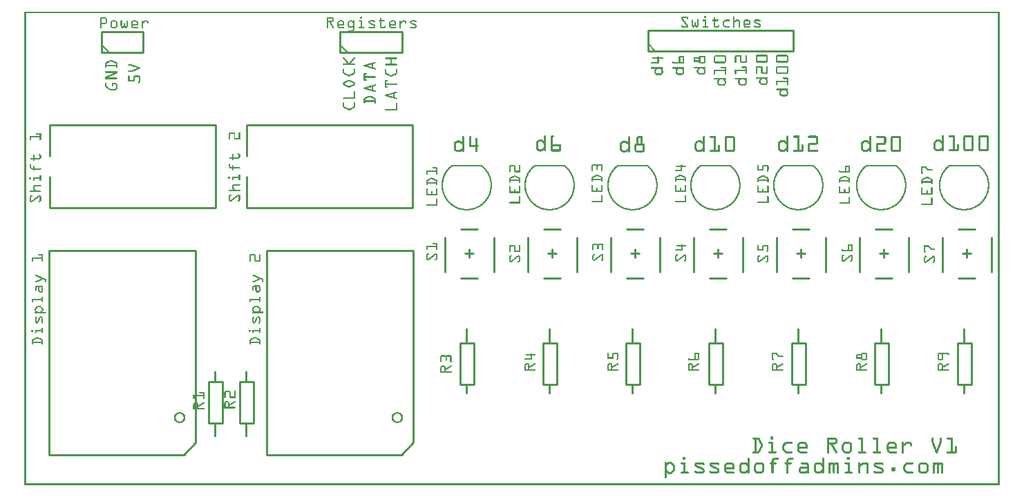
<source format=gto>
G04 MADE WITH FRITZING*
G04 WWW.FRITZING.ORG*
G04 DOUBLE SIDED*
G04 HOLES PLATED*
G04 CONTOUR ON CENTER OF CONTOUR VECTOR*
%ASAXBY*%
%FSLAX23Y23*%
%MOIN*%
%OFA0B0*%
%SFA1.0B1.0*%
%ADD10C,0.055244X0.039244*%
%ADD11C,0.010000*%
%ADD12C,0.005000*%
%ADD13C,0.007874*%
%ADD14R,0.001000X0.001000*%
%LNSILK1*%
G90*
G70*
G54D10*
X1797Y326D03*
X747Y326D03*
G54D11*
X1522Y2091D02*
X1822Y2091D01*
D02*
X1822Y2091D02*
X1822Y2191D01*
D02*
X1822Y2191D02*
X1522Y2191D01*
D02*
X1522Y2191D02*
X1522Y2091D01*
G54D12*
D02*
X1557Y2091D02*
X1522Y2126D01*
G54D11*
D02*
X372Y2091D02*
X572Y2091D01*
D02*
X572Y2091D02*
X572Y2191D01*
D02*
X572Y2191D02*
X372Y2191D01*
D02*
X372Y2191D02*
X372Y2091D01*
G54D12*
D02*
X407Y2091D02*
X372Y2126D01*
G54D11*
D02*
X3007Y2098D02*
X3707Y2098D01*
D02*
X3707Y2098D02*
X3707Y2198D01*
D02*
X3707Y2198D02*
X3007Y2198D01*
D02*
X3007Y2198D02*
X3007Y2098D01*
G54D12*
D02*
X3042Y2098D02*
X3007Y2133D01*
G54D11*
D02*
X1072Y1341D02*
X1872Y1341D01*
D02*
X1872Y1341D02*
X1872Y1741D01*
D02*
X1872Y1741D02*
X1072Y1741D01*
D02*
X1072Y1341D02*
X1072Y1491D01*
D02*
X1072Y1591D02*
X1072Y1741D01*
D02*
X122Y1341D02*
X922Y1341D01*
D02*
X922Y1341D02*
X922Y1741D01*
D02*
X922Y1741D02*
X122Y1741D01*
D02*
X122Y1341D02*
X122Y1491D01*
D02*
X122Y1591D02*
X122Y1741D01*
D02*
X1167Y149D02*
X1167Y1133D01*
D02*
X1167Y1133D02*
X1876Y1133D01*
D02*
X1876Y1133D02*
X1876Y208D01*
D02*
X1817Y149D02*
X1167Y149D01*
D02*
X1876Y208D02*
X1817Y149D01*
D02*
X117Y149D02*
X117Y1133D01*
D02*
X117Y1133D02*
X826Y1133D01*
D02*
X826Y1133D02*
X826Y208D01*
D02*
X767Y149D02*
X117Y149D01*
D02*
X826Y208D02*
X767Y149D01*
D02*
X1039Y301D02*
X1039Y501D01*
D02*
X1039Y501D02*
X1105Y501D01*
D02*
X1105Y501D02*
X1105Y301D01*
D02*
X1105Y301D02*
X1039Y301D01*
D02*
X889Y301D02*
X889Y501D01*
D02*
X889Y501D02*
X955Y501D01*
D02*
X955Y501D02*
X955Y301D01*
D02*
X955Y301D02*
X889Y301D01*
D02*
X4585Y1002D02*
X4506Y1002D01*
D02*
X4664Y1199D02*
X4664Y1032D01*
D02*
X4428Y1199D02*
X4428Y1032D01*
D02*
X4585Y1238D02*
X4506Y1238D01*
D02*
X4565Y1120D02*
X4526Y1120D01*
D02*
X4546Y1101D02*
X4546Y1140D01*
D02*
X4185Y1002D02*
X4106Y1002D01*
D02*
X4264Y1199D02*
X4264Y1032D01*
D02*
X4028Y1199D02*
X4028Y1032D01*
D02*
X4185Y1238D02*
X4106Y1238D01*
D02*
X4165Y1120D02*
X4126Y1120D01*
D02*
X4146Y1101D02*
X4146Y1140D01*
D02*
X3785Y1002D02*
X3706Y1002D01*
D02*
X3864Y1199D02*
X3864Y1032D01*
D02*
X3628Y1199D02*
X3628Y1032D01*
D02*
X3785Y1238D02*
X3706Y1238D01*
D02*
X3765Y1120D02*
X3726Y1120D01*
D02*
X3746Y1101D02*
X3746Y1140D01*
D02*
X3385Y1002D02*
X3306Y1002D01*
D02*
X3464Y1199D02*
X3464Y1032D01*
D02*
X3228Y1199D02*
X3228Y1032D01*
D02*
X3385Y1238D02*
X3306Y1238D01*
D02*
X3365Y1120D02*
X3326Y1120D01*
D02*
X3346Y1101D02*
X3346Y1140D01*
D02*
X2985Y1002D02*
X2906Y1002D01*
D02*
X3064Y1199D02*
X3064Y1032D01*
D02*
X2828Y1199D02*
X2828Y1032D01*
D02*
X2985Y1238D02*
X2906Y1238D01*
D02*
X2965Y1120D02*
X2926Y1120D01*
D02*
X2946Y1101D02*
X2946Y1140D01*
D02*
X2585Y1002D02*
X2506Y1002D01*
D02*
X2664Y1199D02*
X2664Y1032D01*
D02*
X2428Y1199D02*
X2428Y1032D01*
D02*
X2585Y1238D02*
X2506Y1238D01*
D02*
X2565Y1120D02*
X2526Y1120D01*
D02*
X2546Y1101D02*
X2546Y1140D01*
D02*
X2185Y1002D02*
X2106Y1002D01*
D02*
X2264Y1199D02*
X2264Y1032D01*
D02*
X2028Y1199D02*
X2028Y1032D01*
D02*
X2185Y1238D02*
X2106Y1238D01*
D02*
X2165Y1120D02*
X2126Y1120D01*
D02*
X2146Y1101D02*
X2146Y1140D01*
D02*
X4567Y689D02*
X4567Y489D01*
D02*
X4567Y489D02*
X4501Y489D01*
D02*
X4501Y489D02*
X4501Y689D01*
D02*
X4501Y689D02*
X4567Y689D01*
D02*
X4167Y689D02*
X4167Y489D01*
D02*
X4167Y489D02*
X4101Y489D01*
D02*
X4101Y489D02*
X4101Y689D01*
D02*
X4101Y689D02*
X4167Y689D01*
D02*
X3767Y689D02*
X3767Y489D01*
D02*
X3767Y489D02*
X3701Y489D01*
D02*
X3701Y489D02*
X3701Y689D01*
D02*
X3701Y689D02*
X3767Y689D01*
D02*
X3367Y689D02*
X3367Y489D01*
D02*
X3367Y489D02*
X3301Y489D01*
D02*
X3301Y489D02*
X3301Y689D01*
D02*
X3301Y689D02*
X3367Y689D01*
D02*
X2967Y689D02*
X2967Y489D01*
D02*
X2967Y489D02*
X2901Y489D01*
D02*
X2901Y489D02*
X2901Y689D01*
D02*
X2901Y689D02*
X2967Y689D01*
D02*
X2567Y689D02*
X2567Y489D01*
D02*
X2567Y489D02*
X2501Y489D01*
D02*
X2501Y489D02*
X2501Y689D01*
D02*
X2501Y689D02*
X2567Y689D01*
D02*
X2167Y689D02*
X2167Y489D01*
D02*
X2167Y489D02*
X2101Y489D01*
D02*
X2101Y489D02*
X2101Y689D01*
D02*
X2101Y689D02*
X2167Y689D01*
G54D13*
X4605Y1544D02*
X4463Y1544D01*
D02*
X4205Y1544D02*
X4063Y1544D01*
D02*
X3805Y1544D02*
X3663Y1544D01*
D02*
X3405Y1544D02*
X3263Y1544D01*
D02*
X3005Y1544D02*
X2863Y1544D01*
D02*
X2605Y1544D02*
X2463Y1544D01*
D02*
X2205Y1544D02*
X2063Y1544D01*
D02*
G54D14*
X0Y2287D02*
X4704Y2287D01*
X0Y2286D02*
X4704Y2286D01*
X0Y2285D02*
X4704Y2285D01*
X0Y2284D02*
X4704Y2284D01*
X0Y2283D02*
X4704Y2283D01*
X0Y2282D02*
X4704Y2282D01*
X0Y2281D02*
X4704Y2281D01*
X0Y2280D02*
X4704Y2280D01*
X0Y2279D02*
X7Y2279D01*
X4697Y2279D02*
X4704Y2279D01*
X0Y2278D02*
X7Y2278D01*
X4697Y2278D02*
X4704Y2278D01*
X0Y2277D02*
X7Y2277D01*
X4697Y2277D02*
X4704Y2277D01*
X0Y2276D02*
X7Y2276D01*
X4697Y2276D02*
X4704Y2276D01*
X0Y2275D02*
X7Y2275D01*
X4697Y2275D02*
X4704Y2275D01*
X0Y2274D02*
X7Y2274D01*
X4697Y2274D02*
X4704Y2274D01*
X0Y2273D02*
X7Y2273D01*
X4697Y2273D02*
X4704Y2273D01*
X0Y2272D02*
X7Y2272D01*
X4697Y2272D02*
X4704Y2272D01*
X0Y2271D02*
X7Y2271D01*
X4697Y2271D02*
X4704Y2271D01*
X0Y2270D02*
X7Y2270D01*
X4697Y2270D02*
X4704Y2270D01*
X0Y2269D02*
X7Y2269D01*
X4697Y2269D02*
X4704Y2269D01*
X0Y2268D02*
X7Y2268D01*
X4697Y2268D02*
X4704Y2268D01*
X0Y2267D02*
X7Y2267D01*
X3280Y2267D02*
X3286Y2267D01*
X4697Y2267D02*
X4704Y2267D01*
X0Y2266D02*
X7Y2266D01*
X3279Y2266D02*
X3287Y2266D01*
X4697Y2266D02*
X4704Y2266D01*
X0Y2265D02*
X7Y2265D01*
X3279Y2265D02*
X3288Y2265D01*
X4697Y2265D02*
X4704Y2265D01*
X0Y2264D02*
X7Y2264D01*
X3173Y2264D02*
X3195Y2264D01*
X3279Y2264D02*
X3288Y2264D01*
X3420Y2264D02*
X3423Y2264D01*
X4697Y2264D02*
X4704Y2264D01*
X0Y2263D02*
X7Y2263D01*
X1621Y2263D02*
X1628Y2263D01*
X3172Y2263D02*
X3197Y2263D01*
X3279Y2263D02*
X3288Y2263D01*
X3419Y2263D02*
X3424Y2263D01*
X4697Y2263D02*
X4704Y2263D01*
X0Y2262D02*
X7Y2262D01*
X1620Y2262D02*
X1628Y2262D01*
X3170Y2262D02*
X3199Y2262D01*
X3279Y2262D02*
X3288Y2262D01*
X3418Y2262D02*
X3424Y2262D01*
X4697Y2262D02*
X4704Y2262D01*
X0Y2261D02*
X7Y2261D01*
X1620Y2261D02*
X1629Y2261D01*
X3170Y2261D02*
X3200Y2261D01*
X3279Y2261D02*
X3288Y2261D01*
X3327Y2261D02*
X3330Y2261D01*
X3418Y2261D02*
X3424Y2261D01*
X4697Y2261D02*
X4704Y2261D01*
X0Y2260D02*
X7Y2260D01*
X365Y2260D02*
X392Y2260D01*
X1459Y2260D02*
X1486Y2260D01*
X1620Y2260D02*
X1629Y2260D01*
X3169Y2260D02*
X3200Y2260D01*
X3279Y2260D02*
X3288Y2260D01*
X3326Y2260D02*
X3331Y2260D01*
X3418Y2260D02*
X3424Y2260D01*
X4697Y2260D02*
X4704Y2260D01*
X0Y2259D02*
X7Y2259D01*
X365Y2259D02*
X393Y2259D01*
X1459Y2259D02*
X1488Y2259D01*
X1620Y2259D02*
X1629Y2259D01*
X3169Y2259D02*
X3201Y2259D01*
X3279Y2259D02*
X3287Y2259D01*
X3325Y2259D02*
X3331Y2259D01*
X3418Y2259D02*
X3424Y2259D01*
X4697Y2259D02*
X4704Y2259D01*
X0Y2258D02*
X7Y2258D01*
X365Y2258D02*
X395Y2258D01*
X1459Y2258D02*
X1489Y2258D01*
X1620Y2258D02*
X1629Y2258D01*
X3168Y2258D02*
X3201Y2258D01*
X3280Y2258D02*
X3286Y2258D01*
X3325Y2258D02*
X3331Y2258D01*
X3418Y2258D02*
X3424Y2258D01*
X4697Y2258D02*
X4704Y2258D01*
X0Y2257D02*
X7Y2257D01*
X365Y2257D02*
X396Y2257D01*
X1459Y2257D02*
X1490Y2257D01*
X1620Y2257D02*
X1629Y2257D01*
X1717Y2257D02*
X1721Y2257D01*
X3168Y2257D02*
X3174Y2257D01*
X3195Y2257D02*
X3202Y2257D01*
X3325Y2257D02*
X3331Y2257D01*
X3418Y2257D02*
X3424Y2257D01*
X4697Y2257D02*
X4704Y2257D01*
X0Y2256D02*
X7Y2256D01*
X365Y2256D02*
X396Y2256D01*
X1459Y2256D02*
X1491Y2256D01*
X1620Y2256D02*
X1629Y2256D01*
X1717Y2256D02*
X1722Y2256D01*
X3168Y2256D02*
X3175Y2256D01*
X3196Y2256D02*
X3202Y2256D01*
X3325Y2256D02*
X3331Y2256D01*
X3418Y2256D02*
X3424Y2256D01*
X4697Y2256D02*
X4704Y2256D01*
X0Y2255D02*
X7Y2255D01*
X365Y2255D02*
X397Y2255D01*
X1459Y2255D02*
X1492Y2255D01*
X1620Y2255D02*
X1628Y2255D01*
X1716Y2255D02*
X1722Y2255D01*
X3168Y2255D02*
X3175Y2255D01*
X3196Y2255D02*
X3202Y2255D01*
X3325Y2255D02*
X3331Y2255D01*
X3418Y2255D02*
X3424Y2255D01*
X4697Y2255D02*
X4704Y2255D01*
X0Y2254D02*
X7Y2254D01*
X365Y2254D02*
X397Y2254D01*
X1459Y2254D02*
X1492Y2254D01*
X1622Y2254D02*
X1627Y2254D01*
X1716Y2254D02*
X1722Y2254D01*
X3169Y2254D02*
X3176Y2254D01*
X3196Y2254D02*
X3202Y2254D01*
X3325Y2254D02*
X3331Y2254D01*
X3418Y2254D02*
X3424Y2254D01*
X4697Y2254D02*
X4704Y2254D01*
X0Y2253D02*
X7Y2253D01*
X365Y2253D02*
X371Y2253D01*
X391Y2253D02*
X398Y2253D01*
X1459Y2253D02*
X1465Y2253D01*
X1485Y2253D02*
X1492Y2253D01*
X1716Y2253D02*
X1722Y2253D01*
X3169Y2253D02*
X3177Y2253D01*
X3197Y2253D02*
X3201Y2253D01*
X3325Y2253D02*
X3331Y2253D01*
X3418Y2253D02*
X3424Y2253D01*
X4697Y2253D02*
X4704Y2253D01*
X0Y2252D02*
X7Y2252D01*
X365Y2252D02*
X371Y2252D01*
X392Y2252D02*
X398Y2252D01*
X1459Y2252D02*
X1465Y2252D01*
X1486Y2252D02*
X1493Y2252D01*
X1716Y2252D02*
X1722Y2252D01*
X3170Y2252D02*
X3178Y2252D01*
X3198Y2252D02*
X3200Y2252D01*
X3325Y2252D02*
X3331Y2252D01*
X3418Y2252D02*
X3424Y2252D01*
X4697Y2252D02*
X4704Y2252D01*
X0Y2251D02*
X7Y2251D01*
X365Y2251D02*
X371Y2251D01*
X392Y2251D02*
X398Y2251D01*
X1459Y2251D02*
X1465Y2251D01*
X1487Y2251D02*
X1493Y2251D01*
X1716Y2251D02*
X1722Y2251D01*
X3170Y2251D02*
X3178Y2251D01*
X3325Y2251D02*
X3331Y2251D01*
X3418Y2251D02*
X3424Y2251D01*
X4697Y2251D02*
X4704Y2251D01*
X0Y2250D02*
X7Y2250D01*
X365Y2250D02*
X371Y2250D01*
X392Y2250D02*
X398Y2250D01*
X1459Y2250D02*
X1465Y2250D01*
X1487Y2250D02*
X1493Y2250D01*
X1716Y2250D02*
X1722Y2250D01*
X3171Y2250D02*
X3179Y2250D01*
X3325Y2250D02*
X3331Y2250D01*
X3418Y2250D02*
X3424Y2250D01*
X4697Y2250D02*
X4704Y2250D01*
X0Y2249D02*
X7Y2249D01*
X365Y2249D02*
X371Y2249D01*
X392Y2249D02*
X398Y2249D01*
X1459Y2249D02*
X1465Y2249D01*
X1487Y2249D02*
X1493Y2249D01*
X1716Y2249D02*
X1722Y2249D01*
X3172Y2249D02*
X3180Y2249D01*
X3219Y2249D02*
X3223Y2249D01*
X3247Y2249D02*
X3251Y2249D01*
X3273Y2249D02*
X3287Y2249D01*
X3320Y2249D02*
X3347Y2249D01*
X3381Y2249D02*
X3400Y2249D01*
X3418Y2249D02*
X3424Y2249D01*
X3434Y2249D02*
X3445Y2249D01*
X3477Y2249D02*
X3493Y2249D01*
X3524Y2249D02*
X3546Y2249D01*
X4697Y2249D02*
X4704Y2249D01*
X0Y2248D02*
X7Y2248D01*
X365Y2248D02*
X371Y2248D01*
X392Y2248D02*
X398Y2248D01*
X1459Y2248D02*
X1465Y2248D01*
X1487Y2248D02*
X1493Y2248D01*
X1716Y2248D02*
X1722Y2248D01*
X3173Y2248D02*
X3181Y2248D01*
X3218Y2248D02*
X3223Y2248D01*
X3247Y2248D02*
X3252Y2248D01*
X3272Y2248D02*
X3288Y2248D01*
X3319Y2248D02*
X3348Y2248D01*
X3379Y2248D02*
X3401Y2248D01*
X3418Y2248D02*
X3424Y2248D01*
X3432Y2248D02*
X3447Y2248D01*
X3475Y2248D02*
X3495Y2248D01*
X3523Y2248D02*
X3548Y2248D01*
X4697Y2248D02*
X4704Y2248D01*
X0Y2247D02*
X7Y2247D01*
X365Y2247D02*
X371Y2247D01*
X392Y2247D02*
X398Y2247D01*
X1459Y2247D02*
X1465Y2247D01*
X1487Y2247D02*
X1493Y2247D01*
X1716Y2247D02*
X1722Y2247D01*
X3174Y2247D02*
X3182Y2247D01*
X3218Y2247D02*
X3224Y2247D01*
X3246Y2247D02*
X3252Y2247D01*
X3272Y2247D02*
X3288Y2247D01*
X3319Y2247D02*
X3348Y2247D01*
X3377Y2247D02*
X3402Y2247D01*
X3418Y2247D02*
X3424Y2247D01*
X3430Y2247D02*
X3448Y2247D01*
X3474Y2247D02*
X3496Y2247D01*
X3522Y2247D02*
X3549Y2247D01*
X4697Y2247D02*
X4704Y2247D01*
X0Y2246D02*
X7Y2246D01*
X365Y2246D02*
X371Y2246D01*
X392Y2246D02*
X398Y2246D01*
X427Y2246D02*
X436Y2246D01*
X467Y2246D02*
X467Y2246D01*
X495Y2246D02*
X495Y2246D01*
X527Y2246D02*
X536Y2246D01*
X581Y2246D02*
X589Y2246D01*
X1459Y2246D02*
X1465Y2246D01*
X1487Y2246D02*
X1493Y2246D01*
X1521Y2246D02*
X1531Y2246D01*
X1571Y2246D02*
X1577Y2246D01*
X1590Y2246D02*
X1590Y2246D01*
X1616Y2246D02*
X1626Y2246D01*
X1668Y2246D02*
X1684Y2246D01*
X1712Y2246D02*
X1736Y2246D01*
X1771Y2246D02*
X1781Y2246D01*
X1812Y2246D02*
X1812Y2246D01*
X1826Y2246D02*
X1833Y2246D01*
X1868Y2246D02*
X1884Y2246D01*
X3174Y2246D02*
X3182Y2246D01*
X3218Y2246D02*
X3224Y2246D01*
X3246Y2246D02*
X3252Y2246D01*
X3272Y2246D02*
X3288Y2246D01*
X3319Y2246D02*
X3348Y2246D01*
X3376Y2246D02*
X3402Y2246D01*
X3418Y2246D02*
X3424Y2246D01*
X3429Y2246D02*
X3449Y2246D01*
X3473Y2246D02*
X3497Y2246D01*
X3521Y2246D02*
X3550Y2246D01*
X4697Y2246D02*
X4704Y2246D01*
X0Y2245D02*
X7Y2245D01*
X365Y2245D02*
X371Y2245D01*
X392Y2245D02*
X398Y2245D01*
X423Y2245D02*
X440Y2245D01*
X465Y2245D02*
X469Y2245D01*
X493Y2245D02*
X497Y2245D01*
X523Y2245D02*
X540Y2245D01*
X566Y2245D02*
X569Y2245D01*
X579Y2245D02*
X592Y2245D01*
X1459Y2245D02*
X1465Y2245D01*
X1486Y2245D02*
X1493Y2245D01*
X1518Y2245D02*
X1534Y2245D01*
X1568Y2245D02*
X1581Y2245D01*
X1588Y2245D02*
X1592Y2245D01*
X1614Y2245D02*
X1628Y2245D01*
X1665Y2245D02*
X1687Y2245D01*
X1710Y2245D02*
X1738Y2245D01*
X1768Y2245D02*
X1784Y2245D01*
X1810Y2245D02*
X1814Y2245D01*
X1824Y2245D02*
X1837Y2245D01*
X1865Y2245D02*
X1887Y2245D01*
X3175Y2245D02*
X3183Y2245D01*
X3218Y2245D02*
X3224Y2245D01*
X3246Y2245D02*
X3252Y2245D01*
X3272Y2245D02*
X3288Y2245D01*
X3319Y2245D02*
X3348Y2245D01*
X3375Y2245D02*
X3402Y2245D01*
X3418Y2245D02*
X3424Y2245D01*
X3427Y2245D02*
X3450Y2245D01*
X3472Y2245D02*
X3498Y2245D01*
X3520Y2245D02*
X3551Y2245D01*
X4697Y2245D02*
X4704Y2245D01*
X0Y2244D02*
X7Y2244D01*
X365Y2244D02*
X371Y2244D01*
X392Y2244D02*
X398Y2244D01*
X421Y2244D02*
X441Y2244D01*
X465Y2244D02*
X470Y2244D01*
X493Y2244D02*
X498Y2244D01*
X521Y2244D02*
X541Y2244D01*
X565Y2244D02*
X570Y2244D01*
X578Y2244D02*
X594Y2244D01*
X1459Y2244D02*
X1465Y2244D01*
X1486Y2244D02*
X1493Y2244D01*
X1516Y2244D02*
X1536Y2244D01*
X1566Y2244D02*
X1582Y2244D01*
X1587Y2244D02*
X1592Y2244D01*
X1613Y2244D02*
X1629Y2244D01*
X1663Y2244D02*
X1689Y2244D01*
X1710Y2244D02*
X1739Y2244D01*
X1766Y2244D02*
X1786Y2244D01*
X1810Y2244D02*
X1815Y2244D01*
X1823Y2244D02*
X1838Y2244D01*
X1863Y2244D02*
X1889Y2244D01*
X3176Y2244D02*
X3184Y2244D01*
X3218Y2244D02*
X3224Y2244D01*
X3246Y2244D02*
X3252Y2244D01*
X3273Y2244D02*
X3288Y2244D01*
X3319Y2244D02*
X3347Y2244D01*
X3374Y2244D02*
X3401Y2244D01*
X3418Y2244D02*
X3450Y2244D01*
X3471Y2244D02*
X3499Y2244D01*
X3520Y2244D02*
X3551Y2244D01*
X4697Y2244D02*
X4704Y2244D01*
X0Y2243D02*
X7Y2243D01*
X365Y2243D02*
X371Y2243D01*
X392Y2243D02*
X398Y2243D01*
X420Y2243D02*
X443Y2243D01*
X464Y2243D02*
X470Y2243D01*
X492Y2243D02*
X498Y2243D01*
X520Y2243D02*
X543Y2243D01*
X565Y2243D02*
X571Y2243D01*
X577Y2243D02*
X595Y2243D01*
X1459Y2243D02*
X1492Y2243D01*
X1515Y2243D02*
X1537Y2243D01*
X1565Y2243D02*
X1584Y2243D01*
X1587Y2243D02*
X1593Y2243D01*
X1613Y2243D02*
X1629Y2243D01*
X1662Y2243D02*
X1690Y2243D01*
X1710Y2243D02*
X1739Y2243D01*
X1765Y2243D02*
X1787Y2243D01*
X1809Y2243D02*
X1815Y2243D01*
X1822Y2243D02*
X1840Y2243D01*
X1862Y2243D02*
X1890Y2243D01*
X3177Y2243D02*
X3185Y2243D01*
X3218Y2243D02*
X3224Y2243D01*
X3246Y2243D02*
X3252Y2243D01*
X3274Y2243D02*
X3288Y2243D01*
X3320Y2243D02*
X3346Y2243D01*
X3373Y2243D02*
X3400Y2243D01*
X3418Y2243D02*
X3451Y2243D01*
X3470Y2243D02*
X3500Y2243D01*
X3519Y2243D02*
X3551Y2243D01*
X4697Y2243D02*
X4704Y2243D01*
X0Y2242D02*
X7Y2242D01*
X365Y2242D02*
X371Y2242D01*
X392Y2242D02*
X398Y2242D01*
X419Y2242D02*
X444Y2242D01*
X464Y2242D02*
X470Y2242D01*
X492Y2242D02*
X498Y2242D01*
X519Y2242D02*
X544Y2242D01*
X565Y2242D02*
X571Y2242D01*
X576Y2242D02*
X596Y2242D01*
X1459Y2242D02*
X1492Y2242D01*
X1514Y2242D02*
X1538Y2242D01*
X1564Y2242D02*
X1585Y2242D01*
X1587Y2242D02*
X1593Y2242D01*
X1613Y2242D02*
X1629Y2242D01*
X1661Y2242D02*
X1691Y2242D01*
X1710Y2242D02*
X1739Y2242D01*
X1764Y2242D02*
X1788Y2242D01*
X1809Y2242D02*
X1815Y2242D01*
X1820Y2242D02*
X1841Y2242D01*
X1861Y2242D02*
X1891Y2242D01*
X3177Y2242D02*
X3185Y2242D01*
X3218Y2242D02*
X3224Y2242D01*
X3246Y2242D02*
X3252Y2242D01*
X3282Y2242D02*
X3288Y2242D01*
X3325Y2242D02*
X3331Y2242D01*
X3372Y2242D02*
X3382Y2242D01*
X3418Y2242D02*
X3434Y2242D01*
X3444Y2242D02*
X3451Y2242D01*
X3469Y2242D02*
X3478Y2242D01*
X3492Y2242D02*
X3501Y2242D01*
X3519Y2242D02*
X3525Y2242D01*
X3545Y2242D02*
X3551Y2242D01*
X4697Y2242D02*
X4704Y2242D01*
X0Y2241D02*
X7Y2241D01*
X365Y2241D02*
X371Y2241D01*
X392Y2241D02*
X398Y2241D01*
X418Y2241D02*
X445Y2241D01*
X464Y2241D02*
X470Y2241D01*
X492Y2241D02*
X498Y2241D01*
X518Y2241D02*
X545Y2241D01*
X565Y2241D02*
X571Y2241D01*
X575Y2241D02*
X597Y2241D01*
X1459Y2241D02*
X1491Y2241D01*
X1512Y2241D02*
X1540Y2241D01*
X1562Y2241D02*
X1593Y2241D01*
X1613Y2241D02*
X1629Y2241D01*
X1661Y2241D02*
X1692Y2241D01*
X1710Y2241D02*
X1739Y2241D01*
X1762Y2241D02*
X1790Y2241D01*
X1809Y2241D02*
X1815Y2241D01*
X1819Y2241D02*
X1841Y2241D01*
X1861Y2241D02*
X1892Y2241D01*
X3178Y2241D02*
X3186Y2241D01*
X3218Y2241D02*
X3224Y2241D01*
X3246Y2241D02*
X3252Y2241D01*
X3282Y2241D02*
X3288Y2241D01*
X3325Y2241D02*
X3331Y2241D01*
X3371Y2241D02*
X3380Y2241D01*
X3418Y2241D02*
X3433Y2241D01*
X3445Y2241D02*
X3451Y2241D01*
X3469Y2241D02*
X3477Y2241D01*
X3494Y2241D02*
X3501Y2241D01*
X3519Y2241D02*
X3525Y2241D01*
X3546Y2241D02*
X3550Y2241D01*
X4697Y2241D02*
X4704Y2241D01*
X0Y2240D02*
X7Y2240D01*
X365Y2240D02*
X371Y2240D01*
X392Y2240D02*
X398Y2240D01*
X417Y2240D02*
X446Y2240D01*
X464Y2240D02*
X470Y2240D01*
X492Y2240D02*
X498Y2240D01*
X517Y2240D02*
X546Y2240D01*
X565Y2240D02*
X571Y2240D01*
X573Y2240D02*
X597Y2240D01*
X1459Y2240D02*
X1490Y2240D01*
X1512Y2240D02*
X1541Y2240D01*
X1562Y2240D02*
X1593Y2240D01*
X1614Y2240D02*
X1629Y2240D01*
X1660Y2240D02*
X1692Y2240D01*
X1710Y2240D02*
X1738Y2240D01*
X1762Y2240D02*
X1790Y2240D01*
X1809Y2240D02*
X1815Y2240D01*
X1818Y2240D02*
X1842Y2240D01*
X1860Y2240D02*
X1892Y2240D01*
X3179Y2240D02*
X3187Y2240D01*
X3218Y2240D02*
X3224Y2240D01*
X3246Y2240D02*
X3252Y2240D01*
X3282Y2240D02*
X3288Y2240D01*
X3325Y2240D02*
X3331Y2240D01*
X3370Y2240D02*
X3379Y2240D01*
X3418Y2240D02*
X3431Y2240D01*
X3445Y2240D02*
X3451Y2240D01*
X3469Y2240D02*
X3476Y2240D01*
X3495Y2240D02*
X3501Y2240D01*
X3519Y2240D02*
X3525Y2240D01*
X3548Y2240D02*
X3549Y2240D01*
X4697Y2240D02*
X4704Y2240D01*
X0Y2239D02*
X7Y2239D01*
X365Y2239D02*
X371Y2239D01*
X392Y2239D02*
X398Y2239D01*
X416Y2239D02*
X426Y2239D01*
X437Y2239D02*
X447Y2239D01*
X464Y2239D02*
X470Y2239D01*
X492Y2239D02*
X498Y2239D01*
X516Y2239D02*
X526Y2239D01*
X537Y2239D02*
X547Y2239D01*
X565Y2239D02*
X582Y2239D01*
X589Y2239D02*
X598Y2239D01*
X1459Y2239D02*
X1489Y2239D01*
X1511Y2239D02*
X1521Y2239D01*
X1531Y2239D02*
X1541Y2239D01*
X1561Y2239D02*
X1571Y2239D01*
X1578Y2239D02*
X1593Y2239D01*
X1623Y2239D02*
X1629Y2239D01*
X1660Y2239D02*
X1668Y2239D01*
X1684Y2239D02*
X1692Y2239D01*
X1716Y2239D02*
X1723Y2239D01*
X1761Y2239D02*
X1771Y2239D01*
X1781Y2239D02*
X1791Y2239D01*
X1809Y2239D02*
X1815Y2239D01*
X1817Y2239D02*
X1827Y2239D01*
X1834Y2239D02*
X1842Y2239D01*
X1860Y2239D02*
X1868Y2239D01*
X1884Y2239D02*
X1892Y2239D01*
X3180Y2239D02*
X3188Y2239D01*
X3218Y2239D02*
X3224Y2239D01*
X3246Y2239D02*
X3252Y2239D01*
X3282Y2239D02*
X3288Y2239D01*
X3325Y2239D02*
X3331Y2239D01*
X3369Y2239D02*
X3378Y2239D01*
X3418Y2239D02*
X3430Y2239D01*
X3445Y2239D02*
X3451Y2239D01*
X3468Y2239D02*
X3475Y2239D01*
X3495Y2239D02*
X3502Y2239D01*
X3519Y2239D02*
X3526Y2239D01*
X4697Y2239D02*
X4704Y2239D01*
X0Y2238D02*
X7Y2238D01*
X365Y2238D02*
X371Y2238D01*
X392Y2238D02*
X398Y2238D01*
X416Y2238D02*
X424Y2238D01*
X439Y2238D02*
X447Y2238D01*
X464Y2238D02*
X470Y2238D01*
X492Y2238D02*
X498Y2238D01*
X516Y2238D02*
X524Y2238D01*
X539Y2238D02*
X547Y2238D01*
X565Y2238D02*
X581Y2238D01*
X591Y2238D02*
X598Y2238D01*
X1459Y2238D02*
X1488Y2238D01*
X1510Y2238D02*
X1519Y2238D01*
X1534Y2238D02*
X1542Y2238D01*
X1560Y2238D02*
X1569Y2238D01*
X1580Y2238D02*
X1593Y2238D01*
X1623Y2238D02*
X1629Y2238D01*
X1660Y2238D02*
X1666Y2238D01*
X1686Y2238D02*
X1692Y2238D01*
X1716Y2238D02*
X1722Y2238D01*
X1760Y2238D02*
X1769Y2238D01*
X1784Y2238D02*
X1792Y2238D01*
X1809Y2238D02*
X1826Y2238D01*
X1836Y2238D02*
X1843Y2238D01*
X1860Y2238D02*
X1866Y2238D01*
X1886Y2238D02*
X1892Y2238D01*
X3181Y2238D02*
X3189Y2238D01*
X3218Y2238D02*
X3224Y2238D01*
X3246Y2238D02*
X3252Y2238D01*
X3282Y2238D02*
X3288Y2238D01*
X3325Y2238D02*
X3331Y2238D01*
X3369Y2238D02*
X3377Y2238D01*
X3418Y2238D02*
X3428Y2238D01*
X3445Y2238D02*
X3451Y2238D01*
X3468Y2238D02*
X3474Y2238D01*
X3496Y2238D02*
X3502Y2238D01*
X3520Y2238D02*
X3529Y2238D01*
X4697Y2238D02*
X4704Y2238D01*
X0Y2237D02*
X7Y2237D01*
X365Y2237D02*
X371Y2237D01*
X392Y2237D02*
X398Y2237D01*
X415Y2237D02*
X423Y2237D01*
X440Y2237D02*
X448Y2237D01*
X464Y2237D02*
X470Y2237D01*
X492Y2237D02*
X498Y2237D01*
X515Y2237D02*
X523Y2237D01*
X540Y2237D02*
X548Y2237D01*
X565Y2237D02*
X580Y2237D01*
X592Y2237D02*
X598Y2237D01*
X1459Y2237D02*
X1487Y2237D01*
X1510Y2237D02*
X1517Y2237D01*
X1535Y2237D02*
X1542Y2237D01*
X1560Y2237D02*
X1567Y2237D01*
X1581Y2237D02*
X1593Y2237D01*
X1623Y2237D02*
X1629Y2237D01*
X1660Y2237D02*
X1666Y2237D01*
X1687Y2237D02*
X1691Y2237D01*
X1716Y2237D02*
X1722Y2237D01*
X1760Y2237D02*
X1767Y2237D01*
X1785Y2237D02*
X1792Y2237D01*
X1809Y2237D02*
X1824Y2237D01*
X1836Y2237D02*
X1843Y2237D01*
X1860Y2237D02*
X1866Y2237D01*
X1887Y2237D02*
X1891Y2237D01*
X3181Y2237D02*
X3189Y2237D01*
X3218Y2237D02*
X3224Y2237D01*
X3233Y2237D02*
X3237Y2237D01*
X3246Y2237D02*
X3252Y2237D01*
X3282Y2237D02*
X3288Y2237D01*
X3325Y2237D02*
X3331Y2237D01*
X3369Y2237D02*
X3376Y2237D01*
X3418Y2237D02*
X3427Y2237D01*
X3445Y2237D02*
X3451Y2237D01*
X3468Y2237D02*
X3474Y2237D01*
X3496Y2237D02*
X3502Y2237D01*
X3520Y2237D02*
X3531Y2237D01*
X4697Y2237D02*
X4704Y2237D01*
X0Y2236D02*
X7Y2236D01*
X365Y2236D02*
X371Y2236D01*
X392Y2236D02*
X398Y2236D01*
X415Y2236D02*
X422Y2236D01*
X441Y2236D02*
X448Y2236D01*
X464Y2236D02*
X470Y2236D01*
X492Y2236D02*
X498Y2236D01*
X515Y2236D02*
X522Y2236D01*
X541Y2236D02*
X548Y2236D01*
X565Y2236D02*
X579Y2236D01*
X592Y2236D02*
X598Y2236D01*
X1459Y2236D02*
X1466Y2236D01*
X1471Y2236D02*
X1479Y2236D01*
X1510Y2236D02*
X1516Y2236D01*
X1536Y2236D02*
X1543Y2236D01*
X1559Y2236D02*
X1566Y2236D01*
X1582Y2236D02*
X1593Y2236D01*
X1623Y2236D02*
X1629Y2236D01*
X1660Y2236D02*
X1666Y2236D01*
X1716Y2236D02*
X1722Y2236D01*
X1760Y2236D02*
X1766Y2236D01*
X1786Y2236D02*
X1793Y2236D01*
X1809Y2236D02*
X1823Y2236D01*
X1837Y2236D02*
X1843Y2236D01*
X1860Y2236D02*
X1866Y2236D01*
X3182Y2236D02*
X3190Y2236D01*
X3218Y2236D02*
X3224Y2236D01*
X3232Y2236D02*
X3238Y2236D01*
X3246Y2236D02*
X3252Y2236D01*
X3282Y2236D02*
X3288Y2236D01*
X3325Y2236D02*
X3331Y2236D01*
X3368Y2236D02*
X3375Y2236D01*
X3418Y2236D02*
X3425Y2236D01*
X3445Y2236D02*
X3451Y2236D01*
X3468Y2236D02*
X3474Y2236D01*
X3496Y2236D02*
X3502Y2236D01*
X3521Y2236D02*
X3533Y2236D01*
X4697Y2236D02*
X4704Y2236D01*
X0Y2235D02*
X7Y2235D01*
X365Y2235D02*
X371Y2235D01*
X391Y2235D02*
X398Y2235D01*
X415Y2235D02*
X421Y2235D01*
X442Y2235D02*
X448Y2235D01*
X464Y2235D02*
X470Y2235D01*
X492Y2235D02*
X498Y2235D01*
X515Y2235D02*
X521Y2235D01*
X542Y2235D02*
X548Y2235D01*
X565Y2235D02*
X577Y2235D01*
X592Y2235D02*
X598Y2235D01*
X1459Y2235D02*
X1465Y2235D01*
X1472Y2235D02*
X1479Y2235D01*
X1509Y2235D02*
X1516Y2235D01*
X1536Y2235D02*
X1543Y2235D01*
X1559Y2235D02*
X1566Y2235D01*
X1583Y2235D02*
X1593Y2235D01*
X1623Y2235D02*
X1629Y2235D01*
X1660Y2235D02*
X1668Y2235D01*
X1716Y2235D02*
X1722Y2235D01*
X1759Y2235D02*
X1766Y2235D01*
X1786Y2235D02*
X1793Y2235D01*
X1809Y2235D02*
X1822Y2235D01*
X1837Y2235D02*
X1843Y2235D01*
X1860Y2235D02*
X1868Y2235D01*
X3183Y2235D02*
X3191Y2235D01*
X3218Y2235D02*
X3224Y2235D01*
X3232Y2235D02*
X3238Y2235D01*
X3246Y2235D02*
X3252Y2235D01*
X3282Y2235D02*
X3288Y2235D01*
X3325Y2235D02*
X3331Y2235D01*
X3368Y2235D02*
X3374Y2235D01*
X3418Y2235D02*
X3424Y2235D01*
X3445Y2235D02*
X3451Y2235D01*
X3468Y2235D02*
X3474Y2235D01*
X3496Y2235D02*
X3502Y2235D01*
X3521Y2235D02*
X3536Y2235D01*
X4697Y2235D02*
X4704Y2235D01*
X0Y2234D02*
X7Y2234D01*
X365Y2234D02*
X397Y2234D01*
X415Y2234D02*
X421Y2234D01*
X442Y2234D02*
X448Y2234D01*
X464Y2234D02*
X470Y2234D01*
X481Y2234D02*
X482Y2234D01*
X492Y2234D02*
X498Y2234D01*
X515Y2234D02*
X521Y2234D01*
X542Y2234D02*
X548Y2234D01*
X565Y2234D02*
X576Y2234D01*
X592Y2234D02*
X598Y2234D01*
X1459Y2234D02*
X1465Y2234D01*
X1472Y2234D02*
X1479Y2234D01*
X1509Y2234D02*
X1515Y2234D01*
X1537Y2234D02*
X1543Y2234D01*
X1559Y2234D02*
X1565Y2234D01*
X1584Y2234D02*
X1593Y2234D01*
X1623Y2234D02*
X1629Y2234D01*
X1661Y2234D02*
X1670Y2234D01*
X1716Y2234D02*
X1722Y2234D01*
X1759Y2234D02*
X1765Y2234D01*
X1787Y2234D02*
X1793Y2234D01*
X1809Y2234D02*
X1821Y2234D01*
X1837Y2234D02*
X1843Y2234D01*
X1861Y2234D02*
X1870Y2234D01*
X3184Y2234D02*
X3192Y2234D01*
X3218Y2234D02*
X3224Y2234D01*
X3232Y2234D02*
X3238Y2234D01*
X3246Y2234D02*
X3252Y2234D01*
X3282Y2234D02*
X3288Y2234D01*
X3325Y2234D02*
X3331Y2234D01*
X3368Y2234D02*
X3374Y2234D01*
X3418Y2234D02*
X3424Y2234D01*
X3445Y2234D02*
X3451Y2234D01*
X3468Y2234D02*
X3474Y2234D01*
X3496Y2234D02*
X3502Y2234D01*
X3522Y2234D02*
X3538Y2234D01*
X4697Y2234D02*
X4704Y2234D01*
X0Y2233D02*
X7Y2233D01*
X365Y2233D02*
X397Y2233D01*
X415Y2233D02*
X421Y2233D01*
X442Y2233D02*
X448Y2233D01*
X464Y2233D02*
X470Y2233D01*
X479Y2233D02*
X483Y2233D01*
X492Y2233D02*
X498Y2233D01*
X515Y2233D02*
X521Y2233D01*
X542Y2233D02*
X548Y2233D01*
X565Y2233D02*
X575Y2233D01*
X592Y2233D02*
X598Y2233D01*
X1459Y2233D02*
X1465Y2233D01*
X1473Y2233D02*
X1480Y2233D01*
X1509Y2233D02*
X1515Y2233D01*
X1537Y2233D02*
X1543Y2233D01*
X1559Y2233D02*
X1565Y2233D01*
X1586Y2233D02*
X1593Y2233D01*
X1623Y2233D02*
X1629Y2233D01*
X1661Y2233D02*
X1673Y2233D01*
X1716Y2233D02*
X1722Y2233D01*
X1759Y2233D02*
X1765Y2233D01*
X1787Y2233D02*
X1793Y2233D01*
X1809Y2233D02*
X1820Y2233D01*
X1837Y2233D02*
X1843Y2233D01*
X1861Y2233D02*
X1873Y2233D01*
X3184Y2233D02*
X3192Y2233D01*
X3218Y2233D02*
X3224Y2233D01*
X3232Y2233D02*
X3238Y2233D01*
X3246Y2233D02*
X3252Y2233D01*
X3282Y2233D02*
X3288Y2233D01*
X3325Y2233D02*
X3331Y2233D01*
X3368Y2233D02*
X3374Y2233D01*
X3418Y2233D02*
X3424Y2233D01*
X3445Y2233D02*
X3451Y2233D01*
X3468Y2233D02*
X3474Y2233D01*
X3496Y2233D02*
X3502Y2233D01*
X3524Y2233D02*
X3540Y2233D01*
X4697Y2233D02*
X4704Y2233D01*
X0Y2232D02*
X7Y2232D01*
X365Y2232D02*
X396Y2232D01*
X415Y2232D02*
X421Y2232D01*
X442Y2232D02*
X448Y2232D01*
X464Y2232D02*
X470Y2232D01*
X479Y2232D02*
X484Y2232D01*
X492Y2232D02*
X498Y2232D01*
X515Y2232D02*
X521Y2232D01*
X542Y2232D02*
X548Y2232D01*
X565Y2232D02*
X574Y2232D01*
X593Y2232D02*
X598Y2232D01*
X1459Y2232D02*
X1465Y2232D01*
X1473Y2232D02*
X1481Y2232D01*
X1509Y2232D02*
X1515Y2232D01*
X1537Y2232D02*
X1543Y2232D01*
X1559Y2232D02*
X1565Y2232D01*
X1586Y2232D02*
X1593Y2232D01*
X1623Y2232D02*
X1629Y2232D01*
X1662Y2232D02*
X1675Y2232D01*
X1716Y2232D02*
X1722Y2232D01*
X1759Y2232D02*
X1765Y2232D01*
X1787Y2232D02*
X1793Y2232D01*
X1809Y2232D02*
X1819Y2232D01*
X1837Y2232D02*
X1842Y2232D01*
X1862Y2232D02*
X1875Y2232D01*
X3185Y2232D02*
X3193Y2232D01*
X3218Y2232D02*
X3224Y2232D01*
X3232Y2232D02*
X3238Y2232D01*
X3246Y2232D02*
X3252Y2232D01*
X3282Y2232D02*
X3288Y2232D01*
X3325Y2232D02*
X3331Y2232D01*
X3368Y2232D02*
X3374Y2232D01*
X3418Y2232D02*
X3424Y2232D01*
X3445Y2232D02*
X3451Y2232D01*
X3468Y2232D02*
X3502Y2232D01*
X3526Y2232D02*
X3542Y2232D01*
X4697Y2232D02*
X4704Y2232D01*
X0Y2231D02*
X7Y2231D01*
X365Y2231D02*
X396Y2231D01*
X415Y2231D02*
X421Y2231D01*
X442Y2231D02*
X448Y2231D01*
X464Y2231D02*
X470Y2231D01*
X478Y2231D02*
X484Y2231D01*
X492Y2231D02*
X498Y2231D01*
X515Y2231D02*
X521Y2231D01*
X542Y2231D02*
X548Y2231D01*
X565Y2231D02*
X573Y2231D01*
X593Y2231D02*
X597Y2231D01*
X1459Y2231D02*
X1465Y2231D01*
X1474Y2231D02*
X1481Y2231D01*
X1509Y2231D02*
X1515Y2231D01*
X1537Y2231D02*
X1543Y2231D01*
X1559Y2231D02*
X1565Y2231D01*
X1587Y2231D02*
X1593Y2231D01*
X1623Y2231D02*
X1629Y2231D01*
X1663Y2231D02*
X1677Y2231D01*
X1716Y2231D02*
X1722Y2231D01*
X1759Y2231D02*
X1765Y2231D01*
X1787Y2231D02*
X1793Y2231D01*
X1809Y2231D02*
X1817Y2231D01*
X1838Y2231D02*
X1841Y2231D01*
X1863Y2231D02*
X1877Y2231D01*
X3186Y2231D02*
X3194Y2231D01*
X3218Y2231D02*
X3224Y2231D01*
X3232Y2231D02*
X3238Y2231D01*
X3246Y2231D02*
X3252Y2231D01*
X3282Y2231D02*
X3288Y2231D01*
X3325Y2231D02*
X3331Y2231D01*
X3368Y2231D02*
X3374Y2231D01*
X3418Y2231D02*
X3424Y2231D01*
X3445Y2231D02*
X3451Y2231D01*
X3468Y2231D02*
X3502Y2231D01*
X3528Y2231D02*
X3545Y2231D01*
X4697Y2231D02*
X4704Y2231D01*
X0Y2230D02*
X7Y2230D01*
X365Y2230D02*
X395Y2230D01*
X415Y2230D02*
X421Y2230D01*
X442Y2230D02*
X448Y2230D01*
X464Y2230D02*
X470Y2230D01*
X478Y2230D02*
X484Y2230D01*
X492Y2230D02*
X498Y2230D01*
X515Y2230D02*
X521Y2230D01*
X542Y2230D02*
X548Y2230D01*
X565Y2230D02*
X572Y2230D01*
X1459Y2230D02*
X1465Y2230D01*
X1475Y2230D02*
X1482Y2230D01*
X1509Y2230D02*
X1515Y2230D01*
X1537Y2230D02*
X1543Y2230D01*
X1559Y2230D02*
X1565Y2230D01*
X1587Y2230D02*
X1593Y2230D01*
X1623Y2230D02*
X1629Y2230D01*
X1664Y2230D02*
X1679Y2230D01*
X1716Y2230D02*
X1722Y2230D01*
X1759Y2230D02*
X1765Y2230D01*
X1787Y2230D02*
X1793Y2230D01*
X1809Y2230D02*
X1816Y2230D01*
X1864Y2230D02*
X1879Y2230D01*
X3187Y2230D02*
X3195Y2230D01*
X3218Y2230D02*
X3224Y2230D01*
X3232Y2230D02*
X3238Y2230D01*
X3246Y2230D02*
X3252Y2230D01*
X3282Y2230D02*
X3288Y2230D01*
X3325Y2230D02*
X3331Y2230D01*
X3368Y2230D02*
X3374Y2230D01*
X3418Y2230D02*
X3424Y2230D01*
X3445Y2230D02*
X3451Y2230D01*
X3468Y2230D02*
X3502Y2230D01*
X3531Y2230D02*
X3547Y2230D01*
X4697Y2230D02*
X4704Y2230D01*
X0Y2229D02*
X7Y2229D01*
X365Y2229D02*
X393Y2229D01*
X415Y2229D02*
X421Y2229D01*
X442Y2229D02*
X448Y2229D01*
X464Y2229D02*
X470Y2229D01*
X478Y2229D02*
X484Y2229D01*
X492Y2229D02*
X498Y2229D01*
X515Y2229D02*
X521Y2229D01*
X542Y2229D02*
X548Y2229D01*
X565Y2229D02*
X571Y2229D01*
X1459Y2229D02*
X1465Y2229D01*
X1475Y2229D02*
X1482Y2229D01*
X1509Y2229D02*
X1515Y2229D01*
X1537Y2229D02*
X1543Y2229D01*
X1559Y2229D02*
X1565Y2229D01*
X1587Y2229D02*
X1593Y2229D01*
X1623Y2229D02*
X1629Y2229D01*
X1665Y2229D02*
X1682Y2229D01*
X1716Y2229D02*
X1722Y2229D01*
X1759Y2229D02*
X1765Y2229D01*
X1787Y2229D02*
X1793Y2229D01*
X1809Y2229D02*
X1815Y2229D01*
X1865Y2229D02*
X1882Y2229D01*
X3187Y2229D02*
X3195Y2229D01*
X3218Y2229D02*
X3224Y2229D01*
X3232Y2229D02*
X3238Y2229D01*
X3246Y2229D02*
X3252Y2229D01*
X3282Y2229D02*
X3288Y2229D01*
X3325Y2229D02*
X3331Y2229D01*
X3368Y2229D02*
X3374Y2229D01*
X3418Y2229D02*
X3424Y2229D01*
X3445Y2229D02*
X3451Y2229D01*
X3468Y2229D02*
X3502Y2229D01*
X3533Y2229D02*
X3548Y2229D01*
X4697Y2229D02*
X4704Y2229D01*
X0Y2228D02*
X7Y2228D01*
X365Y2228D02*
X392Y2228D01*
X415Y2228D02*
X421Y2228D01*
X442Y2228D02*
X448Y2228D01*
X464Y2228D02*
X470Y2228D01*
X478Y2228D02*
X484Y2228D01*
X492Y2228D02*
X498Y2228D01*
X515Y2228D02*
X548Y2228D01*
X565Y2228D02*
X571Y2228D01*
X1459Y2228D02*
X1465Y2228D01*
X1476Y2228D02*
X1483Y2228D01*
X1509Y2228D02*
X1543Y2228D01*
X1559Y2228D02*
X1565Y2228D01*
X1587Y2228D02*
X1593Y2228D01*
X1623Y2228D02*
X1629Y2228D01*
X1668Y2228D02*
X1684Y2228D01*
X1716Y2228D02*
X1722Y2228D01*
X1759Y2228D02*
X1793Y2228D01*
X1809Y2228D02*
X1815Y2228D01*
X1868Y2228D02*
X1884Y2228D01*
X3188Y2228D02*
X3196Y2228D01*
X3218Y2228D02*
X3224Y2228D01*
X3232Y2228D02*
X3238Y2228D01*
X3246Y2228D02*
X3252Y2228D01*
X3282Y2228D02*
X3288Y2228D01*
X3325Y2228D02*
X3331Y2228D01*
X3368Y2228D02*
X3374Y2228D01*
X3418Y2228D02*
X3424Y2228D01*
X3445Y2228D02*
X3451Y2228D01*
X3468Y2228D02*
X3502Y2228D01*
X3535Y2228D02*
X3549Y2228D01*
X4697Y2228D02*
X4704Y2228D01*
X0Y2227D02*
X7Y2227D01*
X365Y2227D02*
X371Y2227D01*
X415Y2227D02*
X421Y2227D01*
X442Y2227D02*
X448Y2227D01*
X464Y2227D02*
X470Y2227D01*
X478Y2227D02*
X484Y2227D01*
X492Y2227D02*
X498Y2227D01*
X515Y2227D02*
X548Y2227D01*
X565Y2227D02*
X571Y2227D01*
X1459Y2227D02*
X1465Y2227D01*
X1476Y2227D02*
X1484Y2227D01*
X1509Y2227D02*
X1543Y2227D01*
X1559Y2227D02*
X1565Y2227D01*
X1587Y2227D02*
X1593Y2227D01*
X1623Y2227D02*
X1629Y2227D01*
X1670Y2227D02*
X1686Y2227D01*
X1716Y2227D02*
X1722Y2227D01*
X1759Y2227D02*
X1793Y2227D01*
X1809Y2227D02*
X1815Y2227D01*
X1870Y2227D02*
X1886Y2227D01*
X3189Y2227D02*
X3197Y2227D01*
X3218Y2227D02*
X3224Y2227D01*
X3232Y2227D02*
X3238Y2227D01*
X3246Y2227D02*
X3252Y2227D01*
X3282Y2227D02*
X3288Y2227D01*
X3325Y2227D02*
X3331Y2227D01*
X3368Y2227D02*
X3374Y2227D01*
X3418Y2227D02*
X3424Y2227D01*
X3445Y2227D02*
X3451Y2227D01*
X3468Y2227D02*
X3501Y2227D01*
X3537Y2227D02*
X3550Y2227D01*
X4697Y2227D02*
X4704Y2227D01*
X0Y2226D02*
X7Y2226D01*
X365Y2226D02*
X371Y2226D01*
X415Y2226D02*
X421Y2226D01*
X442Y2226D02*
X448Y2226D01*
X464Y2226D02*
X470Y2226D01*
X478Y2226D02*
X484Y2226D01*
X492Y2226D02*
X498Y2226D01*
X515Y2226D02*
X548Y2226D01*
X565Y2226D02*
X571Y2226D01*
X1459Y2226D02*
X1465Y2226D01*
X1477Y2226D02*
X1484Y2226D01*
X1509Y2226D02*
X1543Y2226D01*
X1559Y2226D02*
X1565Y2226D01*
X1587Y2226D02*
X1593Y2226D01*
X1623Y2226D02*
X1629Y2226D01*
X1672Y2226D02*
X1688Y2226D01*
X1716Y2226D02*
X1722Y2226D01*
X1759Y2226D02*
X1793Y2226D01*
X1809Y2226D02*
X1815Y2226D01*
X1872Y2226D02*
X1888Y2226D01*
X3190Y2226D02*
X3198Y2226D01*
X3218Y2226D02*
X3224Y2226D01*
X3232Y2226D02*
X3238Y2226D01*
X3246Y2226D02*
X3252Y2226D01*
X3282Y2226D02*
X3288Y2226D01*
X3325Y2226D02*
X3331Y2226D01*
X3368Y2226D02*
X3374Y2226D01*
X3418Y2226D02*
X3424Y2226D01*
X3445Y2226D02*
X3451Y2226D01*
X3468Y2226D02*
X3501Y2226D01*
X3540Y2226D02*
X3550Y2226D01*
X4697Y2226D02*
X4704Y2226D01*
X0Y2225D02*
X7Y2225D01*
X365Y2225D02*
X371Y2225D01*
X415Y2225D02*
X421Y2225D01*
X442Y2225D02*
X448Y2225D01*
X464Y2225D02*
X470Y2225D01*
X478Y2225D02*
X484Y2225D01*
X492Y2225D02*
X498Y2225D01*
X515Y2225D02*
X548Y2225D01*
X565Y2225D02*
X571Y2225D01*
X1459Y2225D02*
X1465Y2225D01*
X1478Y2225D02*
X1485Y2225D01*
X1509Y2225D02*
X1543Y2225D01*
X1559Y2225D02*
X1565Y2225D01*
X1587Y2225D02*
X1593Y2225D01*
X1623Y2225D02*
X1629Y2225D01*
X1674Y2225D02*
X1689Y2225D01*
X1716Y2225D02*
X1722Y2225D01*
X1759Y2225D02*
X1793Y2225D01*
X1809Y2225D02*
X1815Y2225D01*
X1874Y2225D02*
X1889Y2225D01*
X3191Y2225D02*
X3199Y2225D01*
X3218Y2225D02*
X3224Y2225D01*
X3231Y2225D02*
X3239Y2225D01*
X3246Y2225D02*
X3252Y2225D01*
X3282Y2225D02*
X3288Y2225D01*
X3325Y2225D02*
X3331Y2225D01*
X3368Y2225D02*
X3374Y2225D01*
X3418Y2225D02*
X3424Y2225D01*
X3445Y2225D02*
X3451Y2225D01*
X3468Y2225D02*
X3475Y2225D01*
X3542Y2225D02*
X3551Y2225D01*
X4697Y2225D02*
X4704Y2225D01*
X0Y2224D02*
X7Y2224D01*
X365Y2224D02*
X371Y2224D01*
X415Y2224D02*
X421Y2224D01*
X442Y2224D02*
X448Y2224D01*
X464Y2224D02*
X470Y2224D01*
X478Y2224D02*
X484Y2224D01*
X492Y2224D02*
X498Y2224D01*
X515Y2224D02*
X548Y2224D01*
X565Y2224D02*
X571Y2224D01*
X1459Y2224D02*
X1465Y2224D01*
X1478Y2224D02*
X1485Y2224D01*
X1509Y2224D02*
X1543Y2224D01*
X1559Y2224D02*
X1565Y2224D01*
X1587Y2224D02*
X1593Y2224D01*
X1623Y2224D02*
X1629Y2224D01*
X1677Y2224D02*
X1690Y2224D01*
X1716Y2224D02*
X1722Y2224D01*
X1759Y2224D02*
X1793Y2224D01*
X1809Y2224D02*
X1815Y2224D01*
X1877Y2224D02*
X1890Y2224D01*
X3191Y2224D02*
X3199Y2224D01*
X3218Y2224D02*
X3225Y2224D01*
X3231Y2224D02*
X3240Y2224D01*
X3245Y2224D02*
X3252Y2224D01*
X3282Y2224D02*
X3288Y2224D01*
X3325Y2224D02*
X3331Y2224D01*
X3368Y2224D02*
X3375Y2224D01*
X3418Y2224D02*
X3424Y2224D01*
X3445Y2224D02*
X3451Y2224D01*
X3468Y2224D02*
X3474Y2224D01*
X3544Y2224D02*
X3551Y2224D01*
X4697Y2224D02*
X4704Y2224D01*
X0Y2223D02*
X7Y2223D01*
X365Y2223D02*
X371Y2223D01*
X415Y2223D02*
X421Y2223D01*
X442Y2223D02*
X448Y2223D01*
X464Y2223D02*
X470Y2223D01*
X478Y2223D02*
X484Y2223D01*
X492Y2223D02*
X498Y2223D01*
X515Y2223D02*
X548Y2223D01*
X565Y2223D02*
X571Y2223D01*
X1459Y2223D02*
X1465Y2223D01*
X1479Y2223D02*
X1486Y2223D01*
X1509Y2223D02*
X1542Y2223D01*
X1559Y2223D02*
X1565Y2223D01*
X1586Y2223D02*
X1593Y2223D01*
X1623Y2223D02*
X1629Y2223D01*
X1679Y2223D02*
X1691Y2223D01*
X1716Y2223D02*
X1722Y2223D01*
X1759Y2223D02*
X1792Y2223D01*
X1809Y2223D02*
X1815Y2223D01*
X1879Y2223D02*
X1891Y2223D01*
X3170Y2223D02*
X3172Y2223D01*
X3192Y2223D02*
X3200Y2223D01*
X3219Y2223D02*
X3225Y2223D01*
X3230Y2223D02*
X3240Y2223D01*
X3245Y2223D02*
X3252Y2223D01*
X3282Y2223D02*
X3288Y2223D01*
X3325Y2223D02*
X3331Y2223D01*
X3348Y2223D02*
X3350Y2223D01*
X3369Y2223D02*
X3376Y2223D01*
X3418Y2223D02*
X3424Y2223D01*
X3445Y2223D02*
X3451Y2223D01*
X3468Y2223D02*
X3474Y2223D01*
X3545Y2223D02*
X3551Y2223D01*
X4697Y2223D02*
X4704Y2223D01*
X0Y2222D02*
X7Y2222D01*
X365Y2222D02*
X371Y2222D01*
X415Y2222D02*
X421Y2222D01*
X442Y2222D02*
X448Y2222D01*
X464Y2222D02*
X470Y2222D01*
X478Y2222D02*
X485Y2222D01*
X492Y2222D02*
X498Y2222D01*
X515Y2222D02*
X547Y2222D01*
X565Y2222D02*
X571Y2222D01*
X1459Y2222D02*
X1465Y2222D01*
X1479Y2222D02*
X1486Y2222D01*
X1509Y2222D02*
X1541Y2222D01*
X1559Y2222D02*
X1565Y2222D01*
X1585Y2222D02*
X1593Y2222D01*
X1623Y2222D02*
X1629Y2222D01*
X1681Y2222D02*
X1692Y2222D01*
X1716Y2222D02*
X1722Y2222D01*
X1759Y2222D02*
X1791Y2222D01*
X1809Y2222D02*
X1815Y2222D01*
X1881Y2222D02*
X1892Y2222D01*
X3169Y2222D02*
X3173Y2222D01*
X3193Y2222D02*
X3201Y2222D01*
X3219Y2222D02*
X3225Y2222D01*
X3229Y2222D02*
X3241Y2222D01*
X3245Y2222D02*
X3251Y2222D01*
X3282Y2222D02*
X3288Y2222D01*
X3325Y2222D02*
X3331Y2222D01*
X3347Y2222D02*
X3351Y2222D01*
X3369Y2222D02*
X3377Y2222D01*
X3418Y2222D02*
X3424Y2222D01*
X3445Y2222D02*
X3451Y2222D01*
X3468Y2222D02*
X3474Y2222D01*
X3545Y2222D02*
X3552Y2222D01*
X4697Y2222D02*
X4704Y2222D01*
X0Y2221D02*
X7Y2221D01*
X365Y2221D02*
X371Y2221D01*
X415Y2221D02*
X421Y2221D01*
X442Y2221D02*
X448Y2221D01*
X464Y2221D02*
X471Y2221D01*
X477Y2221D02*
X485Y2221D01*
X492Y2221D02*
X498Y2221D01*
X515Y2221D02*
X521Y2221D01*
X565Y2221D02*
X571Y2221D01*
X1459Y2221D02*
X1465Y2221D01*
X1480Y2221D02*
X1487Y2221D01*
X1509Y2221D02*
X1515Y2221D01*
X1559Y2221D02*
X1565Y2221D01*
X1584Y2221D02*
X1593Y2221D01*
X1623Y2221D02*
X1629Y2221D01*
X1684Y2221D02*
X1692Y2221D01*
X1716Y2221D02*
X1722Y2221D01*
X1759Y2221D02*
X1765Y2221D01*
X1809Y2221D02*
X1815Y2221D01*
X1884Y2221D02*
X1892Y2221D01*
X3169Y2221D02*
X3174Y2221D01*
X3194Y2221D02*
X3201Y2221D01*
X3219Y2221D02*
X3226Y2221D01*
X3229Y2221D02*
X3241Y2221D01*
X3244Y2221D02*
X3251Y2221D01*
X3282Y2221D02*
X3288Y2221D01*
X3325Y2221D02*
X3331Y2221D01*
X3346Y2221D02*
X3352Y2221D01*
X3369Y2221D02*
X3378Y2221D01*
X3418Y2221D02*
X3424Y2221D01*
X3445Y2221D02*
X3451Y2221D01*
X3468Y2221D02*
X3475Y2221D01*
X3546Y2221D02*
X3552Y2221D01*
X4697Y2221D02*
X4704Y2221D01*
X0Y2220D02*
X7Y2220D01*
X365Y2220D02*
X371Y2220D01*
X415Y2220D02*
X421Y2220D01*
X442Y2220D02*
X448Y2220D01*
X465Y2220D02*
X471Y2220D01*
X477Y2220D02*
X486Y2220D01*
X492Y2220D02*
X498Y2220D01*
X515Y2220D02*
X521Y2220D01*
X565Y2220D02*
X571Y2220D01*
X1459Y2220D02*
X1465Y2220D01*
X1480Y2220D02*
X1488Y2220D01*
X1509Y2220D02*
X1515Y2220D01*
X1559Y2220D02*
X1566Y2220D01*
X1583Y2220D02*
X1593Y2220D01*
X1623Y2220D02*
X1629Y2220D01*
X1686Y2220D02*
X1692Y2220D01*
X1716Y2220D02*
X1722Y2220D01*
X1759Y2220D02*
X1765Y2220D01*
X1809Y2220D02*
X1815Y2220D01*
X1885Y2220D02*
X1892Y2220D01*
X3168Y2220D02*
X3174Y2220D01*
X3194Y2220D02*
X3202Y2220D01*
X3219Y2220D02*
X3226Y2220D01*
X3228Y2220D02*
X3242Y2220D01*
X3244Y2220D02*
X3251Y2220D01*
X3282Y2220D02*
X3288Y2220D01*
X3325Y2220D02*
X3331Y2220D01*
X3346Y2220D02*
X3352Y2220D01*
X3370Y2220D02*
X3379Y2220D01*
X3418Y2220D02*
X3424Y2220D01*
X3445Y2220D02*
X3451Y2220D01*
X3469Y2220D02*
X3476Y2220D01*
X3520Y2220D02*
X3522Y2220D01*
X3545Y2220D02*
X3552Y2220D01*
X4697Y2220D02*
X4704Y2220D01*
X0Y2219D02*
X7Y2219D01*
X365Y2219D02*
X371Y2219D01*
X415Y2219D02*
X421Y2219D01*
X442Y2219D02*
X448Y2219D01*
X465Y2219D02*
X471Y2219D01*
X476Y2219D02*
X487Y2219D01*
X491Y2219D02*
X498Y2219D01*
X515Y2219D02*
X521Y2219D01*
X565Y2219D02*
X571Y2219D01*
X1459Y2219D02*
X1465Y2219D01*
X1481Y2219D02*
X1488Y2219D01*
X1509Y2219D02*
X1515Y2219D01*
X1560Y2219D02*
X1567Y2219D01*
X1581Y2219D02*
X1593Y2219D01*
X1623Y2219D02*
X1629Y2219D01*
X1686Y2219D02*
X1693Y2219D01*
X1716Y2219D02*
X1722Y2219D01*
X1739Y2219D02*
X1741Y2219D01*
X1759Y2219D02*
X1765Y2219D01*
X1809Y2219D02*
X1815Y2219D01*
X1886Y2219D02*
X1893Y2219D01*
X3168Y2219D02*
X3174Y2219D01*
X3195Y2219D02*
X3202Y2219D01*
X3220Y2219D02*
X3250Y2219D01*
X3282Y2219D02*
X3288Y2219D01*
X3325Y2219D02*
X3332Y2219D01*
X3345Y2219D02*
X3352Y2219D01*
X3371Y2219D02*
X3380Y2219D01*
X3418Y2219D02*
X3424Y2219D01*
X3445Y2219D02*
X3451Y2219D01*
X3469Y2219D02*
X3477Y2219D01*
X3519Y2219D02*
X3524Y2219D01*
X3545Y2219D02*
X3552Y2219D01*
X4697Y2219D02*
X4704Y2219D01*
X0Y2218D02*
X7Y2218D01*
X365Y2218D02*
X371Y2218D01*
X415Y2218D02*
X421Y2218D01*
X442Y2218D02*
X448Y2218D01*
X465Y2218D02*
X472Y2218D01*
X476Y2218D02*
X487Y2218D01*
X491Y2218D02*
X498Y2218D01*
X515Y2218D02*
X521Y2218D01*
X565Y2218D02*
X571Y2218D01*
X1459Y2218D02*
X1465Y2218D01*
X1482Y2218D02*
X1489Y2218D01*
X1509Y2218D02*
X1516Y2218D01*
X1560Y2218D02*
X1568Y2218D01*
X1580Y2218D02*
X1593Y2218D01*
X1623Y2218D02*
X1629Y2218D01*
X1687Y2218D02*
X1693Y2218D01*
X1716Y2218D02*
X1722Y2218D01*
X1738Y2218D02*
X1742Y2218D01*
X1759Y2218D02*
X1765Y2218D01*
X1809Y2218D02*
X1815Y2218D01*
X1887Y2218D02*
X1893Y2218D01*
X3168Y2218D02*
X3175Y2218D01*
X3196Y2218D02*
X3202Y2218D01*
X3220Y2218D02*
X3234Y2218D01*
X3236Y2218D02*
X3250Y2218D01*
X3282Y2218D02*
X3288Y2218D01*
X3325Y2218D02*
X3333Y2218D01*
X3344Y2218D02*
X3352Y2218D01*
X3372Y2218D02*
X3382Y2218D01*
X3418Y2218D02*
X3424Y2218D01*
X3445Y2218D02*
X3451Y2218D01*
X3469Y2218D02*
X3478Y2218D01*
X3518Y2218D02*
X3525Y2218D01*
X3544Y2218D02*
X3551Y2218D01*
X4697Y2218D02*
X4704Y2218D01*
X0Y2217D02*
X7Y2217D01*
X365Y2217D02*
X371Y2217D01*
X415Y2217D02*
X421Y2217D01*
X441Y2217D02*
X448Y2217D01*
X466Y2217D02*
X472Y2217D01*
X475Y2217D02*
X488Y2217D01*
X491Y2217D02*
X497Y2217D01*
X515Y2217D02*
X521Y2217D01*
X565Y2217D02*
X571Y2217D01*
X1459Y2217D02*
X1465Y2217D01*
X1482Y2217D02*
X1489Y2217D01*
X1509Y2217D02*
X1516Y2217D01*
X1561Y2217D02*
X1569Y2217D01*
X1579Y2217D02*
X1593Y2217D01*
X1623Y2217D02*
X1629Y2217D01*
X1687Y2217D02*
X1693Y2217D01*
X1716Y2217D02*
X1722Y2217D01*
X1737Y2217D02*
X1743Y2217D01*
X1759Y2217D02*
X1766Y2217D01*
X1809Y2217D02*
X1815Y2217D01*
X1887Y2217D02*
X1893Y2217D01*
X3169Y2217D02*
X3202Y2217D01*
X3220Y2217D02*
X3234Y2217D01*
X3237Y2217D02*
X3250Y2217D01*
X3274Y2217D02*
X3296Y2217D01*
X3326Y2217D02*
X3351Y2217D01*
X3373Y2217D02*
X3400Y2217D01*
X3418Y2217D02*
X3424Y2217D01*
X3445Y2217D02*
X3451Y2217D01*
X3470Y2217D02*
X3500Y2217D01*
X3518Y2217D02*
X3551Y2217D01*
X4697Y2217D02*
X4704Y2217D01*
X0Y2216D02*
X7Y2216D01*
X365Y2216D02*
X371Y2216D01*
X415Y2216D02*
X422Y2216D01*
X440Y2216D02*
X448Y2216D01*
X466Y2216D02*
X472Y2216D01*
X474Y2216D02*
X488Y2216D01*
X490Y2216D02*
X497Y2216D01*
X515Y2216D02*
X522Y2216D01*
X565Y2216D02*
X571Y2216D01*
X1459Y2216D02*
X1465Y2216D01*
X1483Y2216D02*
X1490Y2216D01*
X1510Y2216D02*
X1517Y2216D01*
X1561Y2216D02*
X1593Y2216D01*
X1623Y2216D02*
X1629Y2216D01*
X1661Y2216D02*
X1663Y2216D01*
X1686Y2216D02*
X1693Y2216D01*
X1716Y2216D02*
X1722Y2216D01*
X1737Y2216D02*
X1743Y2216D01*
X1760Y2216D02*
X1767Y2216D01*
X1809Y2216D02*
X1815Y2216D01*
X1861Y2216D02*
X1863Y2216D01*
X1886Y2216D02*
X1893Y2216D01*
X3169Y2216D02*
X3201Y2216D01*
X3221Y2216D02*
X3233Y2216D01*
X3237Y2216D02*
X3249Y2216D01*
X3272Y2216D02*
X3298Y2216D01*
X3326Y2216D02*
X3351Y2216D01*
X3374Y2216D02*
X3401Y2216D01*
X3418Y2216D02*
X3424Y2216D01*
X3445Y2216D02*
X3451Y2216D01*
X3471Y2216D02*
X3501Y2216D01*
X3518Y2216D02*
X3550Y2216D01*
X4697Y2216D02*
X4704Y2216D01*
X0Y2215D02*
X7Y2215D01*
X365Y2215D02*
X371Y2215D01*
X415Y2215D02*
X424Y2215D01*
X439Y2215D02*
X447Y2215D01*
X466Y2215D02*
X497Y2215D01*
X515Y2215D02*
X524Y2215D01*
X565Y2215D02*
X571Y2215D01*
X1459Y2215D02*
X1465Y2215D01*
X1483Y2215D02*
X1491Y2215D01*
X1510Y2215D02*
X1518Y2215D01*
X1562Y2215D02*
X1593Y2215D01*
X1623Y2215D02*
X1629Y2215D01*
X1660Y2215D02*
X1665Y2215D01*
X1686Y2215D02*
X1692Y2215D01*
X1716Y2215D02*
X1723Y2215D01*
X1736Y2215D02*
X1743Y2215D01*
X1760Y2215D02*
X1768Y2215D01*
X1809Y2215D02*
X1815Y2215D01*
X1860Y2215D02*
X1865Y2215D01*
X1886Y2215D02*
X1892Y2215D01*
X3170Y2215D02*
X3201Y2215D01*
X3221Y2215D02*
X3232Y2215D01*
X3238Y2215D02*
X3249Y2215D01*
X3272Y2215D02*
X3298Y2215D01*
X3327Y2215D02*
X3350Y2215D01*
X3375Y2215D02*
X3402Y2215D01*
X3418Y2215D02*
X3424Y2215D01*
X3445Y2215D02*
X3451Y2215D01*
X3472Y2215D02*
X3502Y2215D01*
X3519Y2215D02*
X3550Y2215D01*
X4697Y2215D02*
X4704Y2215D01*
X0Y2214D02*
X7Y2214D01*
X365Y2214D02*
X371Y2214D01*
X416Y2214D02*
X425Y2214D01*
X438Y2214D02*
X447Y2214D01*
X466Y2214D02*
X480Y2214D01*
X482Y2214D02*
X496Y2214D01*
X516Y2214D02*
X525Y2214D01*
X565Y2214D02*
X571Y2214D01*
X1459Y2214D02*
X1465Y2214D01*
X1484Y2214D02*
X1491Y2214D01*
X1511Y2214D02*
X1520Y2214D01*
X1563Y2214D02*
X1593Y2214D01*
X1623Y2214D02*
X1629Y2214D01*
X1659Y2214D02*
X1667Y2214D01*
X1685Y2214D02*
X1692Y2214D01*
X1717Y2214D02*
X1724Y2214D01*
X1735Y2214D02*
X1742Y2214D01*
X1760Y2214D02*
X1770Y2214D01*
X1809Y2214D02*
X1815Y2214D01*
X1859Y2214D02*
X1867Y2214D01*
X1885Y2214D02*
X1892Y2214D01*
X3170Y2214D02*
X3201Y2214D01*
X3221Y2214D02*
X3232Y2214D01*
X3238Y2214D02*
X3249Y2214D01*
X3272Y2214D02*
X3298Y2214D01*
X3328Y2214D02*
X3349Y2214D01*
X3376Y2214D02*
X3402Y2214D01*
X3418Y2214D02*
X3424Y2214D01*
X3445Y2214D02*
X3451Y2214D01*
X3473Y2214D02*
X3502Y2214D01*
X3520Y2214D02*
X3549Y2214D01*
X4697Y2214D02*
X4704Y2214D01*
X0Y2213D02*
X7Y2213D01*
X365Y2213D02*
X371Y2213D01*
X417Y2213D02*
X446Y2213D01*
X467Y2213D02*
X480Y2213D01*
X483Y2213D02*
X496Y2213D01*
X516Y2213D02*
X547Y2213D01*
X565Y2213D02*
X571Y2213D01*
X1459Y2213D02*
X1465Y2213D01*
X1485Y2213D02*
X1492Y2213D01*
X1511Y2213D02*
X1541Y2213D01*
X1564Y2213D02*
X1584Y2213D01*
X1587Y2213D02*
X1593Y2213D01*
X1614Y2213D02*
X1638Y2213D01*
X1659Y2213D02*
X1692Y2213D01*
X1717Y2213D02*
X1742Y2213D01*
X1761Y2213D02*
X1791Y2213D01*
X1809Y2213D02*
X1815Y2213D01*
X1859Y2213D02*
X1892Y2213D01*
X3171Y2213D02*
X3200Y2213D01*
X3221Y2213D02*
X3231Y2213D01*
X3239Y2213D02*
X3249Y2213D01*
X3272Y2213D02*
X3298Y2213D01*
X3329Y2213D02*
X3348Y2213D01*
X3378Y2213D02*
X3402Y2213D01*
X3418Y2213D02*
X3424Y2213D01*
X3445Y2213D02*
X3451Y2213D01*
X3474Y2213D02*
X3502Y2213D01*
X3521Y2213D02*
X3548Y2213D01*
X4697Y2213D02*
X4704Y2213D01*
X0Y2212D02*
X7Y2212D01*
X365Y2212D02*
X371Y2212D01*
X417Y2212D02*
X445Y2212D01*
X467Y2212D02*
X479Y2212D01*
X484Y2212D02*
X496Y2212D01*
X517Y2212D02*
X548Y2212D01*
X565Y2212D02*
X571Y2212D01*
X1459Y2212D02*
X1465Y2212D01*
X1485Y2212D02*
X1492Y2212D01*
X1512Y2212D02*
X1542Y2212D01*
X1565Y2212D02*
X1583Y2212D01*
X1587Y2212D02*
X1593Y2212D01*
X1613Y2212D02*
X1639Y2212D01*
X1659Y2212D02*
X1691Y2212D01*
X1717Y2212D02*
X1742Y2212D01*
X1762Y2212D02*
X1792Y2212D01*
X1809Y2212D02*
X1815Y2212D01*
X1859Y2212D02*
X1891Y2212D01*
X3172Y2212D02*
X3199Y2212D01*
X3222Y2212D02*
X3231Y2212D01*
X3240Y2212D02*
X3248Y2212D01*
X3272Y2212D02*
X3298Y2212D01*
X3330Y2212D02*
X3347Y2212D01*
X3379Y2212D02*
X3401Y2212D01*
X3419Y2212D02*
X3424Y2212D01*
X3446Y2212D02*
X3451Y2212D01*
X3475Y2212D02*
X3501Y2212D01*
X3522Y2212D02*
X3547Y2212D01*
X4697Y2212D02*
X4704Y2212D01*
X0Y2211D02*
X7Y2211D01*
X365Y2211D02*
X371Y2211D01*
X418Y2211D02*
X444Y2211D01*
X467Y2211D02*
X478Y2211D01*
X484Y2211D02*
X495Y2211D01*
X518Y2211D02*
X548Y2211D01*
X565Y2211D02*
X571Y2211D01*
X1459Y2211D02*
X1465Y2211D01*
X1486Y2211D02*
X1493Y2211D01*
X1513Y2211D02*
X1543Y2211D01*
X1567Y2211D02*
X1582Y2211D01*
X1587Y2211D02*
X1593Y2211D01*
X1613Y2211D02*
X1639Y2211D01*
X1660Y2211D02*
X1691Y2211D01*
X1718Y2211D02*
X1741Y2211D01*
X1763Y2211D02*
X1793Y2211D01*
X1809Y2211D02*
X1815Y2211D01*
X1860Y2211D02*
X1891Y2211D01*
X3174Y2211D02*
X3197Y2211D01*
X3223Y2211D02*
X3230Y2211D01*
X3240Y2211D02*
X3247Y2211D01*
X3273Y2211D02*
X3297Y2211D01*
X3332Y2211D02*
X3345Y2211D01*
X3381Y2211D02*
X3400Y2211D01*
X3420Y2211D02*
X3423Y2211D01*
X3447Y2211D02*
X3450Y2211D01*
X3477Y2211D02*
X3500Y2211D01*
X3525Y2211D02*
X3545Y2211D01*
X4697Y2211D02*
X4704Y2211D01*
X0Y2210D02*
X7Y2210D01*
X365Y2210D02*
X371Y2210D01*
X420Y2210D02*
X443Y2210D01*
X468Y2210D02*
X478Y2210D01*
X485Y2210D02*
X495Y2210D01*
X520Y2210D02*
X548Y2210D01*
X565Y2210D02*
X571Y2210D01*
X1459Y2210D02*
X1465Y2210D01*
X1486Y2210D02*
X1493Y2210D01*
X1514Y2210D02*
X1543Y2210D01*
X1569Y2210D02*
X1579Y2210D01*
X1587Y2210D02*
X1593Y2210D01*
X1613Y2210D02*
X1639Y2210D01*
X1661Y2210D02*
X1690Y2210D01*
X1719Y2210D02*
X1740Y2210D01*
X1764Y2210D02*
X1793Y2210D01*
X1809Y2210D02*
X1815Y2210D01*
X1861Y2210D02*
X1890Y2210D01*
X4697Y2210D02*
X4704Y2210D01*
X0Y2209D02*
X7Y2209D01*
X365Y2209D02*
X370Y2209D01*
X421Y2209D02*
X442Y2209D01*
X468Y2209D02*
X477Y2209D01*
X485Y2209D02*
X495Y2209D01*
X521Y2209D02*
X548Y2209D01*
X565Y2209D02*
X570Y2209D01*
X1459Y2209D02*
X1465Y2209D01*
X1487Y2209D02*
X1493Y2209D01*
X1515Y2209D02*
X1543Y2209D01*
X1587Y2209D02*
X1593Y2209D01*
X1613Y2209D02*
X1639Y2209D01*
X1662Y2209D02*
X1689Y2209D01*
X1720Y2209D02*
X1739Y2209D01*
X1765Y2209D02*
X1793Y2209D01*
X1809Y2209D02*
X1815Y2209D01*
X1862Y2209D02*
X1889Y2209D01*
X4697Y2209D02*
X4704Y2209D01*
X0Y2208D02*
X7Y2208D01*
X365Y2208D02*
X370Y2208D01*
X422Y2208D02*
X440Y2208D01*
X468Y2208D02*
X477Y2208D01*
X486Y2208D02*
X494Y2208D01*
X522Y2208D02*
X547Y2208D01*
X565Y2208D02*
X570Y2208D01*
X1460Y2208D02*
X1465Y2208D01*
X1487Y2208D02*
X1492Y2208D01*
X1517Y2208D02*
X1542Y2208D01*
X1587Y2208D02*
X1593Y2208D01*
X1613Y2208D02*
X1639Y2208D01*
X1664Y2208D02*
X1687Y2208D01*
X1721Y2208D02*
X1738Y2208D01*
X1767Y2208D02*
X1792Y2208D01*
X1810Y2208D02*
X1814Y2208D01*
X1864Y2208D02*
X1887Y2208D01*
X4697Y2208D02*
X4704Y2208D01*
X0Y2207D02*
X7Y2207D01*
X366Y2207D02*
X369Y2207D01*
X425Y2207D02*
X438Y2207D01*
X470Y2207D02*
X475Y2207D01*
X487Y2207D02*
X493Y2207D01*
X525Y2207D02*
X546Y2207D01*
X566Y2207D02*
X569Y2207D01*
X1461Y2207D02*
X1463Y2207D01*
X1489Y2207D02*
X1491Y2207D01*
X1519Y2207D02*
X1541Y2207D01*
X1587Y2207D02*
X1593Y2207D01*
X1615Y2207D02*
X1637Y2207D01*
X1667Y2207D02*
X1685Y2207D01*
X1724Y2207D02*
X1735Y2207D01*
X1769Y2207D02*
X1791Y2207D01*
X1811Y2207D02*
X1813Y2207D01*
X1867Y2207D02*
X1885Y2207D01*
X4697Y2207D02*
X4704Y2207D01*
X0Y2206D02*
X7Y2206D01*
X1587Y2206D02*
X1593Y2206D01*
X4697Y2206D02*
X4704Y2206D01*
X0Y2205D02*
X7Y2205D01*
X1587Y2205D02*
X1593Y2205D01*
X4697Y2205D02*
X4704Y2205D01*
X0Y2204D02*
X7Y2204D01*
X1587Y2204D02*
X1593Y2204D01*
X4697Y2204D02*
X4704Y2204D01*
X0Y2203D02*
X7Y2203D01*
X1586Y2203D02*
X1593Y2203D01*
X4697Y2203D02*
X4704Y2203D01*
X0Y2202D02*
X7Y2202D01*
X1586Y2202D02*
X1593Y2202D01*
X4697Y2202D02*
X4704Y2202D01*
X0Y2201D02*
X7Y2201D01*
X1585Y2201D02*
X1592Y2201D01*
X4697Y2201D02*
X4704Y2201D01*
X0Y2200D02*
X7Y2200D01*
X1583Y2200D02*
X1592Y2200D01*
X4697Y2200D02*
X4704Y2200D01*
X0Y2199D02*
X7Y2199D01*
X1582Y2199D02*
X1591Y2199D01*
X4697Y2199D02*
X4704Y2199D01*
X0Y2198D02*
X7Y2198D01*
X1564Y2198D02*
X1590Y2198D01*
X4697Y2198D02*
X4704Y2198D01*
X0Y2197D02*
X7Y2197D01*
X1563Y2197D02*
X1589Y2197D01*
X4697Y2197D02*
X4704Y2197D01*
X0Y2196D02*
X7Y2196D01*
X1563Y2196D02*
X1588Y2196D01*
X4697Y2196D02*
X4704Y2196D01*
X0Y2195D02*
X7Y2195D01*
X1563Y2195D02*
X1587Y2195D01*
X4697Y2195D02*
X4704Y2195D01*
X0Y2194D02*
X7Y2194D01*
X1563Y2194D02*
X1586Y2194D01*
X4697Y2194D02*
X4704Y2194D01*
X0Y2193D02*
X7Y2193D01*
X1564Y2193D02*
X1585Y2193D01*
X4697Y2193D02*
X4704Y2193D01*
X0Y2192D02*
X7Y2192D01*
X1565Y2192D02*
X1581Y2192D01*
X4697Y2192D02*
X4704Y2192D01*
X0Y2191D02*
X7Y2191D01*
X4697Y2191D02*
X4704Y2191D01*
X0Y2190D02*
X7Y2190D01*
X4697Y2190D02*
X4704Y2190D01*
X0Y2189D02*
X7Y2189D01*
X4697Y2189D02*
X4704Y2189D01*
X0Y2188D02*
X7Y2188D01*
X4697Y2188D02*
X4704Y2188D01*
X0Y2187D02*
X7Y2187D01*
X4697Y2187D02*
X4704Y2187D01*
X0Y2186D02*
X7Y2186D01*
X4697Y2186D02*
X4704Y2186D01*
X0Y2185D02*
X7Y2185D01*
X4697Y2185D02*
X4704Y2185D01*
X0Y2184D02*
X7Y2184D01*
X4697Y2184D02*
X4704Y2184D01*
X0Y2183D02*
X7Y2183D01*
X4697Y2183D02*
X4704Y2183D01*
X0Y2182D02*
X7Y2182D01*
X4697Y2182D02*
X4704Y2182D01*
X0Y2181D02*
X7Y2181D01*
X4697Y2181D02*
X4704Y2181D01*
X0Y2180D02*
X7Y2180D01*
X4697Y2180D02*
X4704Y2180D01*
X0Y2179D02*
X7Y2179D01*
X4697Y2179D02*
X4704Y2179D01*
X0Y2178D02*
X7Y2178D01*
X4697Y2178D02*
X4704Y2178D01*
X0Y2177D02*
X7Y2177D01*
X4697Y2177D02*
X4704Y2177D01*
X0Y2176D02*
X7Y2176D01*
X4697Y2176D02*
X4704Y2176D01*
X0Y2175D02*
X7Y2175D01*
X4697Y2175D02*
X4704Y2175D01*
X0Y2174D02*
X7Y2174D01*
X4697Y2174D02*
X4704Y2174D01*
X0Y2173D02*
X7Y2173D01*
X4697Y2173D02*
X4704Y2173D01*
X0Y2172D02*
X7Y2172D01*
X4697Y2172D02*
X4704Y2172D01*
X0Y2171D02*
X7Y2171D01*
X4697Y2171D02*
X4704Y2171D01*
X0Y2170D02*
X7Y2170D01*
X4697Y2170D02*
X4704Y2170D01*
X0Y2169D02*
X7Y2169D01*
X4697Y2169D02*
X4704Y2169D01*
X0Y2168D02*
X7Y2168D01*
X4697Y2168D02*
X4704Y2168D01*
X0Y2167D02*
X7Y2167D01*
X4697Y2167D02*
X4704Y2167D01*
X0Y2166D02*
X7Y2166D01*
X4697Y2166D02*
X4704Y2166D01*
X0Y2165D02*
X7Y2165D01*
X4697Y2165D02*
X4704Y2165D01*
X0Y2164D02*
X7Y2164D01*
X4697Y2164D02*
X4704Y2164D01*
X0Y2163D02*
X7Y2163D01*
X4697Y2163D02*
X4704Y2163D01*
X0Y2162D02*
X7Y2162D01*
X4697Y2162D02*
X4704Y2162D01*
X0Y2161D02*
X7Y2161D01*
X4697Y2161D02*
X4704Y2161D01*
X0Y2160D02*
X7Y2160D01*
X4697Y2160D02*
X4704Y2160D01*
X0Y2159D02*
X7Y2159D01*
X4697Y2159D02*
X4704Y2159D01*
X0Y2158D02*
X7Y2158D01*
X4697Y2158D02*
X4704Y2158D01*
X0Y2157D02*
X7Y2157D01*
X4697Y2157D02*
X4704Y2157D01*
X0Y2156D02*
X7Y2156D01*
X4697Y2156D02*
X4704Y2156D01*
X0Y2155D02*
X7Y2155D01*
X4697Y2155D02*
X4704Y2155D01*
X0Y2154D02*
X7Y2154D01*
X4697Y2154D02*
X4704Y2154D01*
X0Y2153D02*
X7Y2153D01*
X4697Y2153D02*
X4704Y2153D01*
X0Y2152D02*
X7Y2152D01*
X4697Y2152D02*
X4704Y2152D01*
X0Y2151D02*
X7Y2151D01*
X4697Y2151D02*
X4704Y2151D01*
X0Y2150D02*
X7Y2150D01*
X4697Y2150D02*
X4704Y2150D01*
X0Y2149D02*
X7Y2149D01*
X4697Y2149D02*
X4704Y2149D01*
X0Y2148D02*
X7Y2148D01*
X4697Y2148D02*
X4704Y2148D01*
X0Y2147D02*
X7Y2147D01*
X4697Y2147D02*
X4704Y2147D01*
X0Y2146D02*
X7Y2146D01*
X4697Y2146D02*
X4704Y2146D01*
X0Y2145D02*
X7Y2145D01*
X4697Y2145D02*
X4704Y2145D01*
X0Y2144D02*
X7Y2144D01*
X4697Y2144D02*
X4704Y2144D01*
X0Y2143D02*
X7Y2143D01*
X4697Y2143D02*
X4704Y2143D01*
X0Y2142D02*
X7Y2142D01*
X4697Y2142D02*
X4704Y2142D01*
X0Y2141D02*
X7Y2141D01*
X4697Y2141D02*
X4704Y2141D01*
X0Y2140D02*
X7Y2140D01*
X4697Y2140D02*
X4704Y2140D01*
X0Y2139D02*
X7Y2139D01*
X4697Y2139D02*
X4704Y2139D01*
X0Y2138D02*
X7Y2138D01*
X4697Y2138D02*
X4704Y2138D01*
X0Y2137D02*
X7Y2137D01*
X4697Y2137D02*
X4704Y2137D01*
X0Y2136D02*
X7Y2136D01*
X4697Y2136D02*
X4704Y2136D01*
X0Y2135D02*
X7Y2135D01*
X4697Y2135D02*
X4704Y2135D01*
X0Y2134D02*
X7Y2134D01*
X4697Y2134D02*
X4704Y2134D01*
X0Y2133D02*
X7Y2133D01*
X4697Y2133D02*
X4704Y2133D01*
X0Y2132D02*
X7Y2132D01*
X4697Y2132D02*
X4704Y2132D01*
X0Y2131D02*
X7Y2131D01*
X4697Y2131D02*
X4704Y2131D01*
X0Y2130D02*
X7Y2130D01*
X4697Y2130D02*
X4704Y2130D01*
X0Y2129D02*
X7Y2129D01*
X4697Y2129D02*
X4704Y2129D01*
X0Y2128D02*
X7Y2128D01*
X4697Y2128D02*
X4704Y2128D01*
X0Y2127D02*
X7Y2127D01*
X4697Y2127D02*
X4704Y2127D01*
X0Y2126D02*
X7Y2126D01*
X4697Y2126D02*
X4704Y2126D01*
X0Y2125D02*
X7Y2125D01*
X4697Y2125D02*
X4704Y2125D01*
X0Y2124D02*
X7Y2124D01*
X4697Y2124D02*
X4704Y2124D01*
X0Y2123D02*
X7Y2123D01*
X4697Y2123D02*
X4704Y2123D01*
X0Y2122D02*
X7Y2122D01*
X4697Y2122D02*
X4704Y2122D01*
X0Y2121D02*
X7Y2121D01*
X4697Y2121D02*
X4704Y2121D01*
X0Y2120D02*
X7Y2120D01*
X4697Y2120D02*
X4704Y2120D01*
X0Y2119D02*
X7Y2119D01*
X4697Y2119D02*
X4704Y2119D01*
X0Y2118D02*
X7Y2118D01*
X4697Y2118D02*
X4704Y2118D01*
X0Y2117D02*
X7Y2117D01*
X4697Y2117D02*
X4704Y2117D01*
X0Y2116D02*
X7Y2116D01*
X4697Y2116D02*
X4704Y2116D01*
X0Y2115D02*
X7Y2115D01*
X4697Y2115D02*
X4704Y2115D01*
X0Y2114D02*
X7Y2114D01*
X4697Y2114D02*
X4704Y2114D01*
X0Y2113D02*
X7Y2113D01*
X4697Y2113D02*
X4704Y2113D01*
X0Y2112D02*
X7Y2112D01*
X4697Y2112D02*
X4704Y2112D01*
X0Y2111D02*
X7Y2111D01*
X4697Y2111D02*
X4704Y2111D01*
X0Y2110D02*
X7Y2110D01*
X4697Y2110D02*
X4704Y2110D01*
X0Y2109D02*
X7Y2109D01*
X4697Y2109D02*
X4704Y2109D01*
X0Y2108D02*
X7Y2108D01*
X4697Y2108D02*
X4704Y2108D01*
X0Y2107D02*
X7Y2107D01*
X4697Y2107D02*
X4704Y2107D01*
X0Y2106D02*
X7Y2106D01*
X4697Y2106D02*
X4704Y2106D01*
X0Y2105D02*
X7Y2105D01*
X4697Y2105D02*
X4704Y2105D01*
X0Y2104D02*
X7Y2104D01*
X4697Y2104D02*
X4704Y2104D01*
X0Y2103D02*
X7Y2103D01*
X4697Y2103D02*
X4704Y2103D01*
X0Y2102D02*
X7Y2102D01*
X4697Y2102D02*
X4704Y2102D01*
X0Y2101D02*
X7Y2101D01*
X4697Y2101D02*
X4704Y2101D01*
X0Y2100D02*
X7Y2100D01*
X4697Y2100D02*
X4704Y2100D01*
X0Y2099D02*
X7Y2099D01*
X4697Y2099D02*
X4704Y2099D01*
X0Y2098D02*
X7Y2098D01*
X4697Y2098D02*
X4704Y2098D01*
X0Y2097D02*
X7Y2097D01*
X4697Y2097D02*
X4704Y2097D01*
X0Y2096D02*
X7Y2096D01*
X4697Y2096D02*
X4704Y2096D01*
X0Y2095D02*
X7Y2095D01*
X4697Y2095D02*
X4704Y2095D01*
X0Y2094D02*
X7Y2094D01*
X4697Y2094D02*
X4704Y2094D01*
X0Y2093D02*
X7Y2093D01*
X4697Y2093D02*
X4704Y2093D01*
X0Y2092D02*
X7Y2092D01*
X4697Y2092D02*
X4704Y2092D01*
X0Y2091D02*
X7Y2091D01*
X4697Y2091D02*
X4704Y2091D01*
X0Y2090D02*
X7Y2090D01*
X4697Y2090D02*
X4704Y2090D01*
X0Y2089D02*
X7Y2089D01*
X4697Y2089D02*
X4704Y2089D01*
X0Y2088D02*
X7Y2088D01*
X4697Y2088D02*
X4704Y2088D01*
X0Y2087D02*
X7Y2087D01*
X4697Y2087D02*
X4704Y2087D01*
X0Y2086D02*
X7Y2086D01*
X4697Y2086D02*
X4704Y2086D01*
X0Y2085D02*
X7Y2085D01*
X4697Y2085D02*
X4704Y2085D01*
X0Y2084D02*
X7Y2084D01*
X4697Y2084D02*
X4704Y2084D01*
X0Y2083D02*
X7Y2083D01*
X4697Y2083D02*
X4704Y2083D01*
X0Y2082D02*
X7Y2082D01*
X4697Y2082D02*
X4704Y2082D01*
X0Y2081D02*
X7Y2081D01*
X4697Y2081D02*
X4704Y2081D01*
X0Y2080D02*
X7Y2080D01*
X3534Y2080D02*
X3580Y2080D01*
X4697Y2080D02*
X4704Y2080D01*
X0Y2079D02*
X7Y2079D01*
X3532Y2079D02*
X3583Y2079D01*
X3631Y2079D02*
X3679Y2079D01*
X4697Y2079D02*
X4704Y2079D01*
X0Y2078D02*
X7Y2078D01*
X3531Y2078D02*
X3584Y2078D01*
X3629Y2078D02*
X3681Y2078D01*
X4697Y2078D02*
X4704Y2078D01*
X0Y2077D02*
X7Y2077D01*
X3431Y2077D02*
X3455Y2077D01*
X3480Y2077D02*
X3484Y2077D01*
X3530Y2077D02*
X3585Y2077D01*
X3628Y2077D02*
X3682Y2077D01*
X4697Y2077D02*
X4704Y2077D01*
X0Y2076D02*
X7Y2076D01*
X3331Y2076D02*
X3380Y2076D01*
X3430Y2076D02*
X3457Y2076D01*
X3479Y2076D02*
X3485Y2076D01*
X3529Y2076D02*
X3585Y2076D01*
X3627Y2076D02*
X3683Y2076D01*
X4697Y2076D02*
X4704Y2076D01*
X0Y2075D02*
X7Y2075D01*
X3258Y2075D02*
X3282Y2075D01*
X3329Y2075D02*
X3381Y2075D01*
X3429Y2075D02*
X3458Y2075D01*
X3479Y2075D02*
X3485Y2075D01*
X3529Y2075D02*
X3586Y2075D01*
X3627Y2075D02*
X3684Y2075D01*
X4697Y2075D02*
X4704Y2075D01*
X0Y2074D02*
X7Y2074D01*
X3159Y2074D02*
X3182Y2074D01*
X3257Y2074D02*
X3283Y2074D01*
X3328Y2074D02*
X3382Y2074D01*
X3428Y2074D02*
X3458Y2074D01*
X3478Y2074D02*
X3485Y2074D01*
X3528Y2074D02*
X3586Y2074D01*
X3626Y2074D02*
X3684Y2074D01*
X4697Y2074D02*
X4704Y2074D01*
X0Y2073D02*
X7Y2073D01*
X3158Y2073D02*
X3183Y2073D01*
X3256Y2073D02*
X3284Y2073D01*
X3328Y2073D02*
X3383Y2073D01*
X3428Y2073D02*
X3459Y2073D01*
X3478Y2073D02*
X3485Y2073D01*
X3528Y2073D02*
X3586Y2073D01*
X3626Y2073D02*
X3684Y2073D01*
X4697Y2073D02*
X4704Y2073D01*
X0Y2072D02*
X7Y2072D01*
X3057Y2072D02*
X3058Y2072D01*
X3157Y2072D02*
X3183Y2072D01*
X3255Y2072D02*
X3285Y2072D01*
X3327Y2072D02*
X3384Y2072D01*
X3427Y2072D02*
X3459Y2072D01*
X3478Y2072D02*
X3485Y2072D01*
X3528Y2072D02*
X3535Y2072D01*
X3580Y2072D02*
X3586Y2072D01*
X3626Y2072D02*
X3684Y2072D01*
X4697Y2072D02*
X4704Y2072D01*
X0Y2071D02*
X7Y2071D01*
X3056Y2071D02*
X3060Y2071D01*
X3157Y2071D02*
X3183Y2071D01*
X3254Y2071D02*
X3286Y2071D01*
X3327Y2071D02*
X3384Y2071D01*
X3427Y2071D02*
X3459Y2071D01*
X3478Y2071D02*
X3485Y2071D01*
X3528Y2071D02*
X3535Y2071D01*
X3580Y2071D02*
X3586Y2071D01*
X3626Y2071D02*
X3633Y2071D01*
X3678Y2071D02*
X3684Y2071D01*
X4697Y2071D02*
X4704Y2071D01*
X0Y2070D02*
X7Y2070D01*
X3055Y2070D02*
X3061Y2070D01*
X3157Y2070D02*
X3183Y2070D01*
X3254Y2070D02*
X3286Y2070D01*
X3326Y2070D02*
X3384Y2070D01*
X3427Y2070D02*
X3434Y2070D01*
X3453Y2070D02*
X3459Y2070D01*
X3478Y2070D02*
X3485Y2070D01*
X3528Y2070D02*
X3535Y2070D01*
X3580Y2070D02*
X3586Y2070D01*
X3626Y2070D02*
X3633Y2070D01*
X3678Y2070D02*
X3684Y2070D01*
X4697Y2070D02*
X4704Y2070D01*
X0Y2069D02*
X7Y2069D01*
X3054Y2069D02*
X3061Y2069D01*
X3157Y2069D02*
X3183Y2069D01*
X3254Y2069D02*
X3286Y2069D01*
X3326Y2069D02*
X3333Y2069D01*
X3377Y2069D02*
X3384Y2069D01*
X3427Y2069D02*
X3434Y2069D01*
X3453Y2069D02*
X3459Y2069D01*
X3478Y2069D02*
X3485Y2069D01*
X3528Y2069D02*
X3535Y2069D01*
X3580Y2069D02*
X3586Y2069D01*
X3626Y2069D02*
X3633Y2069D01*
X3678Y2069D02*
X3684Y2069D01*
X4697Y2069D02*
X4704Y2069D01*
X0Y2068D02*
X7Y2068D01*
X3031Y2068D02*
X3078Y2068D01*
X3157Y2068D02*
X3183Y2068D01*
X3231Y2068D02*
X3261Y2068D01*
X3279Y2068D02*
X3286Y2068D01*
X3326Y2068D02*
X3333Y2068D01*
X3378Y2068D02*
X3384Y2068D01*
X3427Y2068D02*
X3434Y2068D01*
X3453Y2068D02*
X3459Y2068D01*
X3478Y2068D02*
X3485Y2068D01*
X3528Y2068D02*
X3535Y2068D01*
X3580Y2068D02*
X3586Y2068D01*
X3626Y2068D02*
X3633Y2068D01*
X3678Y2068D02*
X3684Y2068D01*
X4697Y2068D02*
X4704Y2068D01*
X0Y2067D02*
X7Y2067D01*
X1538Y2067D02*
X1542Y2067D01*
X1590Y2067D02*
X1594Y2067D01*
X3030Y2067D02*
X3079Y2067D01*
X3157Y2067D02*
X3164Y2067D01*
X3176Y2067D02*
X3183Y2067D01*
X3229Y2067D02*
X3260Y2067D01*
X3280Y2067D02*
X3286Y2067D01*
X3326Y2067D02*
X3333Y2067D01*
X3378Y2067D02*
X3384Y2067D01*
X3427Y2067D02*
X3434Y2067D01*
X3453Y2067D02*
X3459Y2067D01*
X3478Y2067D02*
X3485Y2067D01*
X3528Y2067D02*
X3535Y2067D01*
X3580Y2067D02*
X3586Y2067D01*
X3626Y2067D02*
X3633Y2067D01*
X3678Y2067D02*
X3684Y2067D01*
X4697Y2067D02*
X4704Y2067D01*
X0Y2066D02*
X7Y2066D01*
X1537Y2066D02*
X1543Y2066D01*
X1589Y2066D02*
X1594Y2066D01*
X1742Y2066D02*
X1795Y2066D01*
X3029Y2066D02*
X3080Y2066D01*
X3157Y2066D02*
X3164Y2066D01*
X3176Y2066D02*
X3183Y2066D01*
X3229Y2066D02*
X3260Y2066D01*
X3280Y2066D02*
X3286Y2066D01*
X3326Y2066D02*
X3333Y2066D01*
X3378Y2066D02*
X3384Y2066D01*
X3427Y2066D02*
X3434Y2066D01*
X3453Y2066D02*
X3459Y2066D01*
X3478Y2066D02*
X3485Y2066D01*
X3528Y2066D02*
X3535Y2066D01*
X3580Y2066D02*
X3586Y2066D01*
X3626Y2066D02*
X3633Y2066D01*
X3678Y2066D02*
X3684Y2066D01*
X4697Y2066D02*
X4704Y2066D01*
X0Y2065D02*
X7Y2065D01*
X1537Y2065D02*
X1544Y2065D01*
X1588Y2065D02*
X1595Y2065D01*
X1740Y2065D02*
X1797Y2065D01*
X3029Y2065D02*
X3080Y2065D01*
X3157Y2065D02*
X3164Y2065D01*
X3176Y2065D02*
X3183Y2065D01*
X3228Y2065D02*
X3260Y2065D01*
X3280Y2065D02*
X3286Y2065D01*
X3326Y2065D02*
X3333Y2065D01*
X3378Y2065D02*
X3384Y2065D01*
X3427Y2065D02*
X3434Y2065D01*
X3453Y2065D02*
X3459Y2065D01*
X3478Y2065D02*
X3485Y2065D01*
X3528Y2065D02*
X3535Y2065D01*
X3580Y2065D02*
X3586Y2065D01*
X3626Y2065D02*
X3633Y2065D01*
X3678Y2065D02*
X3684Y2065D01*
X4697Y2065D02*
X4704Y2065D01*
X0Y2064D02*
X7Y2064D01*
X1537Y2064D02*
X1545Y2064D01*
X1587Y2064D02*
X1595Y2064D01*
X1740Y2064D02*
X1797Y2064D01*
X3029Y2064D02*
X3080Y2064D01*
X3157Y2064D02*
X3164Y2064D01*
X3176Y2064D02*
X3183Y2064D01*
X3228Y2064D02*
X3260Y2064D01*
X3280Y2064D02*
X3286Y2064D01*
X3326Y2064D02*
X3333Y2064D01*
X3378Y2064D02*
X3384Y2064D01*
X3427Y2064D02*
X3434Y2064D01*
X3453Y2064D02*
X3459Y2064D01*
X3478Y2064D02*
X3485Y2064D01*
X3528Y2064D02*
X3535Y2064D01*
X3580Y2064D02*
X3586Y2064D01*
X3626Y2064D02*
X3633Y2064D01*
X3678Y2064D02*
X3684Y2064D01*
X4697Y2064D02*
X4704Y2064D01*
X0Y2063D02*
X7Y2063D01*
X1537Y2063D02*
X1546Y2063D01*
X1586Y2063D02*
X1595Y2063D01*
X1739Y2063D02*
X1797Y2063D01*
X3029Y2063D02*
X3080Y2063D01*
X3157Y2063D02*
X3164Y2063D01*
X3176Y2063D02*
X3183Y2063D01*
X3228Y2063D02*
X3260Y2063D01*
X3280Y2063D02*
X3286Y2063D01*
X3326Y2063D02*
X3333Y2063D01*
X3378Y2063D02*
X3384Y2063D01*
X3427Y2063D02*
X3434Y2063D01*
X3453Y2063D02*
X3459Y2063D01*
X3478Y2063D02*
X3485Y2063D01*
X3528Y2063D02*
X3535Y2063D01*
X3580Y2063D02*
X3586Y2063D01*
X3626Y2063D02*
X3633Y2063D01*
X3678Y2063D02*
X3684Y2063D01*
X4697Y2063D02*
X4704Y2063D01*
X0Y2062D02*
X7Y2062D01*
X1537Y2062D02*
X1546Y2062D01*
X1585Y2062D02*
X1594Y2062D01*
X1739Y2062D02*
X1797Y2062D01*
X3030Y2062D02*
X3079Y2062D01*
X3157Y2062D02*
X3164Y2062D01*
X3176Y2062D02*
X3183Y2062D01*
X3228Y2062D02*
X3260Y2062D01*
X3280Y2062D02*
X3286Y2062D01*
X3326Y2062D02*
X3333Y2062D01*
X3378Y2062D02*
X3384Y2062D01*
X3427Y2062D02*
X3434Y2062D01*
X3453Y2062D02*
X3459Y2062D01*
X3478Y2062D02*
X3485Y2062D01*
X3528Y2062D02*
X3535Y2062D01*
X3580Y2062D02*
X3586Y2062D01*
X3626Y2062D02*
X3633Y2062D01*
X3678Y2062D02*
X3684Y2062D01*
X4697Y2062D02*
X4704Y2062D01*
X0Y2061D02*
X7Y2061D01*
X1538Y2061D02*
X1547Y2061D01*
X1584Y2061D02*
X1593Y2061D01*
X1740Y2061D02*
X1797Y2061D01*
X3031Y2061D02*
X3078Y2061D01*
X3157Y2061D02*
X3164Y2061D01*
X3176Y2061D02*
X3183Y2061D01*
X3228Y2061D02*
X3260Y2061D01*
X3280Y2061D02*
X3286Y2061D01*
X3326Y2061D02*
X3333Y2061D01*
X3378Y2061D02*
X3384Y2061D01*
X3427Y2061D02*
X3434Y2061D01*
X3453Y2061D02*
X3459Y2061D01*
X3478Y2061D02*
X3485Y2061D01*
X3528Y2061D02*
X3535Y2061D01*
X3580Y2061D02*
X3586Y2061D01*
X3626Y2061D02*
X3633Y2061D01*
X3678Y2061D02*
X3684Y2061D01*
X4697Y2061D02*
X4704Y2061D01*
X0Y2060D02*
X7Y2060D01*
X1539Y2060D02*
X1548Y2060D01*
X1584Y2060D02*
X1593Y2060D01*
X1740Y2060D02*
X1797Y2060D01*
X3054Y2060D02*
X3061Y2060D01*
X3157Y2060D02*
X3164Y2060D01*
X3176Y2060D02*
X3183Y2060D01*
X3228Y2060D02*
X3235Y2060D01*
X3254Y2060D02*
X3260Y2060D01*
X3280Y2060D02*
X3286Y2060D01*
X3326Y2060D02*
X3333Y2060D01*
X3378Y2060D02*
X3384Y2060D01*
X3427Y2060D02*
X3434Y2060D01*
X3453Y2060D02*
X3459Y2060D01*
X3478Y2060D02*
X3485Y2060D01*
X3528Y2060D02*
X3535Y2060D01*
X3580Y2060D02*
X3586Y2060D01*
X3626Y2060D02*
X3633Y2060D01*
X3678Y2060D02*
X3684Y2060D01*
X4697Y2060D02*
X4704Y2060D01*
X0Y2059D02*
X7Y2059D01*
X1540Y2059D02*
X1549Y2059D01*
X1583Y2059D02*
X1592Y2059D01*
X1742Y2059D02*
X1795Y2059D01*
X3054Y2059D02*
X3061Y2059D01*
X3157Y2059D02*
X3164Y2059D01*
X3176Y2059D02*
X3183Y2059D01*
X3228Y2059D02*
X3235Y2059D01*
X3254Y2059D02*
X3260Y2059D01*
X3280Y2059D02*
X3286Y2059D01*
X3326Y2059D02*
X3333Y2059D01*
X3378Y2059D02*
X3384Y2059D01*
X3427Y2059D02*
X3434Y2059D01*
X3453Y2059D02*
X3459Y2059D01*
X3478Y2059D02*
X3485Y2059D01*
X3528Y2059D02*
X3535Y2059D01*
X3580Y2059D02*
X3586Y2059D01*
X3626Y2059D02*
X3633Y2059D01*
X3678Y2059D02*
X3684Y2059D01*
X4697Y2059D02*
X4704Y2059D01*
X0Y2058D02*
X7Y2058D01*
X1541Y2058D02*
X1550Y2058D01*
X1582Y2058D02*
X1591Y2058D01*
X1765Y2058D02*
X1772Y2058D01*
X3054Y2058D02*
X3061Y2058D01*
X3157Y2058D02*
X3164Y2058D01*
X3176Y2058D02*
X3183Y2058D01*
X3228Y2058D02*
X3235Y2058D01*
X3254Y2058D02*
X3260Y2058D01*
X3280Y2058D02*
X3286Y2058D01*
X3326Y2058D02*
X3333Y2058D01*
X3378Y2058D02*
X3384Y2058D01*
X3427Y2058D02*
X3434Y2058D01*
X3453Y2058D02*
X3459Y2058D01*
X3478Y2058D02*
X3485Y2058D01*
X3528Y2058D02*
X3535Y2058D01*
X3580Y2058D02*
X3586Y2058D01*
X3626Y2058D02*
X3633Y2058D01*
X3678Y2058D02*
X3684Y2058D01*
X4697Y2058D02*
X4704Y2058D01*
X0Y2057D02*
X7Y2057D01*
X1542Y2057D02*
X1551Y2057D01*
X1581Y2057D02*
X1590Y2057D01*
X1765Y2057D02*
X1772Y2057D01*
X3054Y2057D02*
X3061Y2057D01*
X3157Y2057D02*
X3164Y2057D01*
X3176Y2057D02*
X3183Y2057D01*
X3228Y2057D02*
X3235Y2057D01*
X3254Y2057D02*
X3260Y2057D01*
X3280Y2057D02*
X3286Y2057D01*
X3326Y2057D02*
X3333Y2057D01*
X3378Y2057D02*
X3384Y2057D01*
X3427Y2057D02*
X3434Y2057D01*
X3453Y2057D02*
X3459Y2057D01*
X3478Y2057D02*
X3485Y2057D01*
X3528Y2057D02*
X3535Y2057D01*
X3580Y2057D02*
X3586Y2057D01*
X3626Y2057D02*
X3633Y2057D01*
X3678Y2057D02*
X3684Y2057D01*
X4697Y2057D02*
X4704Y2057D01*
X0Y2056D02*
X7Y2056D01*
X1543Y2056D02*
X1552Y2056D01*
X1580Y2056D02*
X1589Y2056D01*
X1765Y2056D02*
X1772Y2056D01*
X3054Y2056D02*
X3061Y2056D01*
X3157Y2056D02*
X3164Y2056D01*
X3176Y2056D02*
X3183Y2056D01*
X3228Y2056D02*
X3235Y2056D01*
X3254Y2056D02*
X3260Y2056D01*
X3280Y2056D02*
X3286Y2056D01*
X3326Y2056D02*
X3333Y2056D01*
X3378Y2056D02*
X3384Y2056D01*
X3427Y2056D02*
X3434Y2056D01*
X3453Y2056D02*
X3459Y2056D01*
X3478Y2056D02*
X3485Y2056D01*
X3528Y2056D02*
X3535Y2056D01*
X3580Y2056D02*
X3586Y2056D01*
X3626Y2056D02*
X3633Y2056D01*
X3678Y2056D02*
X3684Y2056D01*
X4697Y2056D02*
X4704Y2056D01*
X0Y2055D02*
X7Y2055D01*
X1543Y2055D02*
X1552Y2055D01*
X1579Y2055D02*
X1588Y2055D01*
X1765Y2055D02*
X1772Y2055D01*
X3054Y2055D02*
X3061Y2055D01*
X3157Y2055D02*
X3164Y2055D01*
X3176Y2055D02*
X3183Y2055D01*
X3228Y2055D02*
X3235Y2055D01*
X3254Y2055D02*
X3260Y2055D01*
X3280Y2055D02*
X3286Y2055D01*
X3326Y2055D02*
X3333Y2055D01*
X3378Y2055D02*
X3384Y2055D01*
X3427Y2055D02*
X3434Y2055D01*
X3453Y2055D02*
X3459Y2055D01*
X3478Y2055D02*
X3485Y2055D01*
X3528Y2055D02*
X3535Y2055D01*
X3580Y2055D02*
X3586Y2055D01*
X3626Y2055D02*
X3633Y2055D01*
X3678Y2055D02*
X3684Y2055D01*
X4697Y2055D02*
X4704Y2055D01*
X0Y2054D02*
X7Y2054D01*
X414Y2054D02*
X423Y2054D01*
X1544Y2054D02*
X1553Y2054D01*
X1578Y2054D02*
X1587Y2054D01*
X1765Y2054D02*
X1772Y2054D01*
X3054Y2054D02*
X3061Y2054D01*
X3157Y2054D02*
X3164Y2054D01*
X3176Y2054D02*
X3183Y2054D01*
X3228Y2054D02*
X3235Y2054D01*
X3254Y2054D02*
X3260Y2054D01*
X3280Y2054D02*
X3286Y2054D01*
X3326Y2054D02*
X3333Y2054D01*
X3378Y2054D02*
X3384Y2054D01*
X3427Y2054D02*
X3434Y2054D01*
X3453Y2054D02*
X3459Y2054D01*
X3478Y2054D02*
X3485Y2054D01*
X3528Y2054D02*
X3535Y2054D01*
X3580Y2054D02*
X3586Y2054D01*
X3626Y2054D02*
X3633Y2054D01*
X3678Y2054D02*
X3684Y2054D01*
X4697Y2054D02*
X4704Y2054D01*
X0Y2053D02*
X7Y2053D01*
X411Y2053D02*
X425Y2053D01*
X1545Y2053D02*
X1554Y2053D01*
X1578Y2053D02*
X1587Y2053D01*
X1765Y2053D02*
X1772Y2053D01*
X3054Y2053D02*
X3061Y2053D01*
X3157Y2053D02*
X3164Y2053D01*
X3176Y2053D02*
X3183Y2053D01*
X3228Y2053D02*
X3260Y2053D01*
X3280Y2053D02*
X3286Y2053D01*
X3326Y2053D02*
X3333Y2053D01*
X3378Y2053D02*
X3384Y2053D01*
X3427Y2053D02*
X3434Y2053D01*
X3453Y2053D02*
X3459Y2053D01*
X3478Y2053D02*
X3485Y2053D01*
X3528Y2053D02*
X3535Y2053D01*
X3580Y2053D02*
X3586Y2053D01*
X3626Y2053D02*
X3633Y2053D01*
X3678Y2053D02*
X3684Y2053D01*
X4697Y2053D02*
X4704Y2053D01*
X0Y2052D02*
X7Y2052D01*
X409Y2052D02*
X427Y2052D01*
X1546Y2052D02*
X1555Y2052D01*
X1577Y2052D02*
X1586Y2052D01*
X1765Y2052D02*
X1772Y2052D01*
X3054Y2052D02*
X3061Y2052D01*
X3157Y2052D02*
X3164Y2052D01*
X3176Y2052D02*
X3183Y2052D01*
X3228Y2052D02*
X3260Y2052D01*
X3280Y2052D02*
X3286Y2052D01*
X3326Y2052D02*
X3333Y2052D01*
X3378Y2052D02*
X3384Y2052D01*
X3427Y2052D02*
X3434Y2052D01*
X3453Y2052D02*
X3459Y2052D01*
X3478Y2052D02*
X3485Y2052D01*
X3528Y2052D02*
X3535Y2052D01*
X3580Y2052D02*
X3586Y2052D01*
X3626Y2052D02*
X3633Y2052D01*
X3678Y2052D02*
X3684Y2052D01*
X4697Y2052D02*
X4704Y2052D01*
X0Y2051D02*
X7Y2051D01*
X407Y2051D02*
X429Y2051D01*
X1547Y2051D02*
X1556Y2051D01*
X1576Y2051D02*
X1585Y2051D01*
X1765Y2051D02*
X1772Y2051D01*
X3054Y2051D02*
X3061Y2051D01*
X3157Y2051D02*
X3164Y2051D01*
X3176Y2051D02*
X3183Y2051D01*
X3228Y2051D02*
X3260Y2051D01*
X3280Y2051D02*
X3286Y2051D01*
X3326Y2051D02*
X3333Y2051D01*
X3378Y2051D02*
X3384Y2051D01*
X3427Y2051D02*
X3434Y2051D01*
X3453Y2051D02*
X3459Y2051D01*
X3478Y2051D02*
X3485Y2051D01*
X3528Y2051D02*
X3535Y2051D01*
X3580Y2051D02*
X3586Y2051D01*
X3626Y2051D02*
X3633Y2051D01*
X3678Y2051D02*
X3684Y2051D01*
X4697Y2051D02*
X4704Y2051D01*
X0Y2050D02*
X7Y2050D01*
X405Y2050D02*
X431Y2050D01*
X1548Y2050D02*
X1557Y2050D01*
X1575Y2050D02*
X1584Y2050D01*
X1765Y2050D02*
X1772Y2050D01*
X3054Y2050D02*
X3061Y2050D01*
X3157Y2050D02*
X3164Y2050D01*
X3176Y2050D02*
X3183Y2050D01*
X3228Y2050D02*
X3260Y2050D01*
X3280Y2050D02*
X3286Y2050D01*
X3326Y2050D02*
X3333Y2050D01*
X3378Y2050D02*
X3384Y2050D01*
X3427Y2050D02*
X3434Y2050D01*
X3453Y2050D02*
X3459Y2050D01*
X3478Y2050D02*
X3485Y2050D01*
X3528Y2050D02*
X3586Y2050D01*
X3626Y2050D02*
X3633Y2050D01*
X3678Y2050D02*
X3684Y2050D01*
X4697Y2050D02*
X4704Y2050D01*
X0Y2049D02*
X7Y2049D01*
X403Y2049D02*
X433Y2049D01*
X1549Y2049D02*
X1558Y2049D01*
X1574Y2049D02*
X1583Y2049D01*
X1765Y2049D02*
X1772Y2049D01*
X3054Y2049D02*
X3061Y2049D01*
X3157Y2049D02*
X3164Y2049D01*
X3176Y2049D02*
X3183Y2049D01*
X3228Y2049D02*
X3260Y2049D01*
X3280Y2049D02*
X3286Y2049D01*
X3326Y2049D02*
X3333Y2049D01*
X3378Y2049D02*
X3384Y2049D01*
X3427Y2049D02*
X3434Y2049D01*
X3453Y2049D02*
X3459Y2049D01*
X3478Y2049D02*
X3485Y2049D01*
X3528Y2049D02*
X3586Y2049D01*
X3626Y2049D02*
X3684Y2049D01*
X4697Y2049D02*
X4704Y2049D01*
X0Y2048D02*
X7Y2048D01*
X401Y2048D02*
X435Y2048D01*
X1549Y2048D02*
X1558Y2048D01*
X1573Y2048D02*
X1582Y2048D01*
X1765Y2048D02*
X1772Y2048D01*
X3054Y2048D02*
X3061Y2048D01*
X3127Y2048D02*
X3130Y2048D01*
X3157Y2048D02*
X3164Y2048D01*
X3176Y2048D02*
X3183Y2048D01*
X3228Y2048D02*
X3260Y2048D01*
X3280Y2048D02*
X3286Y2048D01*
X3326Y2048D02*
X3333Y2048D01*
X3378Y2048D02*
X3384Y2048D01*
X3427Y2048D02*
X3434Y2048D01*
X3453Y2048D02*
X3460Y2048D01*
X3478Y2048D02*
X3485Y2048D01*
X3528Y2048D02*
X3586Y2048D01*
X3626Y2048D02*
X3684Y2048D01*
X4697Y2048D02*
X4704Y2048D01*
X0Y2047D02*
X7Y2047D01*
X399Y2047D02*
X417Y2047D01*
X420Y2047D02*
X437Y2047D01*
X1550Y2047D02*
X1559Y2047D01*
X1572Y2047D02*
X1581Y2047D01*
X1765Y2047D02*
X1772Y2047D01*
X3054Y2047D02*
X3061Y2047D01*
X3126Y2047D02*
X3131Y2047D01*
X3157Y2047D02*
X3164Y2047D01*
X3176Y2047D02*
X3183Y2047D01*
X3229Y2047D02*
X3260Y2047D01*
X3280Y2047D02*
X3286Y2047D01*
X3326Y2047D02*
X3333Y2047D01*
X3378Y2047D02*
X3384Y2047D01*
X3427Y2047D02*
X3434Y2047D01*
X3453Y2047D02*
X3485Y2047D01*
X3529Y2047D02*
X3586Y2047D01*
X3627Y2047D02*
X3684Y2047D01*
X4697Y2047D02*
X4704Y2047D01*
X0Y2046D02*
X7Y2046D01*
X397Y2046D02*
X413Y2046D01*
X423Y2046D02*
X440Y2046D01*
X1551Y2046D02*
X1560Y2046D01*
X1572Y2046D02*
X1581Y2046D01*
X1692Y2046D02*
X1692Y2046D01*
X1765Y2046D02*
X1772Y2046D01*
X3054Y2046D02*
X3061Y2046D01*
X3125Y2046D02*
X3132Y2046D01*
X3157Y2046D02*
X3164Y2046D01*
X3176Y2046D02*
X3183Y2046D01*
X3230Y2046D02*
X3261Y2046D01*
X3279Y2046D02*
X3286Y2046D01*
X3326Y2046D02*
X3384Y2046D01*
X3427Y2046D02*
X3434Y2046D01*
X3453Y2046D02*
X3485Y2046D01*
X3529Y2046D02*
X3585Y2046D01*
X3627Y2046D02*
X3683Y2046D01*
X4697Y2046D02*
X4704Y2046D01*
X0Y2045D02*
X7Y2045D01*
X395Y2045D02*
X411Y2045D01*
X425Y2045D02*
X442Y2045D01*
X1552Y2045D02*
X1561Y2045D01*
X1571Y2045D02*
X1580Y2045D01*
X1688Y2045D02*
X1694Y2045D01*
X1765Y2045D02*
X1772Y2045D01*
X3024Y2045D02*
X3061Y2045D01*
X3125Y2045D02*
X3132Y2045D01*
X3157Y2045D02*
X3164Y2045D01*
X3176Y2045D02*
X3183Y2045D01*
X3254Y2045D02*
X3286Y2045D01*
X3327Y2045D02*
X3384Y2045D01*
X3427Y2045D02*
X3434Y2045D01*
X3453Y2045D02*
X3485Y2045D01*
X3530Y2045D02*
X3584Y2045D01*
X3628Y2045D02*
X3683Y2045D01*
X4697Y2045D02*
X4704Y2045D01*
X0Y2044D02*
X7Y2044D01*
X394Y2044D02*
X409Y2044D01*
X427Y2044D02*
X443Y2044D01*
X1553Y2044D02*
X1562Y2044D01*
X1570Y2044D02*
X1579Y2044D01*
X1685Y2044D02*
X1694Y2044D01*
X1765Y2044D02*
X1772Y2044D01*
X3023Y2044D02*
X3061Y2044D01*
X3125Y2044D02*
X3183Y2044D01*
X3254Y2044D02*
X3286Y2044D01*
X3327Y2044D02*
X3384Y2044D01*
X3427Y2044D02*
X3434Y2044D01*
X3454Y2044D02*
X3485Y2044D01*
X3531Y2044D02*
X3583Y2044D01*
X3629Y2044D02*
X3682Y2044D01*
X4697Y2044D02*
X4704Y2044D01*
X0Y2043D02*
X7Y2043D01*
X393Y2043D02*
X407Y2043D01*
X429Y2043D02*
X444Y2043D01*
X1554Y2043D02*
X1563Y2043D01*
X1569Y2043D02*
X1578Y2043D01*
X1682Y2043D02*
X1695Y2043D01*
X1765Y2043D02*
X1772Y2043D01*
X3022Y2043D02*
X3061Y2043D01*
X3125Y2043D02*
X3183Y2043D01*
X3254Y2043D02*
X3286Y2043D01*
X3327Y2043D02*
X3383Y2043D01*
X3427Y2043D02*
X3434Y2043D01*
X3455Y2043D02*
X3485Y2043D01*
X3533Y2043D02*
X3581Y2043D01*
X3630Y2043D02*
X3681Y2043D01*
X4697Y2043D02*
X4704Y2043D01*
X0Y2042D02*
X7Y2042D01*
X392Y2042D02*
X406Y2042D01*
X431Y2042D02*
X445Y2042D01*
X1555Y2042D02*
X1564Y2042D01*
X1568Y2042D02*
X1577Y2042D01*
X1678Y2042D02*
X1695Y2042D01*
X1765Y2042D02*
X1772Y2042D01*
X3022Y2042D02*
X3061Y2042D01*
X3125Y2042D02*
X3183Y2042D01*
X3255Y2042D02*
X3285Y2042D01*
X3328Y2042D02*
X3383Y2042D01*
X3428Y2042D02*
X3433Y2042D01*
X3455Y2042D02*
X3485Y2042D01*
X3632Y2042D02*
X3678Y2042D01*
X4697Y2042D02*
X4704Y2042D01*
X0Y2041D02*
X7Y2041D01*
X391Y2041D02*
X404Y2041D01*
X433Y2041D02*
X446Y2041D01*
X1555Y2041D02*
X1564Y2041D01*
X1567Y2041D02*
X1576Y2041D01*
X1675Y2041D02*
X1695Y2041D01*
X1765Y2041D02*
X1772Y2041D01*
X3022Y2041D02*
X3061Y2041D01*
X3125Y2041D02*
X3183Y2041D01*
X3255Y2041D02*
X3285Y2041D01*
X3329Y2041D02*
X3382Y2041D01*
X3429Y2041D02*
X3432Y2041D01*
X3457Y2041D02*
X3485Y2041D01*
X4697Y2041D02*
X4704Y2041D01*
X0Y2040D02*
X7Y2040D01*
X391Y2040D02*
X402Y2040D01*
X435Y2040D02*
X446Y2040D01*
X1556Y2040D02*
X1575Y2040D01*
X1671Y2040D02*
X1694Y2040D01*
X1765Y2040D02*
X1772Y2040D01*
X3023Y2040D02*
X3061Y2040D01*
X3125Y2040D02*
X3183Y2040D01*
X3256Y2040D02*
X3284Y2040D01*
X3330Y2040D02*
X3380Y2040D01*
X4697Y2040D02*
X4704Y2040D01*
X0Y2039D02*
X7Y2039D01*
X390Y2039D02*
X400Y2039D01*
X437Y2039D02*
X447Y2039D01*
X1557Y2039D02*
X1575Y2039D01*
X1668Y2039D02*
X1693Y2039D01*
X1765Y2039D02*
X1772Y2039D01*
X3024Y2039D02*
X3061Y2039D01*
X3126Y2039D02*
X3183Y2039D01*
X3258Y2039D02*
X3282Y2039D01*
X3334Y2039D02*
X3377Y2039D01*
X4697Y2039D02*
X4704Y2039D01*
X0Y2038D02*
X7Y2038D01*
X390Y2038D02*
X398Y2038D01*
X439Y2038D02*
X447Y2038D01*
X1557Y2038D02*
X1574Y2038D01*
X1664Y2038D02*
X1690Y2038D01*
X1765Y2038D02*
X1772Y2038D01*
X3127Y2038D02*
X3182Y2038D01*
X4697Y2038D02*
X4704Y2038D01*
X0Y2037D02*
X7Y2037D01*
X390Y2037D02*
X397Y2037D01*
X440Y2037D02*
X447Y2037D01*
X1538Y2037D02*
X1593Y2037D01*
X1661Y2037D02*
X1687Y2037D01*
X1765Y2037D02*
X1772Y2037D01*
X4697Y2037D02*
X4704Y2037D01*
X0Y2036D02*
X7Y2036D01*
X389Y2036D02*
X396Y2036D01*
X441Y2036D02*
X447Y2036D01*
X1537Y2036D02*
X1594Y2036D01*
X1657Y2036D02*
X1684Y2036D01*
X1742Y2036D02*
X1795Y2036D01*
X4697Y2036D02*
X4704Y2036D01*
X0Y2035D02*
X7Y2035D01*
X389Y2035D02*
X396Y2035D01*
X441Y2035D02*
X447Y2035D01*
X1537Y2035D02*
X1595Y2035D01*
X1654Y2035D02*
X1682Y2035D01*
X1740Y2035D02*
X1796Y2035D01*
X4697Y2035D02*
X4704Y2035D01*
X0Y2034D02*
X7Y2034D01*
X389Y2034D02*
X396Y2034D01*
X441Y2034D02*
X447Y2034D01*
X1537Y2034D02*
X1595Y2034D01*
X1651Y2034D02*
X1682Y2034D01*
X1740Y2034D02*
X1797Y2034D01*
X4697Y2034D02*
X4704Y2034D01*
X0Y2033D02*
X7Y2033D01*
X389Y2033D02*
X396Y2033D01*
X441Y2033D02*
X447Y2033D01*
X501Y2033D02*
X519Y2033D01*
X1537Y2033D02*
X1595Y2033D01*
X1647Y2033D02*
X1682Y2033D01*
X1739Y2033D02*
X1797Y2033D01*
X4697Y2033D02*
X4704Y2033D01*
X0Y2032D02*
X7Y2032D01*
X389Y2032D02*
X447Y2032D01*
X501Y2032D02*
X522Y2032D01*
X1537Y2032D02*
X1594Y2032D01*
X1644Y2032D02*
X1670Y2032D01*
X1675Y2032D02*
X1682Y2032D01*
X1739Y2032D02*
X1797Y2032D01*
X4697Y2032D02*
X4704Y2032D01*
X0Y2031D02*
X7Y2031D01*
X389Y2031D02*
X447Y2031D01*
X500Y2031D02*
X524Y2031D01*
X1538Y2031D02*
X1593Y2031D01*
X1640Y2031D02*
X1667Y2031D01*
X1675Y2031D02*
X1682Y2031D01*
X1740Y2031D02*
X1797Y2031D01*
X4697Y2031D02*
X4704Y2031D01*
X0Y2030D02*
X7Y2030D01*
X389Y2030D02*
X447Y2030D01*
X500Y2030D02*
X527Y2030D01*
X1638Y2030D02*
X1663Y2030D01*
X1675Y2030D02*
X1682Y2030D01*
X1740Y2030D02*
X1797Y2030D01*
X4697Y2030D02*
X4704Y2030D01*
X0Y2029D02*
X7Y2029D01*
X389Y2029D02*
X447Y2029D01*
X500Y2029D02*
X529Y2029D01*
X1637Y2029D02*
X1660Y2029D01*
X1675Y2029D02*
X1682Y2029D01*
X1742Y2029D02*
X1795Y2029D01*
X4697Y2029D02*
X4704Y2029D01*
X0Y2028D02*
X7Y2028D01*
X389Y2028D02*
X447Y2028D01*
X501Y2028D02*
X532Y2028D01*
X1637Y2028D02*
X1656Y2028D01*
X1675Y2028D02*
X1682Y2028D01*
X4697Y2028D02*
X4704Y2028D01*
X0Y2027D02*
X7Y2027D01*
X389Y2027D02*
X447Y2027D01*
X502Y2027D02*
X534Y2027D01*
X1637Y2027D02*
X1654Y2027D01*
X1675Y2027D02*
X1682Y2027D01*
X4697Y2027D02*
X4704Y2027D01*
X0Y2026D02*
X7Y2026D01*
X389Y2026D02*
X447Y2026D01*
X517Y2026D02*
X537Y2026D01*
X1637Y2026D02*
X1657Y2026D01*
X1675Y2026D02*
X1682Y2026D01*
X4697Y2026D02*
X4704Y2026D01*
X0Y2025D02*
X7Y2025D01*
X389Y2025D02*
X447Y2025D01*
X519Y2025D02*
X539Y2025D01*
X1638Y2025D02*
X1661Y2025D01*
X1675Y2025D02*
X1682Y2025D01*
X3533Y2025D02*
X3556Y2025D01*
X3581Y2025D02*
X3585Y2025D01*
X3633Y2025D02*
X3677Y2025D01*
X4697Y2025D02*
X4704Y2025D01*
X0Y2024D02*
X7Y2024D01*
X389Y2024D02*
X396Y2024D01*
X441Y2024D02*
X447Y2024D01*
X522Y2024D02*
X542Y2024D01*
X1639Y2024D02*
X1664Y2024D01*
X1675Y2024D02*
X1682Y2024D01*
X3531Y2024D02*
X3558Y2024D01*
X3580Y2024D02*
X3586Y2024D01*
X3630Y2024D02*
X3680Y2024D01*
X4697Y2024D02*
X4704Y2024D01*
X0Y2023D02*
X7Y2023D01*
X389Y2023D02*
X396Y2023D01*
X441Y2023D02*
X447Y2023D01*
X524Y2023D02*
X545Y2023D01*
X1641Y2023D02*
X1667Y2023D01*
X1675Y2023D02*
X1682Y2023D01*
X3461Y2023D02*
X3483Y2023D01*
X3530Y2023D02*
X3559Y2023D01*
X3580Y2023D02*
X3586Y2023D01*
X3629Y2023D02*
X3682Y2023D01*
X4697Y2023D02*
X4704Y2023D01*
X0Y2022D02*
X7Y2022D01*
X389Y2022D02*
X396Y2022D01*
X441Y2022D02*
X447Y2022D01*
X527Y2022D02*
X547Y2022D01*
X1645Y2022D02*
X1671Y2022D01*
X1675Y2022D02*
X1682Y2022D01*
X3361Y2022D02*
X3382Y2022D01*
X3460Y2022D02*
X3484Y2022D01*
X3529Y2022D02*
X3559Y2022D01*
X3580Y2022D02*
X3586Y2022D01*
X3628Y2022D02*
X3683Y2022D01*
X4697Y2022D02*
X4704Y2022D01*
X0Y2021D02*
X7Y2021D01*
X389Y2021D02*
X396Y2021D01*
X441Y2021D02*
X447Y2021D01*
X530Y2021D02*
X550Y2021D01*
X1648Y2021D02*
X1682Y2021D01*
X3231Y2021D02*
X3284Y2021D01*
X3360Y2021D02*
X3383Y2021D01*
X3459Y2021D02*
X3485Y2021D01*
X3529Y2021D02*
X3560Y2021D01*
X3580Y2021D02*
X3586Y2021D01*
X3627Y2021D02*
X3683Y2021D01*
X4697Y2021D02*
X4704Y2021D01*
X0Y2020D02*
X7Y2020D01*
X389Y2020D02*
X396Y2020D01*
X441Y2020D02*
X447Y2020D01*
X532Y2020D02*
X552Y2020D01*
X1651Y2020D02*
X1682Y2020D01*
X3127Y2020D02*
X3181Y2020D01*
X3229Y2020D02*
X3285Y2020D01*
X3359Y2020D02*
X3384Y2020D01*
X3459Y2020D02*
X3485Y2020D01*
X3528Y2020D02*
X3560Y2020D01*
X3580Y2020D02*
X3586Y2020D01*
X3627Y2020D02*
X3684Y2020D01*
X4697Y2020D02*
X4704Y2020D01*
X0Y2019D02*
X7Y2019D01*
X390Y2019D02*
X395Y2019D01*
X441Y2019D02*
X447Y2019D01*
X535Y2019D02*
X555Y2019D01*
X1655Y2019D02*
X1682Y2019D01*
X3024Y2019D02*
X3078Y2019D01*
X3126Y2019D02*
X3182Y2019D01*
X3229Y2019D02*
X3286Y2019D01*
X3359Y2019D02*
X3384Y2019D01*
X3459Y2019D02*
X3485Y2019D01*
X3528Y2019D02*
X3560Y2019D01*
X3580Y2019D02*
X3586Y2019D01*
X3626Y2019D02*
X3684Y2019D01*
X4697Y2019D02*
X4704Y2019D01*
X0Y2018D02*
X7Y2018D01*
X391Y2018D02*
X395Y2018D01*
X442Y2018D02*
X446Y2018D01*
X537Y2018D02*
X557Y2018D01*
X1658Y2018D02*
X1684Y2018D01*
X3023Y2018D02*
X3080Y2018D01*
X3125Y2018D02*
X3183Y2018D01*
X3228Y2018D02*
X3286Y2018D01*
X3358Y2018D02*
X3384Y2018D01*
X3459Y2018D02*
X3485Y2018D01*
X3528Y2018D02*
X3535Y2018D01*
X3554Y2018D02*
X3561Y2018D01*
X3580Y2018D02*
X3586Y2018D01*
X3626Y2018D02*
X3684Y2018D01*
X4697Y2018D02*
X4704Y2018D01*
X0Y2017D02*
X7Y2017D01*
X540Y2017D02*
X558Y2017D01*
X1662Y2017D02*
X1688Y2017D01*
X3023Y2017D02*
X3080Y2017D01*
X3125Y2017D02*
X3183Y2017D01*
X3228Y2017D02*
X3286Y2017D01*
X3359Y2017D02*
X3384Y2017D01*
X3460Y2017D02*
X3485Y2017D01*
X3528Y2017D02*
X3535Y2017D01*
X3554Y2017D02*
X3561Y2017D01*
X3580Y2017D02*
X3586Y2017D01*
X3626Y2017D02*
X3633Y2017D01*
X3678Y2017D02*
X3684Y2017D01*
X4697Y2017D02*
X4704Y2017D01*
X0Y2016D02*
X7Y2016D01*
X542Y2016D02*
X558Y2016D01*
X1665Y2016D02*
X1691Y2016D01*
X3022Y2016D02*
X3080Y2016D01*
X3125Y2016D02*
X3183Y2016D01*
X3228Y2016D02*
X3286Y2016D01*
X3359Y2016D02*
X3384Y2016D01*
X3462Y2016D02*
X3485Y2016D01*
X3528Y2016D02*
X3535Y2016D01*
X3554Y2016D02*
X3561Y2016D01*
X3580Y2016D02*
X3586Y2016D01*
X3626Y2016D02*
X3633Y2016D01*
X3678Y2016D02*
X3684Y2016D01*
X4697Y2016D02*
X4704Y2016D01*
X0Y2015D02*
X7Y2015D01*
X544Y2015D02*
X558Y2015D01*
X1669Y2015D02*
X1694Y2015D01*
X3022Y2015D02*
X3080Y2015D01*
X3125Y2015D02*
X3183Y2015D01*
X3229Y2015D02*
X3285Y2015D01*
X3361Y2015D02*
X3384Y2015D01*
X3478Y2015D02*
X3485Y2015D01*
X3528Y2015D02*
X3535Y2015D01*
X3554Y2015D02*
X3561Y2015D01*
X3580Y2015D02*
X3586Y2015D01*
X3626Y2015D02*
X3633Y2015D01*
X3678Y2015D02*
X3684Y2015D01*
X4697Y2015D02*
X4704Y2015D01*
X0Y2014D02*
X7Y2014D01*
X542Y2014D02*
X558Y2014D01*
X1672Y2014D02*
X1694Y2014D01*
X3023Y2014D02*
X3080Y2014D01*
X3126Y2014D02*
X3182Y2014D01*
X3230Y2014D02*
X3284Y2014D01*
X3378Y2014D02*
X3384Y2014D01*
X3478Y2014D02*
X3485Y2014D01*
X3528Y2014D02*
X3535Y2014D01*
X3554Y2014D02*
X3561Y2014D01*
X3580Y2014D02*
X3586Y2014D01*
X3626Y2014D02*
X3633Y2014D01*
X3678Y2014D02*
X3684Y2014D01*
X4697Y2014D02*
X4704Y2014D01*
X0Y2013D02*
X7Y2013D01*
X539Y2013D02*
X558Y2013D01*
X1539Y2013D02*
X1541Y2013D01*
X1590Y2013D02*
X1593Y2013D01*
X1675Y2013D02*
X1695Y2013D01*
X3023Y2013D02*
X3079Y2013D01*
X3128Y2013D02*
X3181Y2013D01*
X3249Y2013D02*
X3258Y2013D01*
X3272Y2013D02*
X3282Y2013D01*
X3378Y2013D02*
X3384Y2013D01*
X3478Y2013D02*
X3485Y2013D01*
X3528Y2013D02*
X3535Y2013D01*
X3554Y2013D02*
X3561Y2013D01*
X3580Y2013D02*
X3586Y2013D01*
X3626Y2013D02*
X3633Y2013D01*
X3678Y2013D02*
X3684Y2013D01*
X4697Y2013D02*
X4704Y2013D01*
X0Y2012D02*
X7Y2012D01*
X537Y2012D02*
X557Y2012D01*
X1538Y2012D02*
X1543Y2012D01*
X1589Y2012D02*
X1594Y2012D01*
X1679Y2012D02*
X1695Y2012D01*
X3025Y2012D02*
X3078Y2012D01*
X3146Y2012D02*
X3155Y2012D01*
X3169Y2012D02*
X3179Y2012D01*
X3248Y2012D02*
X3257Y2012D01*
X3273Y2012D02*
X3283Y2012D01*
X3378Y2012D02*
X3384Y2012D01*
X3478Y2012D02*
X3485Y2012D01*
X3528Y2012D02*
X3535Y2012D01*
X3554Y2012D02*
X3561Y2012D01*
X3580Y2012D02*
X3586Y2012D01*
X3626Y2012D02*
X3633Y2012D01*
X3678Y2012D02*
X3684Y2012D01*
X4697Y2012D02*
X4704Y2012D01*
X0Y2011D02*
X7Y2011D01*
X534Y2011D02*
X554Y2011D01*
X1537Y2011D02*
X1543Y2011D01*
X1588Y2011D02*
X1595Y2011D01*
X1682Y2011D02*
X1695Y2011D01*
X1741Y2011D02*
X1745Y2011D01*
X1792Y2011D02*
X1796Y2011D01*
X3043Y2011D02*
X3052Y2011D01*
X3067Y2011D02*
X3076Y2011D01*
X3145Y2011D02*
X3154Y2011D01*
X3170Y2011D02*
X3180Y2011D01*
X3247Y2011D02*
X3256Y2011D01*
X3274Y2011D02*
X3283Y2011D01*
X3378Y2011D02*
X3384Y2011D01*
X3478Y2011D02*
X3485Y2011D01*
X3528Y2011D02*
X3535Y2011D01*
X3554Y2011D02*
X3561Y2011D01*
X3580Y2011D02*
X3586Y2011D01*
X3626Y2011D02*
X3633Y2011D01*
X3678Y2011D02*
X3684Y2011D01*
X4697Y2011D02*
X4704Y2011D01*
X0Y2010D02*
X7Y2010D01*
X532Y2010D02*
X552Y2010D01*
X1537Y2010D02*
X1543Y2010D01*
X1588Y2010D02*
X1595Y2010D01*
X1686Y2010D02*
X1694Y2010D01*
X1740Y2010D02*
X1745Y2010D01*
X1791Y2010D02*
X1797Y2010D01*
X3042Y2010D02*
X3051Y2010D01*
X3068Y2010D02*
X3077Y2010D01*
X3144Y2010D02*
X3153Y2010D01*
X3171Y2010D02*
X3181Y2010D01*
X3246Y2010D02*
X3255Y2010D01*
X3275Y2010D02*
X3284Y2010D01*
X3378Y2010D02*
X3384Y2010D01*
X3478Y2010D02*
X3485Y2010D01*
X3528Y2010D02*
X3535Y2010D01*
X3554Y2010D02*
X3561Y2010D01*
X3580Y2010D02*
X3586Y2010D01*
X3626Y2010D02*
X3633Y2010D01*
X3678Y2010D02*
X3684Y2010D01*
X4697Y2010D02*
X4704Y2010D01*
X0Y2009D02*
X7Y2009D01*
X529Y2009D02*
X549Y2009D01*
X1537Y2009D02*
X1543Y2009D01*
X1588Y2009D02*
X1595Y2009D01*
X1689Y2009D02*
X1694Y2009D01*
X1740Y2009D02*
X1746Y2009D01*
X1791Y2009D02*
X1797Y2009D01*
X3041Y2009D02*
X3050Y2009D01*
X3068Y2009D02*
X3078Y2009D01*
X3143Y2009D02*
X3152Y2009D01*
X3172Y2009D02*
X3181Y2009D01*
X3246Y2009D02*
X3255Y2009D01*
X3276Y2009D02*
X3285Y2009D01*
X3378Y2009D02*
X3384Y2009D01*
X3478Y2009D02*
X3485Y2009D01*
X3528Y2009D02*
X3535Y2009D01*
X3554Y2009D02*
X3561Y2009D01*
X3580Y2009D02*
X3586Y2009D01*
X3626Y2009D02*
X3633Y2009D01*
X3678Y2009D02*
X3684Y2009D01*
X4697Y2009D02*
X4704Y2009D01*
X0Y2008D02*
X7Y2008D01*
X526Y2008D02*
X547Y2008D01*
X1537Y2008D02*
X1543Y2008D01*
X1588Y2008D02*
X1595Y2008D01*
X1739Y2008D02*
X1746Y2008D01*
X1791Y2008D02*
X1797Y2008D01*
X3040Y2008D02*
X3049Y2008D01*
X3069Y2008D02*
X3078Y2008D01*
X3143Y2008D02*
X3151Y2008D01*
X3173Y2008D02*
X3182Y2008D01*
X3245Y2008D02*
X3254Y2008D01*
X3277Y2008D02*
X3285Y2008D01*
X3378Y2008D02*
X3384Y2008D01*
X3427Y2008D02*
X3485Y2008D01*
X3528Y2008D02*
X3535Y2008D01*
X3554Y2008D02*
X3561Y2008D01*
X3580Y2008D02*
X3586Y2008D01*
X3626Y2008D02*
X3633Y2008D01*
X3678Y2008D02*
X3684Y2008D01*
X4697Y2008D02*
X4704Y2008D01*
X0Y2007D02*
X7Y2007D01*
X524Y2007D02*
X544Y2007D01*
X1537Y2007D02*
X1543Y2007D01*
X1588Y2007D02*
X1595Y2007D01*
X1739Y2007D02*
X1746Y2007D01*
X1791Y2007D02*
X1798Y2007D01*
X3040Y2007D02*
X3048Y2007D01*
X3070Y2007D02*
X3079Y2007D01*
X3142Y2007D02*
X3151Y2007D01*
X3174Y2007D02*
X3182Y2007D01*
X3245Y2007D02*
X3253Y2007D01*
X3278Y2007D02*
X3286Y2007D01*
X3327Y2007D02*
X3384Y2007D01*
X3427Y2007D02*
X3485Y2007D01*
X3528Y2007D02*
X3535Y2007D01*
X3554Y2007D02*
X3561Y2007D01*
X3580Y2007D02*
X3586Y2007D01*
X3626Y2007D02*
X3633Y2007D01*
X3678Y2007D02*
X3684Y2007D01*
X4697Y2007D02*
X4704Y2007D01*
X0Y2006D02*
X7Y2006D01*
X521Y2006D02*
X542Y2006D01*
X1537Y2006D02*
X1543Y2006D01*
X1588Y2006D02*
X1595Y2006D01*
X1739Y2006D02*
X1746Y2006D01*
X1791Y2006D02*
X1798Y2006D01*
X3039Y2006D02*
X3048Y2006D01*
X3071Y2006D02*
X3079Y2006D01*
X3142Y2006D02*
X3150Y2006D01*
X3175Y2006D02*
X3183Y2006D01*
X3245Y2006D02*
X3252Y2006D01*
X3278Y2006D02*
X3286Y2006D01*
X3326Y2006D02*
X3384Y2006D01*
X3427Y2006D02*
X3485Y2006D01*
X3528Y2006D02*
X3535Y2006D01*
X3554Y2006D02*
X3561Y2006D01*
X3580Y2006D02*
X3586Y2006D01*
X3626Y2006D02*
X3633Y2006D01*
X3678Y2006D02*
X3684Y2006D01*
X4697Y2006D02*
X4704Y2006D01*
X0Y2005D02*
X7Y2005D01*
X519Y2005D02*
X539Y2005D01*
X1537Y2005D02*
X1543Y2005D01*
X1588Y2005D02*
X1595Y2005D01*
X1739Y2005D02*
X1746Y2005D01*
X1791Y2005D02*
X1798Y2005D01*
X3039Y2005D02*
X3047Y2005D01*
X3072Y2005D02*
X3080Y2005D01*
X3141Y2005D02*
X3149Y2005D01*
X3175Y2005D02*
X3183Y2005D01*
X3244Y2005D02*
X3251Y2005D01*
X3279Y2005D02*
X3286Y2005D01*
X3326Y2005D02*
X3384Y2005D01*
X3427Y2005D02*
X3485Y2005D01*
X3528Y2005D02*
X3535Y2005D01*
X3554Y2005D02*
X3561Y2005D01*
X3580Y2005D02*
X3586Y2005D01*
X3626Y2005D02*
X3633Y2005D01*
X3678Y2005D02*
X3684Y2005D01*
X4697Y2005D02*
X4704Y2005D01*
X0Y2004D02*
X7Y2004D01*
X516Y2004D02*
X536Y2004D01*
X1537Y2004D02*
X1543Y2004D01*
X1588Y2004D02*
X1595Y2004D01*
X1739Y2004D02*
X1746Y2004D01*
X1791Y2004D02*
X1798Y2004D01*
X3039Y2004D02*
X3046Y2004D01*
X3073Y2004D02*
X3080Y2004D01*
X3141Y2004D02*
X3148Y2004D01*
X3176Y2004D02*
X3183Y2004D01*
X3244Y2004D02*
X3251Y2004D01*
X3279Y2004D02*
X3286Y2004D01*
X3326Y2004D02*
X3384Y2004D01*
X3427Y2004D02*
X3485Y2004D01*
X3528Y2004D02*
X3535Y2004D01*
X3554Y2004D02*
X3561Y2004D01*
X3580Y2004D02*
X3586Y2004D01*
X3626Y2004D02*
X3633Y2004D01*
X3678Y2004D02*
X3684Y2004D01*
X4697Y2004D02*
X4704Y2004D01*
X0Y2003D02*
X7Y2003D01*
X501Y2003D02*
X534Y2003D01*
X1537Y2003D02*
X1543Y2003D01*
X1588Y2003D02*
X1595Y2003D01*
X1739Y2003D02*
X1746Y2003D01*
X1791Y2003D02*
X1798Y2003D01*
X3038Y2003D02*
X3045Y2003D01*
X3073Y2003D02*
X3080Y2003D01*
X3141Y2003D02*
X3148Y2003D01*
X3176Y2003D02*
X3183Y2003D01*
X3244Y2003D02*
X3251Y2003D01*
X3280Y2003D02*
X3286Y2003D01*
X3326Y2003D02*
X3384Y2003D01*
X3427Y2003D02*
X3485Y2003D01*
X3528Y2003D02*
X3535Y2003D01*
X3554Y2003D02*
X3561Y2003D01*
X3580Y2003D02*
X3586Y2003D01*
X3626Y2003D02*
X3633Y2003D01*
X3678Y2003D02*
X3684Y2003D01*
X4697Y2003D02*
X4704Y2003D01*
X0Y2002D02*
X7Y2002D01*
X501Y2002D02*
X531Y2002D01*
X1537Y2002D02*
X1543Y2002D01*
X1588Y2002D02*
X1595Y2002D01*
X1739Y2002D02*
X1746Y2002D01*
X1791Y2002D02*
X1798Y2002D01*
X3038Y2002D02*
X3045Y2002D01*
X3074Y2002D02*
X3080Y2002D01*
X3141Y2002D02*
X3148Y2002D01*
X3176Y2002D02*
X3183Y2002D01*
X3244Y2002D02*
X3251Y2002D01*
X3280Y2002D02*
X3286Y2002D01*
X3326Y2002D02*
X3384Y2002D01*
X3427Y2002D02*
X3485Y2002D01*
X3528Y2002D02*
X3535Y2002D01*
X3554Y2002D02*
X3561Y2002D01*
X3580Y2002D02*
X3586Y2002D01*
X3626Y2002D02*
X3633Y2002D01*
X3678Y2002D02*
X3684Y2002D01*
X4697Y2002D02*
X4704Y2002D01*
X0Y2001D02*
X7Y2001D01*
X500Y2001D02*
X529Y2001D01*
X1537Y2001D02*
X1543Y2001D01*
X1588Y2001D02*
X1595Y2001D01*
X1739Y2001D02*
X1746Y2001D01*
X1791Y2001D02*
X1798Y2001D01*
X3038Y2001D02*
X3045Y2001D01*
X3074Y2001D02*
X3080Y2001D01*
X3141Y2001D02*
X3148Y2001D01*
X3176Y2001D02*
X3183Y2001D01*
X3244Y2001D02*
X3251Y2001D01*
X3280Y2001D02*
X3286Y2001D01*
X3326Y2001D02*
X3384Y2001D01*
X3427Y2001D02*
X3485Y2001D01*
X3528Y2001D02*
X3535Y2001D01*
X3554Y2001D02*
X3561Y2001D01*
X3580Y2001D02*
X3586Y2001D01*
X3626Y2001D02*
X3633Y2001D01*
X3678Y2001D02*
X3684Y2001D01*
X4697Y2001D02*
X4704Y2001D01*
X0Y2000D02*
X7Y2000D01*
X392Y2000D02*
X447Y2000D01*
X500Y2000D02*
X526Y2000D01*
X1537Y2000D02*
X1543Y2000D01*
X1588Y2000D02*
X1595Y2000D01*
X1739Y2000D02*
X1746Y2000D01*
X1791Y2000D02*
X1798Y2000D01*
X3038Y2000D02*
X3045Y2000D01*
X3074Y2000D02*
X3080Y2000D01*
X3141Y2000D02*
X3148Y2000D01*
X3176Y2000D02*
X3183Y2000D01*
X3244Y2000D02*
X3251Y2000D01*
X3280Y2000D02*
X3286Y2000D01*
X3326Y2000D02*
X3384Y2000D01*
X3427Y2000D02*
X3434Y2000D01*
X3478Y2000D02*
X3485Y2000D01*
X3528Y2000D02*
X3535Y2000D01*
X3554Y2000D02*
X3561Y2000D01*
X3580Y2000D02*
X3586Y2000D01*
X3626Y2000D02*
X3633Y2000D01*
X3678Y2000D02*
X3684Y2000D01*
X4697Y2000D02*
X4704Y2000D01*
X0Y1999D02*
X7Y1999D01*
X390Y1999D02*
X447Y1999D01*
X500Y1999D02*
X524Y1999D01*
X1537Y1999D02*
X1543Y1999D01*
X1588Y1999D02*
X1595Y1999D01*
X1739Y1999D02*
X1746Y1999D01*
X1791Y1999D02*
X1798Y1999D01*
X3038Y1999D02*
X3045Y1999D01*
X3074Y1999D02*
X3080Y1999D01*
X3141Y1999D02*
X3148Y1999D01*
X3176Y1999D02*
X3183Y1999D01*
X3244Y1999D02*
X3251Y1999D01*
X3280Y1999D02*
X3286Y1999D01*
X3326Y1999D02*
X3333Y1999D01*
X3378Y1999D02*
X3384Y1999D01*
X3427Y1999D02*
X3434Y1999D01*
X3478Y1999D02*
X3485Y1999D01*
X3528Y1999D02*
X3535Y1999D01*
X3554Y1999D02*
X3561Y1999D01*
X3580Y1999D02*
X3586Y1999D01*
X3626Y1999D02*
X3633Y1999D01*
X3678Y1999D02*
X3684Y1999D01*
X4697Y1999D02*
X4704Y1999D01*
X0Y1998D02*
X7Y1998D01*
X390Y1998D02*
X447Y1998D01*
X501Y1998D02*
X521Y1998D01*
X1537Y1998D02*
X1543Y1998D01*
X1588Y1998D02*
X1595Y1998D01*
X1739Y1998D02*
X1746Y1998D01*
X1791Y1998D02*
X1798Y1998D01*
X3038Y1998D02*
X3045Y1998D01*
X3074Y1998D02*
X3080Y1998D01*
X3141Y1998D02*
X3148Y1998D01*
X3176Y1998D02*
X3183Y1998D01*
X3244Y1998D02*
X3251Y1998D01*
X3280Y1998D02*
X3286Y1998D01*
X3326Y1998D02*
X3333Y1998D01*
X3378Y1998D02*
X3384Y1998D01*
X3427Y1998D02*
X3434Y1998D01*
X3478Y1998D02*
X3485Y1998D01*
X3528Y1998D02*
X3535Y1998D01*
X3554Y1998D02*
X3561Y1998D01*
X3580Y1998D02*
X3586Y1998D01*
X3626Y1998D02*
X3633Y1998D01*
X3678Y1998D02*
X3684Y1998D01*
X4697Y1998D02*
X4704Y1998D01*
X0Y1997D02*
X7Y1997D01*
X389Y1997D02*
X447Y1997D01*
X502Y1997D02*
X518Y1997D01*
X1537Y1997D02*
X1543Y1997D01*
X1588Y1997D02*
X1595Y1997D01*
X1739Y1997D02*
X1746Y1997D01*
X1791Y1997D02*
X1798Y1997D01*
X3038Y1997D02*
X3045Y1997D01*
X3074Y1997D02*
X3080Y1997D01*
X3141Y1997D02*
X3148Y1997D01*
X3176Y1997D02*
X3183Y1997D01*
X3244Y1997D02*
X3251Y1997D01*
X3279Y1997D02*
X3286Y1997D01*
X3326Y1997D02*
X3333Y1997D01*
X3378Y1997D02*
X3384Y1997D01*
X3427Y1997D02*
X3434Y1997D01*
X3478Y1997D02*
X3485Y1997D01*
X3528Y1997D02*
X3535Y1997D01*
X3554Y1997D02*
X3561Y1997D01*
X3580Y1997D02*
X3586Y1997D01*
X3626Y1997D02*
X3633Y1997D01*
X3678Y1997D02*
X3684Y1997D01*
X4697Y1997D02*
X4704Y1997D01*
X0Y1996D02*
X7Y1996D01*
X389Y1996D02*
X447Y1996D01*
X1537Y1996D02*
X1543Y1996D01*
X1588Y1996D02*
X1595Y1996D01*
X1739Y1996D02*
X1746Y1996D01*
X1791Y1996D02*
X1798Y1996D01*
X3038Y1996D02*
X3045Y1996D01*
X3074Y1996D02*
X3080Y1996D01*
X3141Y1996D02*
X3148Y1996D01*
X3176Y1996D02*
X3183Y1996D01*
X3244Y1996D02*
X3251Y1996D01*
X3279Y1996D02*
X3286Y1996D01*
X3326Y1996D02*
X3333Y1996D01*
X3378Y1996D02*
X3384Y1996D01*
X3427Y1996D02*
X3434Y1996D01*
X3478Y1996D02*
X3485Y1996D01*
X3528Y1996D02*
X3535Y1996D01*
X3554Y1996D02*
X3561Y1996D01*
X3579Y1996D02*
X3586Y1996D01*
X3626Y1996D02*
X3633Y1996D01*
X3678Y1996D02*
X3684Y1996D01*
X4697Y1996D02*
X4704Y1996D01*
X0Y1995D02*
X7Y1995D01*
X390Y1995D02*
X447Y1995D01*
X1537Y1995D02*
X1544Y1995D01*
X1588Y1995D02*
X1595Y1995D01*
X1739Y1995D02*
X1746Y1995D01*
X1791Y1995D02*
X1798Y1995D01*
X3038Y1995D02*
X3045Y1995D01*
X3074Y1995D02*
X3080Y1995D01*
X3141Y1995D02*
X3148Y1995D01*
X3176Y1995D02*
X3183Y1995D01*
X3244Y1995D02*
X3252Y1995D01*
X3278Y1995D02*
X3286Y1995D01*
X3326Y1995D02*
X3333Y1995D01*
X3378Y1995D02*
X3384Y1995D01*
X3427Y1995D02*
X3434Y1995D01*
X3478Y1995D02*
X3485Y1995D01*
X3528Y1995D02*
X3535Y1995D01*
X3554Y1995D02*
X3586Y1995D01*
X3626Y1995D02*
X3633Y1995D01*
X3677Y1995D02*
X3684Y1995D01*
X4697Y1995D02*
X4704Y1995D01*
X0Y1994D02*
X7Y1994D01*
X390Y1994D02*
X447Y1994D01*
X1537Y1994D02*
X1544Y1994D01*
X1588Y1994D02*
X1595Y1994D01*
X1739Y1994D02*
X1746Y1994D01*
X1791Y1994D02*
X1798Y1994D01*
X3038Y1994D02*
X3045Y1994D01*
X3073Y1994D02*
X3080Y1994D01*
X3141Y1994D02*
X3149Y1994D01*
X3175Y1994D02*
X3183Y1994D01*
X3245Y1994D02*
X3253Y1994D01*
X3278Y1994D02*
X3286Y1994D01*
X3326Y1994D02*
X3333Y1994D01*
X3378Y1994D02*
X3384Y1994D01*
X3427Y1994D02*
X3434Y1994D01*
X3478Y1994D02*
X3485Y1994D01*
X3528Y1994D02*
X3535Y1994D01*
X3554Y1994D02*
X3586Y1994D01*
X3626Y1994D02*
X3684Y1994D01*
X4697Y1994D02*
X4704Y1994D01*
X0Y1993D02*
X7Y1993D01*
X391Y1993D02*
X447Y1993D01*
X1537Y1993D02*
X1544Y1993D01*
X1587Y1993D02*
X1595Y1993D01*
X1739Y1993D02*
X1746Y1993D01*
X1791Y1993D02*
X1797Y1993D01*
X3039Y1993D02*
X3046Y1993D01*
X3072Y1993D02*
X3080Y1993D01*
X3142Y1993D02*
X3150Y1993D01*
X3175Y1993D02*
X3183Y1993D01*
X3245Y1993D02*
X3254Y1993D01*
X3277Y1993D02*
X3285Y1993D01*
X3326Y1993D02*
X3333Y1993D01*
X3378Y1993D02*
X3384Y1993D01*
X3427Y1993D02*
X3434Y1993D01*
X3478Y1993D02*
X3485Y1993D01*
X3528Y1993D02*
X3535Y1993D01*
X3554Y1993D02*
X3586Y1993D01*
X3626Y1993D02*
X3684Y1993D01*
X4697Y1993D02*
X4704Y1993D01*
X0Y1992D02*
X7Y1992D01*
X434Y1992D02*
X447Y1992D01*
X1537Y1992D02*
X1546Y1992D01*
X1586Y1992D02*
X1594Y1992D01*
X1740Y1992D02*
X1747Y1992D01*
X1790Y1992D02*
X1797Y1992D01*
X3039Y1992D02*
X3047Y1992D01*
X3072Y1992D02*
X3080Y1992D01*
X3142Y1992D02*
X3151Y1992D01*
X3174Y1992D02*
X3182Y1992D01*
X3246Y1992D02*
X3255Y1992D01*
X3276Y1992D02*
X3285Y1992D01*
X3326Y1992D02*
X3333Y1992D01*
X3378Y1992D02*
X3384Y1992D01*
X3427Y1992D02*
X3434Y1992D01*
X3478Y1992D02*
X3485Y1992D01*
X3528Y1992D02*
X3535Y1992D01*
X3555Y1992D02*
X3586Y1992D01*
X3627Y1992D02*
X3684Y1992D01*
X4697Y1992D02*
X4704Y1992D01*
X0Y1991D02*
X7Y1991D01*
X431Y1991D02*
X447Y1991D01*
X1538Y1991D02*
X1548Y1991D01*
X1584Y1991D02*
X1594Y1991D01*
X1637Y1991D02*
X1648Y1991D01*
X1740Y1991D02*
X1747Y1991D01*
X1789Y1991D02*
X1797Y1991D01*
X3039Y1991D02*
X3048Y1991D01*
X3071Y1991D02*
X3079Y1991D01*
X3143Y1991D02*
X3152Y1991D01*
X3173Y1991D02*
X3182Y1991D01*
X3246Y1991D02*
X3284Y1991D01*
X3326Y1991D02*
X3333Y1991D01*
X3378Y1991D02*
X3384Y1991D01*
X3427Y1991D02*
X3434Y1991D01*
X3478Y1991D02*
X3485Y1991D01*
X3528Y1991D02*
X3535Y1991D01*
X3556Y1991D02*
X3586Y1991D01*
X3627Y1991D02*
X3683Y1991D01*
X4697Y1991D02*
X4704Y1991D01*
X0Y1990D02*
X7Y1990D01*
X429Y1990D02*
X447Y1990D01*
X1538Y1990D02*
X1550Y1990D01*
X1582Y1990D02*
X1593Y1990D01*
X1637Y1990D02*
X1649Y1990D01*
X1740Y1990D02*
X1749Y1990D01*
X1788Y1990D02*
X1797Y1990D01*
X3040Y1990D02*
X3049Y1990D01*
X3070Y1990D02*
X3079Y1990D01*
X3143Y1990D02*
X3181Y1990D01*
X3247Y1990D02*
X3283Y1990D01*
X3326Y1990D02*
X3333Y1990D01*
X3378Y1990D02*
X3384Y1990D01*
X3427Y1990D02*
X3434Y1990D01*
X3478Y1990D02*
X3485Y1990D01*
X3529Y1990D02*
X3534Y1990D01*
X3556Y1990D02*
X3586Y1990D01*
X3628Y1990D02*
X3682Y1990D01*
X4697Y1990D02*
X4704Y1990D01*
X0Y1989D02*
X7Y1989D01*
X427Y1989D02*
X445Y1989D01*
X1539Y1989D02*
X1552Y1989D01*
X1580Y1989D02*
X1593Y1989D01*
X1637Y1989D02*
X1650Y1989D01*
X1740Y1989D02*
X1751Y1989D01*
X1786Y1989D02*
X1796Y1989D01*
X3041Y1989D02*
X3078Y1989D01*
X3144Y1989D02*
X3180Y1989D01*
X3248Y1989D02*
X3282Y1989D01*
X3326Y1989D02*
X3333Y1989D01*
X3378Y1989D02*
X3384Y1989D01*
X3427Y1989D02*
X3434Y1989D01*
X3478Y1989D02*
X3485Y1989D01*
X3529Y1989D02*
X3534Y1989D01*
X3558Y1989D02*
X3586Y1989D01*
X3629Y1989D02*
X3681Y1989D01*
X4697Y1989D02*
X4704Y1989D01*
X0Y1988D02*
X7Y1988D01*
X424Y1988D02*
X443Y1988D01*
X1540Y1988D02*
X1554Y1988D01*
X1578Y1988D02*
X1592Y1988D01*
X1637Y1988D02*
X1650Y1988D01*
X1741Y1988D02*
X1753Y1988D01*
X1784Y1988D02*
X1796Y1988D01*
X3041Y1988D02*
X3077Y1988D01*
X3145Y1988D02*
X3179Y1988D01*
X3249Y1988D02*
X3282Y1988D01*
X3326Y1988D02*
X3333Y1988D01*
X3378Y1988D02*
X3384Y1988D01*
X3427Y1988D02*
X3433Y1988D01*
X3479Y1988D02*
X3485Y1988D01*
X3631Y1988D02*
X3680Y1988D01*
X4697Y1988D02*
X4704Y1988D01*
X0Y1987D02*
X7Y1987D01*
X422Y1987D02*
X440Y1987D01*
X1540Y1987D02*
X1556Y1987D01*
X1576Y1987D02*
X1591Y1987D01*
X1637Y1987D02*
X1650Y1987D01*
X1742Y1987D02*
X1755Y1987D01*
X1782Y1987D02*
X1795Y1987D01*
X3042Y1987D02*
X3076Y1987D01*
X3146Y1987D02*
X3178Y1987D01*
X3250Y1987D02*
X3281Y1987D01*
X3327Y1987D02*
X3333Y1987D01*
X3378Y1987D02*
X3384Y1987D01*
X3428Y1987D02*
X3433Y1987D01*
X3479Y1987D02*
X3484Y1987D01*
X4697Y1987D02*
X4704Y1987D01*
X0Y1986D02*
X7Y1986D01*
X420Y1986D02*
X438Y1986D01*
X1542Y1986D02*
X1558Y1986D01*
X1574Y1986D02*
X1590Y1986D01*
X1637Y1986D02*
X1650Y1986D01*
X1742Y1986D02*
X1757Y1986D01*
X1780Y1986D02*
X1794Y1986D01*
X3043Y1986D02*
X3076Y1986D01*
X3147Y1986D02*
X3177Y1986D01*
X3251Y1986D02*
X3280Y1986D01*
X3327Y1986D02*
X3332Y1986D01*
X3379Y1986D02*
X3384Y1986D01*
X3429Y1986D02*
X3431Y1986D01*
X3481Y1986D02*
X3483Y1986D01*
X4697Y1986D02*
X4704Y1986D01*
X0Y1985D02*
X7Y1985D01*
X418Y1985D02*
X436Y1985D01*
X1544Y1985D02*
X1560Y1985D01*
X1572Y1985D02*
X1588Y1985D01*
X1637Y1985D02*
X1649Y1985D01*
X1743Y1985D02*
X1759Y1985D01*
X1778Y1985D02*
X1793Y1985D01*
X3044Y1985D02*
X3075Y1985D01*
X3148Y1985D02*
X3176Y1985D01*
X3252Y1985D02*
X3278Y1985D01*
X3328Y1985D02*
X3331Y1985D01*
X3380Y1985D02*
X3382Y1985D01*
X4697Y1985D02*
X4704Y1985D01*
X0Y1984D02*
X7Y1984D01*
X415Y1984D02*
X433Y1984D01*
X1546Y1984D02*
X1562Y1984D01*
X1570Y1984D02*
X1586Y1984D01*
X1637Y1984D02*
X1647Y1984D01*
X1745Y1984D02*
X1761Y1984D01*
X1776Y1984D02*
X1792Y1984D01*
X3045Y1984D02*
X3073Y1984D01*
X3149Y1984D02*
X3175Y1984D01*
X3254Y1984D02*
X3276Y1984D01*
X4697Y1984D02*
X4704Y1984D01*
X0Y1983D02*
X7Y1983D01*
X413Y1983D02*
X431Y1983D01*
X1548Y1983D02*
X1584Y1983D01*
X1637Y1983D02*
X1644Y1983D01*
X1747Y1983D02*
X1763Y1983D01*
X1774Y1983D02*
X1790Y1983D01*
X3047Y1983D02*
X3072Y1983D01*
X3152Y1983D02*
X3172Y1983D01*
X4697Y1983D02*
X4704Y1983D01*
X0Y1982D02*
X7Y1982D01*
X411Y1982D02*
X429Y1982D01*
X1550Y1982D02*
X1582Y1982D01*
X1637Y1982D02*
X1644Y1982D01*
X1749Y1982D02*
X1766Y1982D01*
X1771Y1982D02*
X1788Y1982D01*
X3050Y1982D02*
X3069Y1982D01*
X4697Y1982D02*
X4704Y1982D01*
X0Y1981D02*
X7Y1981D01*
X408Y1981D02*
X427Y1981D01*
X1552Y1981D02*
X1580Y1981D01*
X1637Y1981D02*
X1644Y1981D01*
X1751Y1981D02*
X1786Y1981D01*
X4697Y1981D02*
X4704Y1981D01*
X0Y1980D02*
X7Y1980D01*
X406Y1980D02*
X424Y1980D01*
X1554Y1980D02*
X1578Y1980D01*
X1637Y1980D02*
X1644Y1980D01*
X1753Y1980D02*
X1784Y1980D01*
X4697Y1980D02*
X4704Y1980D01*
X0Y1979D02*
X7Y1979D01*
X404Y1979D02*
X422Y1979D01*
X502Y1979D02*
X505Y1979D01*
X531Y1979D02*
X553Y1979D01*
X1556Y1979D02*
X1576Y1979D01*
X1637Y1979D02*
X1644Y1979D01*
X1755Y1979D02*
X1782Y1979D01*
X4697Y1979D02*
X4704Y1979D01*
X0Y1978D02*
X7Y1978D01*
X402Y1978D02*
X420Y1978D01*
X501Y1978D02*
X506Y1978D01*
X529Y1978D02*
X555Y1978D01*
X1558Y1978D02*
X1574Y1978D01*
X1637Y1978D02*
X1644Y1978D01*
X1757Y1978D02*
X1780Y1978D01*
X4697Y1978D02*
X4704Y1978D01*
X0Y1977D02*
X7Y1977D01*
X399Y1977D02*
X417Y1977D01*
X500Y1977D02*
X506Y1977D01*
X528Y1977D02*
X556Y1977D01*
X1560Y1977D02*
X1572Y1977D01*
X1637Y1977D02*
X1644Y1977D01*
X1759Y1977D02*
X1778Y1977D01*
X4697Y1977D02*
X4704Y1977D01*
X0Y1976D02*
X7Y1976D01*
X397Y1976D02*
X415Y1976D01*
X500Y1976D02*
X507Y1976D01*
X527Y1976D02*
X557Y1976D01*
X1564Y1976D02*
X1568Y1976D01*
X1637Y1976D02*
X1693Y1976D01*
X1761Y1976D02*
X1776Y1976D01*
X4697Y1976D02*
X4704Y1976D01*
X0Y1975D02*
X7Y1975D01*
X395Y1975D02*
X413Y1975D01*
X500Y1975D02*
X507Y1975D01*
X526Y1975D02*
X557Y1975D01*
X1637Y1975D02*
X1694Y1975D01*
X1764Y1975D02*
X1773Y1975D01*
X4697Y1975D02*
X4704Y1975D01*
X0Y1974D02*
X7Y1974D01*
X392Y1974D02*
X411Y1974D01*
X500Y1974D02*
X507Y1974D01*
X526Y1974D02*
X558Y1974D01*
X1637Y1974D02*
X1695Y1974D01*
X4697Y1974D02*
X4704Y1974D01*
X0Y1973D02*
X7Y1973D01*
X390Y1973D02*
X408Y1973D01*
X500Y1973D02*
X507Y1973D01*
X526Y1973D02*
X558Y1973D01*
X1637Y1973D02*
X1695Y1973D01*
X4697Y1973D02*
X4704Y1973D01*
X0Y1972D02*
X7Y1972D01*
X389Y1972D02*
X406Y1972D01*
X500Y1972D02*
X507Y1972D01*
X526Y1972D02*
X558Y1972D01*
X1637Y1972D02*
X1695Y1972D01*
X4697Y1972D02*
X4704Y1972D01*
X0Y1971D02*
X7Y1971D01*
X389Y1971D02*
X404Y1971D01*
X500Y1971D02*
X507Y1971D01*
X526Y1971D02*
X532Y1971D01*
X551Y1971D02*
X558Y1971D01*
X1637Y1971D02*
X1695Y1971D01*
X3531Y1971D02*
X3584Y1971D01*
X4697Y1971D02*
X4704Y1971D01*
X0Y1970D02*
X7Y1970D01*
X389Y1970D02*
X445Y1970D01*
X500Y1970D02*
X507Y1970D01*
X526Y1970D02*
X532Y1970D01*
X551Y1970D02*
X558Y1970D01*
X1637Y1970D02*
X1694Y1970D01*
X3529Y1970D02*
X3585Y1970D01*
X3660Y1970D02*
X3682Y1970D01*
X4697Y1970D02*
X4704Y1970D01*
X0Y1969D02*
X7Y1969D01*
X389Y1969D02*
X446Y1969D01*
X500Y1969D02*
X507Y1969D01*
X526Y1969D02*
X532Y1969D01*
X551Y1969D02*
X558Y1969D01*
X1637Y1969D02*
X1692Y1969D01*
X3529Y1969D02*
X3586Y1969D01*
X3659Y1969D02*
X3683Y1969D01*
X4697Y1969D02*
X4704Y1969D01*
X0Y1968D02*
X7Y1968D01*
X389Y1968D02*
X447Y1968D01*
X500Y1968D02*
X507Y1968D01*
X526Y1968D02*
X532Y1968D01*
X551Y1968D02*
X558Y1968D01*
X1637Y1968D02*
X1644Y1968D01*
X3428Y1968D02*
X3484Y1968D01*
X3528Y1968D02*
X3586Y1968D01*
X3658Y1968D02*
X3684Y1968D01*
X4697Y1968D02*
X4704Y1968D01*
X0Y1967D02*
X7Y1967D01*
X389Y1967D02*
X447Y1967D01*
X500Y1967D02*
X507Y1967D01*
X526Y1967D02*
X532Y1967D01*
X551Y1967D02*
X558Y1967D01*
X1637Y1967D02*
X1644Y1967D01*
X3328Y1967D02*
X3383Y1967D01*
X3428Y1967D02*
X3485Y1967D01*
X3528Y1967D02*
X3586Y1967D01*
X3658Y1967D02*
X3684Y1967D01*
X4697Y1967D02*
X4704Y1967D01*
X0Y1966D02*
X7Y1966D01*
X389Y1966D02*
X447Y1966D01*
X500Y1966D02*
X507Y1966D01*
X526Y1966D02*
X532Y1966D01*
X551Y1966D02*
X558Y1966D01*
X1637Y1966D02*
X1644Y1966D01*
X3327Y1966D02*
X3384Y1966D01*
X3427Y1966D02*
X3485Y1966D01*
X3528Y1966D02*
X3586Y1966D01*
X3658Y1966D02*
X3684Y1966D01*
X4697Y1966D02*
X4704Y1966D01*
X0Y1965D02*
X7Y1965D01*
X389Y1965D02*
X447Y1965D01*
X500Y1965D02*
X507Y1965D01*
X526Y1965D02*
X532Y1965D01*
X551Y1965D02*
X558Y1965D01*
X1637Y1965D02*
X1644Y1965D01*
X3327Y1965D02*
X3384Y1965D01*
X3427Y1965D02*
X3485Y1965D01*
X3529Y1965D02*
X3585Y1965D01*
X3659Y1965D02*
X3684Y1965D01*
X4697Y1965D02*
X4704Y1965D01*
X0Y1964D02*
X7Y1964D01*
X389Y1964D02*
X447Y1964D01*
X500Y1964D02*
X507Y1964D01*
X526Y1964D02*
X532Y1964D01*
X551Y1964D02*
X558Y1964D01*
X1637Y1964D02*
X1644Y1964D01*
X3326Y1964D02*
X3384Y1964D01*
X3427Y1964D02*
X3485Y1964D01*
X3530Y1964D02*
X3584Y1964D01*
X3659Y1964D02*
X3684Y1964D01*
X4697Y1964D02*
X4704Y1964D01*
X0Y1963D02*
X7Y1963D01*
X389Y1963D02*
X445Y1963D01*
X500Y1963D02*
X507Y1963D01*
X526Y1963D02*
X532Y1963D01*
X551Y1963D02*
X558Y1963D01*
X1637Y1963D02*
X1644Y1963D01*
X3326Y1963D02*
X3384Y1963D01*
X3428Y1963D02*
X3484Y1963D01*
X3549Y1963D02*
X3558Y1963D01*
X3572Y1963D02*
X3582Y1963D01*
X3661Y1963D02*
X3684Y1963D01*
X4697Y1963D02*
X4704Y1963D01*
X0Y1962D02*
X7Y1962D01*
X500Y1962D02*
X507Y1962D01*
X526Y1962D02*
X532Y1962D01*
X551Y1962D02*
X558Y1962D01*
X1637Y1962D02*
X1644Y1962D01*
X3327Y1962D02*
X3384Y1962D01*
X3429Y1962D02*
X3484Y1962D01*
X3548Y1962D02*
X3557Y1962D01*
X3573Y1962D02*
X3583Y1962D01*
X3678Y1962D02*
X3684Y1962D01*
X4697Y1962D02*
X4704Y1962D01*
X0Y1961D02*
X7Y1961D01*
X500Y1961D02*
X507Y1961D01*
X526Y1961D02*
X532Y1961D01*
X551Y1961D02*
X558Y1961D01*
X1637Y1961D02*
X1648Y1961D01*
X3328Y1961D02*
X3383Y1961D01*
X3448Y1961D02*
X3458Y1961D01*
X3470Y1961D02*
X3481Y1961D01*
X3547Y1961D02*
X3556Y1961D01*
X3574Y1961D02*
X3583Y1961D01*
X3678Y1961D02*
X3684Y1961D01*
X4697Y1961D02*
X4704Y1961D01*
X0Y1960D02*
X7Y1960D01*
X500Y1960D02*
X507Y1960D01*
X526Y1960D02*
X532Y1960D01*
X551Y1960D02*
X558Y1960D01*
X1637Y1960D02*
X1649Y1960D01*
X3347Y1960D02*
X3358Y1960D01*
X3369Y1960D02*
X3380Y1960D01*
X3447Y1960D02*
X3456Y1960D01*
X3472Y1960D02*
X3481Y1960D01*
X3546Y1960D02*
X3555Y1960D01*
X3575Y1960D02*
X3584Y1960D01*
X3678Y1960D02*
X3684Y1960D01*
X4697Y1960D02*
X4704Y1960D01*
X0Y1959D02*
X7Y1959D01*
X500Y1959D02*
X507Y1959D01*
X526Y1959D02*
X532Y1959D01*
X551Y1959D02*
X558Y1959D01*
X1637Y1959D02*
X1650Y1959D01*
X3347Y1959D02*
X3356Y1959D01*
X3371Y1959D02*
X3380Y1959D01*
X3446Y1959D02*
X3455Y1959D01*
X3473Y1959D02*
X3482Y1959D01*
X3546Y1959D02*
X3555Y1959D01*
X3576Y1959D02*
X3585Y1959D01*
X3678Y1959D02*
X3684Y1959D01*
X4697Y1959D02*
X4704Y1959D01*
X0Y1958D02*
X7Y1958D01*
X500Y1958D02*
X507Y1958D01*
X526Y1958D02*
X532Y1958D01*
X551Y1958D02*
X558Y1958D01*
X1561Y1958D02*
X1571Y1958D01*
X1637Y1958D02*
X1650Y1958D01*
X3346Y1958D02*
X3355Y1958D01*
X3372Y1958D02*
X3381Y1958D01*
X3446Y1958D02*
X3455Y1958D01*
X3474Y1958D02*
X3483Y1958D01*
X3545Y1958D02*
X3554Y1958D01*
X3577Y1958D02*
X3585Y1958D01*
X3678Y1958D02*
X3684Y1958D01*
X4697Y1958D02*
X4704Y1958D01*
X0Y1957D02*
X7Y1957D01*
X500Y1957D02*
X507Y1957D01*
X525Y1957D02*
X532Y1957D01*
X551Y1957D02*
X558Y1957D01*
X1558Y1957D02*
X1573Y1957D01*
X1637Y1957D02*
X1650Y1957D01*
X1740Y1957D02*
X1750Y1957D01*
X3345Y1957D02*
X3354Y1957D01*
X3373Y1957D02*
X3382Y1957D01*
X3445Y1957D02*
X3454Y1957D01*
X3474Y1957D02*
X3483Y1957D01*
X3545Y1957D02*
X3553Y1957D01*
X3578Y1957D02*
X3586Y1957D01*
X3678Y1957D02*
X3684Y1957D01*
X4697Y1957D02*
X4704Y1957D01*
X0Y1956D02*
X7Y1956D01*
X500Y1956D02*
X532Y1956D01*
X551Y1956D02*
X558Y1956D01*
X1556Y1956D02*
X1575Y1956D01*
X1637Y1956D02*
X1650Y1956D01*
X1739Y1956D02*
X1752Y1956D01*
X3344Y1956D02*
X3353Y1956D01*
X3374Y1956D02*
X3383Y1956D01*
X3444Y1956D02*
X3453Y1956D01*
X3475Y1956D02*
X3484Y1956D01*
X3545Y1956D02*
X3552Y1956D01*
X3578Y1956D02*
X3586Y1956D01*
X3678Y1956D02*
X3684Y1956D01*
X4697Y1956D02*
X4704Y1956D01*
X0Y1955D02*
X7Y1955D01*
X500Y1955D02*
X532Y1955D01*
X551Y1955D02*
X558Y1955D01*
X1554Y1955D02*
X1577Y1955D01*
X1637Y1955D02*
X1649Y1955D01*
X1739Y1955D02*
X1752Y1955D01*
X3344Y1955D02*
X3352Y1955D01*
X3374Y1955D02*
X3383Y1955D01*
X3444Y1955D02*
X3452Y1955D01*
X3476Y1955D02*
X3484Y1955D01*
X3544Y1955D02*
X3551Y1955D01*
X3579Y1955D02*
X3586Y1955D01*
X3626Y1955D02*
X3684Y1955D01*
X4697Y1955D02*
X4704Y1955D01*
X0Y1954D02*
X7Y1954D01*
X500Y1954D02*
X532Y1954D01*
X551Y1954D02*
X558Y1954D01*
X1552Y1954D02*
X1579Y1954D01*
X1637Y1954D02*
X1647Y1954D01*
X1739Y1954D02*
X1752Y1954D01*
X3343Y1954D02*
X3352Y1954D01*
X3375Y1954D02*
X3384Y1954D01*
X3444Y1954D02*
X3451Y1954D01*
X3477Y1954D02*
X3485Y1954D01*
X3544Y1954D02*
X3551Y1954D01*
X3580Y1954D02*
X3586Y1954D01*
X3626Y1954D02*
X3684Y1954D01*
X4697Y1954D02*
X4704Y1954D01*
X0Y1953D02*
X7Y1953D01*
X500Y1953D02*
X532Y1953D01*
X551Y1953D02*
X558Y1953D01*
X1550Y1953D02*
X1581Y1953D01*
X1739Y1953D02*
X1752Y1953D01*
X3343Y1953D02*
X3351Y1953D01*
X3376Y1953D02*
X3384Y1953D01*
X3443Y1953D02*
X3450Y1953D01*
X3478Y1953D02*
X3485Y1953D01*
X3544Y1953D02*
X3551Y1953D01*
X3580Y1953D02*
X3586Y1953D01*
X3626Y1953D02*
X3684Y1953D01*
X4697Y1953D02*
X4704Y1953D01*
X0Y1952D02*
X7Y1952D01*
X500Y1952D02*
X532Y1952D01*
X551Y1952D02*
X558Y1952D01*
X1548Y1952D02*
X1583Y1952D01*
X1739Y1952D02*
X1752Y1952D01*
X3343Y1952D02*
X3350Y1952D01*
X3377Y1952D02*
X3384Y1952D01*
X3443Y1952D02*
X3450Y1952D01*
X3478Y1952D02*
X3485Y1952D01*
X3544Y1952D02*
X3551Y1952D01*
X3580Y1952D02*
X3586Y1952D01*
X3626Y1952D02*
X3684Y1952D01*
X4697Y1952D02*
X4704Y1952D01*
X0Y1951D02*
X7Y1951D01*
X500Y1951D02*
X532Y1951D01*
X550Y1951D02*
X558Y1951D01*
X1546Y1951D02*
X1563Y1951D01*
X1569Y1951D02*
X1585Y1951D01*
X1739Y1951D02*
X1752Y1951D01*
X3342Y1951D02*
X3349Y1951D01*
X3378Y1951D02*
X3384Y1951D01*
X3443Y1951D02*
X3450Y1951D01*
X3478Y1951D02*
X3485Y1951D01*
X3544Y1951D02*
X3551Y1951D01*
X3580Y1951D02*
X3586Y1951D01*
X3626Y1951D02*
X3684Y1951D01*
X4697Y1951D02*
X4704Y1951D01*
X0Y1950D02*
X7Y1950D01*
X500Y1950D02*
X532Y1950D01*
X550Y1950D02*
X557Y1950D01*
X1544Y1950D02*
X1560Y1950D01*
X1571Y1950D02*
X1587Y1950D01*
X1739Y1950D02*
X1750Y1950D01*
X3342Y1950D02*
X3349Y1950D01*
X3378Y1950D02*
X3384Y1950D01*
X3443Y1950D02*
X3450Y1950D01*
X3478Y1950D02*
X3485Y1950D01*
X3544Y1950D02*
X3551Y1950D01*
X3580Y1950D02*
X3586Y1950D01*
X3626Y1950D02*
X3684Y1950D01*
X4697Y1950D02*
X4704Y1950D01*
X0Y1949D02*
X7Y1949D01*
X549Y1949D02*
X557Y1949D01*
X1542Y1949D02*
X1558Y1949D01*
X1573Y1949D02*
X1589Y1949D01*
X1739Y1949D02*
X1746Y1949D01*
X3342Y1949D02*
X3349Y1949D01*
X3378Y1949D02*
X3384Y1949D01*
X3443Y1949D02*
X3450Y1949D01*
X3478Y1949D02*
X3485Y1949D01*
X3544Y1949D02*
X3551Y1949D01*
X3580Y1949D02*
X3586Y1949D01*
X3626Y1949D02*
X3684Y1949D01*
X4697Y1949D02*
X4704Y1949D01*
X0Y1948D02*
X7Y1948D01*
X549Y1948D02*
X556Y1948D01*
X1541Y1948D02*
X1557Y1948D01*
X1575Y1948D02*
X1591Y1948D01*
X1739Y1948D02*
X1746Y1948D01*
X3342Y1948D02*
X3349Y1948D01*
X3378Y1948D02*
X3384Y1948D01*
X3443Y1948D02*
X3450Y1948D01*
X3478Y1948D02*
X3485Y1948D01*
X3544Y1948D02*
X3551Y1948D01*
X3580Y1948D02*
X3586Y1948D01*
X3626Y1948D02*
X3684Y1948D01*
X4697Y1948D02*
X4704Y1948D01*
X0Y1947D02*
X7Y1947D01*
X549Y1947D02*
X556Y1947D01*
X1540Y1947D02*
X1555Y1947D01*
X1577Y1947D02*
X1592Y1947D01*
X1739Y1947D02*
X1746Y1947D01*
X3342Y1947D02*
X3349Y1947D01*
X3378Y1947D02*
X3384Y1947D01*
X3443Y1947D02*
X3450Y1947D01*
X3478Y1947D02*
X3485Y1947D01*
X3544Y1947D02*
X3551Y1947D01*
X3580Y1947D02*
X3586Y1947D01*
X3626Y1947D02*
X3633Y1947D01*
X3678Y1947D02*
X3684Y1947D01*
X4697Y1947D02*
X4704Y1947D01*
X0Y1946D02*
X7Y1946D01*
X548Y1946D02*
X556Y1946D01*
X1539Y1946D02*
X1553Y1946D01*
X1579Y1946D02*
X1593Y1946D01*
X1739Y1946D02*
X1746Y1946D01*
X3342Y1946D02*
X3349Y1946D01*
X3378Y1946D02*
X3384Y1946D01*
X3443Y1946D02*
X3450Y1946D01*
X3478Y1946D02*
X3485Y1946D01*
X3544Y1946D02*
X3551Y1946D01*
X3579Y1946D02*
X3586Y1946D01*
X3626Y1946D02*
X3633Y1946D01*
X3678Y1946D02*
X3684Y1946D01*
X4697Y1946D02*
X4704Y1946D01*
X0Y1945D02*
X7Y1945D01*
X391Y1945D02*
X394Y1945D01*
X421Y1945D02*
X440Y1945D01*
X548Y1945D02*
X555Y1945D01*
X1538Y1945D02*
X1551Y1945D01*
X1581Y1945D02*
X1594Y1945D01*
X1739Y1945D02*
X1746Y1945D01*
X3342Y1945D02*
X3349Y1945D01*
X3378Y1945D02*
X3384Y1945D01*
X3443Y1945D02*
X3450Y1945D01*
X3478Y1945D02*
X3485Y1945D01*
X3545Y1945D02*
X3552Y1945D01*
X3579Y1945D02*
X3586Y1945D01*
X3626Y1945D02*
X3633Y1945D01*
X3678Y1945D02*
X3684Y1945D01*
X4697Y1945D02*
X4704Y1945D01*
X0Y1944D02*
X7Y1944D01*
X390Y1944D02*
X395Y1944D01*
X421Y1944D02*
X442Y1944D01*
X549Y1944D02*
X555Y1944D01*
X1538Y1944D02*
X1549Y1944D01*
X1583Y1944D02*
X1594Y1944D01*
X1739Y1944D02*
X1746Y1944D01*
X3342Y1944D02*
X3349Y1944D01*
X3378Y1944D02*
X3384Y1944D01*
X3443Y1944D02*
X3450Y1944D01*
X3478Y1944D02*
X3485Y1944D01*
X3545Y1944D02*
X3553Y1944D01*
X3578Y1944D02*
X3586Y1944D01*
X3626Y1944D02*
X3633Y1944D01*
X3678Y1944D02*
X3684Y1944D01*
X4697Y1944D02*
X4704Y1944D01*
X0Y1943D02*
X7Y1943D01*
X389Y1943D02*
X396Y1943D01*
X421Y1943D02*
X443Y1943D01*
X549Y1943D02*
X554Y1943D01*
X1537Y1943D02*
X1547Y1943D01*
X1585Y1943D02*
X1594Y1943D01*
X1739Y1943D02*
X1746Y1943D01*
X3342Y1943D02*
X3349Y1943D01*
X3378Y1943D02*
X3384Y1943D01*
X3443Y1943D02*
X3450Y1943D01*
X3478Y1943D02*
X3485Y1943D01*
X3545Y1943D02*
X3554Y1943D01*
X3577Y1943D02*
X3585Y1943D01*
X3626Y1943D02*
X3633Y1943D01*
X3678Y1943D02*
X3684Y1943D01*
X4697Y1943D02*
X4704Y1943D01*
X0Y1942D02*
X7Y1942D01*
X389Y1942D02*
X396Y1942D01*
X421Y1942D02*
X444Y1942D01*
X551Y1942D02*
X552Y1942D01*
X1537Y1942D02*
X1545Y1942D01*
X1587Y1942D02*
X1595Y1942D01*
X1739Y1942D02*
X1795Y1942D01*
X3343Y1942D02*
X3350Y1942D01*
X3377Y1942D02*
X3384Y1942D01*
X3444Y1942D02*
X3451Y1942D01*
X3477Y1942D02*
X3485Y1942D01*
X3546Y1942D02*
X3555Y1942D01*
X3576Y1942D02*
X3585Y1942D01*
X3626Y1942D02*
X3633Y1942D01*
X3678Y1942D02*
X3684Y1942D01*
X4697Y1942D02*
X4704Y1942D01*
X0Y1941D02*
X7Y1941D01*
X389Y1941D02*
X396Y1941D01*
X421Y1941D02*
X445Y1941D01*
X1537Y1941D02*
X1544Y1941D01*
X1588Y1941D02*
X1595Y1941D01*
X1739Y1941D02*
X1796Y1941D01*
X3343Y1941D02*
X3350Y1941D01*
X3376Y1941D02*
X3384Y1941D01*
X3444Y1941D02*
X3452Y1941D01*
X3476Y1941D02*
X3484Y1941D01*
X3546Y1941D02*
X3584Y1941D01*
X3626Y1941D02*
X3633Y1941D01*
X3678Y1941D02*
X3684Y1941D01*
X4697Y1941D02*
X4704Y1941D01*
X0Y1940D02*
X7Y1940D01*
X389Y1940D02*
X396Y1940D01*
X421Y1940D02*
X446Y1940D01*
X1537Y1940D02*
X1543Y1940D01*
X1588Y1940D02*
X1595Y1940D01*
X1739Y1940D02*
X1797Y1940D01*
X3343Y1940D02*
X3351Y1940D01*
X3376Y1940D02*
X3384Y1940D01*
X3444Y1940D02*
X3453Y1940D01*
X3475Y1940D02*
X3484Y1940D01*
X3547Y1940D02*
X3583Y1940D01*
X3626Y1940D02*
X3633Y1940D01*
X3678Y1940D02*
X3684Y1940D01*
X4697Y1940D02*
X4704Y1940D01*
X0Y1939D02*
X7Y1939D01*
X389Y1939D02*
X396Y1939D01*
X421Y1939D02*
X446Y1939D01*
X1537Y1939D02*
X1544Y1939D01*
X1588Y1939D02*
X1595Y1939D01*
X1739Y1939D02*
X1797Y1939D01*
X3344Y1939D02*
X3352Y1939D01*
X3375Y1939D02*
X3383Y1939D01*
X3445Y1939D02*
X3455Y1939D01*
X3473Y1939D02*
X3483Y1939D01*
X3548Y1939D02*
X3583Y1939D01*
X3626Y1939D02*
X3633Y1939D01*
X3678Y1939D02*
X3684Y1939D01*
X4697Y1939D02*
X4704Y1939D01*
X0Y1938D02*
X7Y1938D01*
X389Y1938D02*
X396Y1938D01*
X421Y1938D02*
X428Y1938D01*
X438Y1938D02*
X447Y1938D01*
X1537Y1938D02*
X1545Y1938D01*
X1587Y1938D02*
X1595Y1938D01*
X1739Y1938D02*
X1797Y1938D01*
X3344Y1938D02*
X3354Y1938D01*
X3373Y1938D02*
X3383Y1938D01*
X3446Y1938D02*
X3483Y1938D01*
X3549Y1938D02*
X3582Y1938D01*
X3626Y1938D02*
X3633Y1938D01*
X3678Y1938D02*
X3684Y1938D01*
X4697Y1938D02*
X4704Y1938D01*
X0Y1937D02*
X7Y1937D01*
X389Y1937D02*
X396Y1937D01*
X421Y1937D02*
X428Y1937D01*
X440Y1937D02*
X447Y1937D01*
X1537Y1937D02*
X1547Y1937D01*
X1585Y1937D02*
X1594Y1937D01*
X1692Y1937D02*
X1692Y1937D01*
X1739Y1937D02*
X1797Y1937D01*
X3345Y1937D02*
X3382Y1937D01*
X3447Y1937D02*
X3482Y1937D01*
X3550Y1937D02*
X3581Y1937D01*
X3626Y1937D02*
X3633Y1937D01*
X3678Y1937D02*
X3684Y1937D01*
X4697Y1937D02*
X4704Y1937D01*
X0Y1936D02*
X7Y1936D01*
X389Y1936D02*
X396Y1936D01*
X421Y1936D02*
X428Y1936D01*
X440Y1936D02*
X447Y1936D01*
X1538Y1936D02*
X1549Y1936D01*
X1583Y1936D02*
X1594Y1936D01*
X1688Y1936D02*
X1694Y1936D01*
X1739Y1936D02*
X1797Y1936D01*
X3346Y1936D02*
X3381Y1936D01*
X3447Y1936D02*
X3481Y1936D01*
X3551Y1936D02*
X3580Y1936D01*
X3626Y1936D02*
X3633Y1936D01*
X3678Y1936D02*
X3684Y1936D01*
X4697Y1936D02*
X4704Y1936D01*
X0Y1935D02*
X7Y1935D01*
X389Y1935D02*
X396Y1935D01*
X421Y1935D02*
X428Y1935D01*
X441Y1935D02*
X447Y1935D01*
X1538Y1935D02*
X1551Y1935D01*
X1581Y1935D02*
X1593Y1935D01*
X1685Y1935D02*
X1695Y1935D01*
X1739Y1935D02*
X1795Y1935D01*
X3347Y1935D02*
X3380Y1935D01*
X3448Y1935D02*
X3480Y1935D01*
X3552Y1935D02*
X3578Y1935D01*
X3627Y1935D02*
X3632Y1935D01*
X3678Y1935D02*
X3684Y1935D01*
X4697Y1935D02*
X4704Y1935D01*
X0Y1934D02*
X7Y1934D01*
X389Y1934D02*
X396Y1934D01*
X421Y1934D02*
X428Y1934D01*
X441Y1934D02*
X447Y1934D01*
X1539Y1934D02*
X1553Y1934D01*
X1579Y1934D02*
X1593Y1934D01*
X1681Y1934D02*
X1695Y1934D01*
X1739Y1934D02*
X1746Y1934D01*
X3348Y1934D02*
X3379Y1934D01*
X3449Y1934D02*
X3479Y1934D01*
X3554Y1934D02*
X3576Y1934D01*
X3627Y1934D02*
X3632Y1934D01*
X3679Y1934D02*
X3683Y1934D01*
X4697Y1934D02*
X4704Y1934D01*
X0Y1933D02*
X7Y1933D01*
X389Y1933D02*
X396Y1933D01*
X421Y1933D02*
X428Y1933D01*
X441Y1933D02*
X447Y1933D01*
X1540Y1933D02*
X1555Y1933D01*
X1577Y1933D02*
X1592Y1933D01*
X1678Y1933D02*
X1695Y1933D01*
X1739Y1933D02*
X1746Y1933D01*
X3349Y1933D02*
X3378Y1933D01*
X3451Y1933D02*
X3478Y1933D01*
X3629Y1933D02*
X3630Y1933D01*
X3680Y1933D02*
X3681Y1933D01*
X4697Y1933D02*
X4704Y1933D01*
X0Y1932D02*
X7Y1932D01*
X389Y1932D02*
X396Y1932D01*
X421Y1932D02*
X428Y1932D01*
X441Y1932D02*
X447Y1932D01*
X1541Y1932D02*
X1557Y1932D01*
X1575Y1932D02*
X1591Y1932D01*
X1675Y1932D02*
X1695Y1932D01*
X1739Y1932D02*
X1746Y1932D01*
X3350Y1932D02*
X3377Y1932D01*
X3452Y1932D02*
X3476Y1932D01*
X4697Y1932D02*
X4704Y1932D01*
X0Y1931D02*
X7Y1931D01*
X389Y1931D02*
X396Y1931D01*
X421Y1931D02*
X428Y1931D01*
X441Y1931D02*
X447Y1931D01*
X1543Y1931D02*
X1559Y1931D01*
X1573Y1931D02*
X1589Y1931D01*
X1671Y1931D02*
X1694Y1931D01*
X1739Y1931D02*
X1746Y1931D01*
X3351Y1931D02*
X3376Y1931D01*
X4697Y1931D02*
X4704Y1931D01*
X0Y1930D02*
X7Y1930D01*
X389Y1930D02*
X396Y1930D01*
X421Y1930D02*
X428Y1930D01*
X441Y1930D02*
X447Y1930D01*
X1545Y1930D02*
X1561Y1930D01*
X1571Y1930D02*
X1587Y1930D01*
X1668Y1930D02*
X1693Y1930D01*
X1739Y1930D02*
X1746Y1930D01*
X4697Y1930D02*
X4704Y1930D01*
X0Y1929D02*
X7Y1929D01*
X389Y1929D02*
X396Y1929D01*
X422Y1929D02*
X428Y1929D01*
X441Y1929D02*
X447Y1929D01*
X1547Y1929D02*
X1585Y1929D01*
X1664Y1929D02*
X1690Y1929D01*
X1739Y1929D02*
X1746Y1929D01*
X4697Y1929D02*
X4704Y1929D01*
X0Y1928D02*
X7Y1928D01*
X390Y1928D02*
X397Y1928D01*
X423Y1928D02*
X427Y1928D01*
X441Y1928D02*
X447Y1928D01*
X1549Y1928D02*
X1583Y1928D01*
X1661Y1928D02*
X1687Y1928D01*
X1739Y1928D02*
X1746Y1928D01*
X4697Y1928D02*
X4704Y1928D01*
X0Y1927D02*
X7Y1927D01*
X390Y1927D02*
X398Y1927D01*
X424Y1927D02*
X425Y1927D01*
X441Y1927D02*
X447Y1927D01*
X1551Y1927D02*
X1581Y1927D01*
X1657Y1927D02*
X1684Y1927D01*
X1739Y1927D02*
X1750Y1927D01*
X4697Y1927D02*
X4704Y1927D01*
X0Y1926D02*
X7Y1926D01*
X390Y1926D02*
X400Y1926D01*
X441Y1926D02*
X447Y1926D01*
X1553Y1926D02*
X1579Y1926D01*
X1654Y1926D02*
X1682Y1926D01*
X1739Y1926D02*
X1752Y1926D01*
X4697Y1926D02*
X4704Y1926D01*
X0Y1925D02*
X7Y1925D01*
X391Y1925D02*
X401Y1925D01*
X441Y1925D02*
X447Y1925D01*
X1555Y1925D02*
X1577Y1925D01*
X1651Y1925D02*
X1682Y1925D01*
X1739Y1925D02*
X1752Y1925D01*
X4697Y1925D02*
X4704Y1925D01*
X0Y1924D02*
X7Y1924D01*
X391Y1924D02*
X402Y1924D01*
X441Y1924D02*
X447Y1924D01*
X1557Y1924D02*
X1575Y1924D01*
X1647Y1924D02*
X1673Y1924D01*
X1675Y1924D02*
X1682Y1924D01*
X1739Y1924D02*
X1752Y1924D01*
X4697Y1924D02*
X4704Y1924D01*
X0Y1923D02*
X7Y1923D01*
X392Y1923D02*
X403Y1923D01*
X441Y1923D02*
X447Y1923D01*
X1559Y1923D02*
X1573Y1923D01*
X1644Y1923D02*
X1670Y1923D01*
X1675Y1923D02*
X1682Y1923D01*
X1739Y1923D02*
X1752Y1923D01*
X4697Y1923D02*
X4704Y1923D01*
X0Y1922D02*
X7Y1922D01*
X393Y1922D02*
X405Y1922D01*
X441Y1922D02*
X447Y1922D01*
X1561Y1922D02*
X1570Y1922D01*
X1640Y1922D02*
X1667Y1922D01*
X1675Y1922D02*
X1682Y1922D01*
X1739Y1922D02*
X1752Y1922D01*
X4697Y1922D02*
X4704Y1922D01*
X0Y1921D02*
X7Y1921D01*
X394Y1921D02*
X406Y1921D01*
X441Y1921D02*
X447Y1921D01*
X1638Y1921D02*
X1663Y1921D01*
X1675Y1921D02*
X1682Y1921D01*
X1739Y1921D02*
X1752Y1921D01*
X4697Y1921D02*
X4704Y1921D01*
X0Y1920D02*
X7Y1920D01*
X396Y1920D02*
X407Y1920D01*
X441Y1920D02*
X447Y1920D01*
X1637Y1920D02*
X1660Y1920D01*
X1675Y1920D02*
X1682Y1920D01*
X1740Y1920D02*
X1750Y1920D01*
X4697Y1920D02*
X4704Y1920D01*
X0Y1919D02*
X7Y1919D01*
X397Y1919D02*
X408Y1919D01*
X441Y1919D02*
X447Y1919D01*
X1637Y1919D02*
X1656Y1919D01*
X1675Y1919D02*
X1682Y1919D01*
X4697Y1919D02*
X4704Y1919D01*
X0Y1918D02*
X7Y1918D01*
X398Y1918D02*
X410Y1918D01*
X440Y1918D02*
X447Y1918D01*
X1637Y1918D02*
X1654Y1918D01*
X1675Y1918D02*
X1682Y1918D01*
X4697Y1918D02*
X4704Y1918D01*
X0Y1917D02*
X7Y1917D01*
X400Y1917D02*
X411Y1917D01*
X440Y1917D02*
X447Y1917D01*
X1637Y1917D02*
X1657Y1917D01*
X1675Y1917D02*
X1682Y1917D01*
X4697Y1917D02*
X4704Y1917D01*
X0Y1916D02*
X7Y1916D01*
X401Y1916D02*
X413Y1916D01*
X438Y1916D02*
X447Y1916D01*
X1638Y1916D02*
X1661Y1916D01*
X1675Y1916D02*
X1682Y1916D01*
X3629Y1916D02*
X3681Y1916D01*
X4697Y1916D02*
X4704Y1916D01*
X0Y1915D02*
X7Y1915D01*
X402Y1915D02*
X447Y1915D01*
X1639Y1915D02*
X1664Y1915D01*
X1675Y1915D02*
X1682Y1915D01*
X3627Y1915D02*
X3683Y1915D01*
X4697Y1915D02*
X4704Y1915D01*
X0Y1914D02*
X7Y1914D01*
X403Y1914D02*
X446Y1914D01*
X1641Y1914D02*
X1668Y1914D01*
X1675Y1914D02*
X1682Y1914D01*
X3627Y1914D02*
X3684Y1914D01*
X4697Y1914D02*
X4704Y1914D01*
X0Y1913D02*
X7Y1913D01*
X405Y1913D02*
X445Y1913D01*
X1645Y1913D02*
X1671Y1913D01*
X1675Y1913D02*
X1682Y1913D01*
X3626Y1913D02*
X3684Y1913D01*
X4697Y1913D02*
X4704Y1913D01*
X0Y1912D02*
X7Y1912D01*
X406Y1912D02*
X445Y1912D01*
X1648Y1912D02*
X1682Y1912D01*
X3626Y1912D02*
X3684Y1912D01*
X4697Y1912D02*
X4704Y1912D01*
X0Y1911D02*
X7Y1911D01*
X407Y1911D02*
X444Y1911D01*
X1651Y1911D02*
X1682Y1911D01*
X3626Y1911D02*
X3684Y1911D01*
X4697Y1911D02*
X4704Y1911D01*
X0Y1910D02*
X7Y1910D01*
X409Y1910D02*
X442Y1910D01*
X1655Y1910D02*
X1682Y1910D01*
X3627Y1910D02*
X3683Y1910D01*
X4697Y1910D02*
X4704Y1910D01*
X0Y1909D02*
X7Y1909D01*
X411Y1909D02*
X441Y1909D01*
X1658Y1909D02*
X1685Y1909D01*
X3628Y1909D02*
X3682Y1909D01*
X4697Y1909D02*
X4704Y1909D01*
X0Y1908D02*
X7Y1908D01*
X1662Y1908D02*
X1688Y1908D01*
X3647Y1908D02*
X3657Y1908D01*
X3670Y1908D02*
X3680Y1908D01*
X4697Y1908D02*
X4704Y1908D01*
X0Y1907D02*
X7Y1907D01*
X1665Y1907D02*
X1691Y1907D01*
X3646Y1907D02*
X3655Y1907D01*
X3671Y1907D02*
X3680Y1907D01*
X4697Y1907D02*
X4704Y1907D01*
X0Y1906D02*
X7Y1906D01*
X1669Y1906D02*
X1694Y1906D01*
X3645Y1906D02*
X3654Y1906D01*
X3672Y1906D02*
X3681Y1906D01*
X4697Y1906D02*
X4704Y1906D01*
X0Y1905D02*
X7Y1905D01*
X1672Y1905D02*
X1694Y1905D01*
X3645Y1905D02*
X3654Y1905D01*
X3673Y1905D02*
X3682Y1905D01*
X4697Y1905D02*
X4704Y1905D01*
X0Y1904D02*
X7Y1904D01*
X1590Y1904D02*
X1593Y1904D01*
X1675Y1904D02*
X1695Y1904D01*
X3644Y1904D02*
X3653Y1904D01*
X3674Y1904D02*
X3683Y1904D01*
X4697Y1904D02*
X4704Y1904D01*
X0Y1903D02*
X7Y1903D01*
X1589Y1903D02*
X1594Y1903D01*
X1679Y1903D02*
X1695Y1903D01*
X3643Y1903D02*
X3652Y1903D01*
X3675Y1903D02*
X3683Y1903D01*
X4697Y1903D02*
X4704Y1903D01*
X0Y1902D02*
X7Y1902D01*
X1588Y1902D02*
X1595Y1902D01*
X1682Y1902D02*
X1695Y1902D01*
X1792Y1902D02*
X1796Y1902D01*
X3643Y1902D02*
X3651Y1902D01*
X3675Y1902D02*
X3684Y1902D01*
X4697Y1902D02*
X4704Y1902D01*
X0Y1901D02*
X7Y1901D01*
X1588Y1901D02*
X1595Y1901D01*
X1686Y1901D02*
X1694Y1901D01*
X1788Y1901D02*
X1797Y1901D01*
X3643Y1901D02*
X3650Y1901D01*
X3676Y1901D02*
X3684Y1901D01*
X4697Y1901D02*
X4704Y1901D01*
X0Y1900D02*
X7Y1900D01*
X1588Y1900D02*
X1595Y1900D01*
X1689Y1900D02*
X1694Y1900D01*
X1785Y1900D02*
X1797Y1900D01*
X3642Y1900D02*
X3649Y1900D01*
X3677Y1900D02*
X3684Y1900D01*
X4697Y1900D02*
X4704Y1900D01*
X0Y1899D02*
X7Y1899D01*
X1588Y1899D02*
X1595Y1899D01*
X1781Y1899D02*
X1797Y1899D01*
X3642Y1899D02*
X3649Y1899D01*
X3677Y1899D02*
X3684Y1899D01*
X4697Y1899D02*
X4704Y1899D01*
X0Y1898D02*
X7Y1898D01*
X1588Y1898D02*
X1595Y1898D01*
X1778Y1898D02*
X1797Y1898D01*
X3642Y1898D02*
X3649Y1898D01*
X3678Y1898D02*
X3684Y1898D01*
X4697Y1898D02*
X4704Y1898D01*
X0Y1897D02*
X7Y1897D01*
X1588Y1897D02*
X1595Y1897D01*
X1774Y1897D02*
X1797Y1897D01*
X3642Y1897D02*
X3649Y1897D01*
X3678Y1897D02*
X3684Y1897D01*
X4697Y1897D02*
X4704Y1897D01*
X0Y1896D02*
X7Y1896D01*
X1588Y1896D02*
X1595Y1896D01*
X1771Y1896D02*
X1796Y1896D01*
X3642Y1896D02*
X3649Y1896D01*
X3678Y1896D02*
X3684Y1896D01*
X4697Y1896D02*
X4704Y1896D01*
X0Y1895D02*
X7Y1895D01*
X1588Y1895D02*
X1595Y1895D01*
X1768Y1895D02*
X1794Y1895D01*
X3642Y1895D02*
X3649Y1895D01*
X3678Y1895D02*
X3684Y1895D01*
X4697Y1895D02*
X4704Y1895D01*
X0Y1894D02*
X7Y1894D01*
X1588Y1894D02*
X1595Y1894D01*
X1764Y1894D02*
X1790Y1894D01*
X3642Y1894D02*
X3649Y1894D01*
X3678Y1894D02*
X3684Y1894D01*
X4697Y1894D02*
X4704Y1894D01*
X0Y1893D02*
X7Y1893D01*
X1588Y1893D02*
X1595Y1893D01*
X1761Y1893D02*
X1787Y1893D01*
X3642Y1893D02*
X3649Y1893D01*
X3678Y1893D02*
X3684Y1893D01*
X4697Y1893D02*
X4704Y1893D01*
X0Y1892D02*
X7Y1892D01*
X1588Y1892D02*
X1595Y1892D01*
X1757Y1892D02*
X1785Y1892D01*
X3642Y1892D02*
X3649Y1892D01*
X3678Y1892D02*
X3684Y1892D01*
X4697Y1892D02*
X4704Y1892D01*
X0Y1891D02*
X7Y1891D01*
X1588Y1891D02*
X1595Y1891D01*
X1754Y1891D02*
X1785Y1891D01*
X3642Y1891D02*
X3649Y1891D01*
X3677Y1891D02*
X3684Y1891D01*
X4697Y1891D02*
X4704Y1891D01*
X0Y1890D02*
X7Y1890D01*
X1588Y1890D02*
X1595Y1890D01*
X1750Y1890D02*
X1785Y1890D01*
X3642Y1890D02*
X3650Y1890D01*
X3677Y1890D02*
X3684Y1890D01*
X4697Y1890D02*
X4704Y1890D01*
X0Y1889D02*
X7Y1889D01*
X1588Y1889D02*
X1595Y1889D01*
X1747Y1889D02*
X1773Y1889D01*
X1778Y1889D02*
X1785Y1889D01*
X3643Y1889D02*
X3650Y1889D01*
X3676Y1889D02*
X3684Y1889D01*
X4697Y1889D02*
X4704Y1889D01*
X0Y1888D02*
X7Y1888D01*
X1588Y1888D02*
X1595Y1888D01*
X1743Y1888D02*
X1770Y1888D01*
X1778Y1888D02*
X1785Y1888D01*
X3643Y1888D02*
X3651Y1888D01*
X3675Y1888D02*
X3683Y1888D01*
X4697Y1888D02*
X4704Y1888D01*
X0Y1887D02*
X7Y1887D01*
X1588Y1887D02*
X1595Y1887D01*
X1741Y1887D02*
X1766Y1887D01*
X1778Y1887D02*
X1785Y1887D01*
X3644Y1887D02*
X3652Y1887D01*
X3674Y1887D02*
X3683Y1887D01*
X4697Y1887D02*
X4704Y1887D01*
X0Y1886D02*
X7Y1886D01*
X1588Y1886D02*
X1595Y1886D01*
X1740Y1886D02*
X1763Y1886D01*
X1778Y1886D02*
X1785Y1886D01*
X3644Y1886D02*
X3682Y1886D01*
X4697Y1886D02*
X4704Y1886D01*
X0Y1885D02*
X7Y1885D01*
X1588Y1885D02*
X1595Y1885D01*
X1740Y1885D02*
X1760Y1885D01*
X1778Y1885D02*
X1785Y1885D01*
X3645Y1885D02*
X3681Y1885D01*
X4697Y1885D02*
X4704Y1885D01*
X0Y1884D02*
X7Y1884D01*
X1588Y1884D02*
X1595Y1884D01*
X1739Y1884D02*
X1757Y1884D01*
X1778Y1884D02*
X1785Y1884D01*
X3646Y1884D02*
X3681Y1884D01*
X4697Y1884D02*
X4704Y1884D01*
X0Y1883D02*
X7Y1883D01*
X1588Y1883D02*
X1595Y1883D01*
X1740Y1883D02*
X1759Y1883D01*
X1778Y1883D02*
X1785Y1883D01*
X3647Y1883D02*
X3680Y1883D01*
X4697Y1883D02*
X4704Y1883D01*
X0Y1882D02*
X7Y1882D01*
X1588Y1882D02*
X1595Y1882D01*
X1662Y1882D02*
X1670Y1882D01*
X1740Y1882D02*
X1762Y1882D01*
X1778Y1882D02*
X1785Y1882D01*
X3648Y1882D02*
X3679Y1882D01*
X4697Y1882D02*
X4704Y1882D01*
X0Y1881D02*
X7Y1881D01*
X1588Y1881D02*
X1595Y1881D01*
X1659Y1881D02*
X1672Y1881D01*
X1741Y1881D02*
X1766Y1881D01*
X1778Y1881D02*
X1785Y1881D01*
X3649Y1881D02*
X3678Y1881D01*
X4697Y1881D02*
X4704Y1881D01*
X0Y1880D02*
X7Y1880D01*
X1588Y1880D02*
X1595Y1880D01*
X1657Y1880D02*
X1675Y1880D01*
X1743Y1880D02*
X1769Y1880D01*
X1778Y1880D02*
X1785Y1880D01*
X3650Y1880D02*
X3677Y1880D01*
X4697Y1880D02*
X4704Y1880D01*
X0Y1879D02*
X7Y1879D01*
X1588Y1879D02*
X1595Y1879D01*
X1655Y1879D02*
X1677Y1879D01*
X1746Y1879D02*
X1773Y1879D01*
X1778Y1879D02*
X1785Y1879D01*
X3652Y1879D02*
X3675Y1879D01*
X4697Y1879D02*
X4704Y1879D01*
X0Y1878D02*
X7Y1878D01*
X1588Y1878D02*
X1595Y1878D01*
X1653Y1878D02*
X1679Y1878D01*
X1750Y1878D02*
X1776Y1878D01*
X1778Y1878D02*
X1785Y1878D01*
X4697Y1878D02*
X4704Y1878D01*
X0Y1877D02*
X7Y1877D01*
X1588Y1877D02*
X1595Y1877D01*
X1651Y1877D02*
X1681Y1877D01*
X1753Y1877D02*
X1785Y1877D01*
X4697Y1877D02*
X4704Y1877D01*
X0Y1876D02*
X7Y1876D01*
X1588Y1876D02*
X1595Y1876D01*
X1649Y1876D02*
X1683Y1876D01*
X1757Y1876D02*
X1785Y1876D01*
X4697Y1876D02*
X4704Y1876D01*
X0Y1875D02*
X7Y1875D01*
X1588Y1875D02*
X1595Y1875D01*
X1647Y1875D02*
X1685Y1875D01*
X1760Y1875D02*
X1786Y1875D01*
X4697Y1875D02*
X4704Y1875D01*
X0Y1874D02*
X7Y1874D01*
X1539Y1874D02*
X1595Y1874D01*
X1645Y1874D02*
X1661Y1874D01*
X1670Y1874D02*
X1687Y1874D01*
X1764Y1874D02*
X1790Y1874D01*
X4697Y1874D02*
X4704Y1874D01*
X0Y1873D02*
X7Y1873D01*
X1538Y1873D02*
X1595Y1873D01*
X1643Y1873D02*
X1659Y1873D01*
X1672Y1873D02*
X1689Y1873D01*
X1767Y1873D02*
X1793Y1873D01*
X4697Y1873D02*
X4704Y1873D01*
X0Y1872D02*
X7Y1872D01*
X1537Y1872D02*
X1595Y1872D01*
X1642Y1872D02*
X1657Y1872D01*
X1674Y1872D02*
X1690Y1872D01*
X1770Y1872D02*
X1796Y1872D01*
X4697Y1872D02*
X4704Y1872D01*
X0Y1871D02*
X7Y1871D01*
X1537Y1871D02*
X1595Y1871D01*
X1641Y1871D02*
X1655Y1871D01*
X1676Y1871D02*
X1692Y1871D01*
X1774Y1871D02*
X1797Y1871D01*
X4697Y1871D02*
X4704Y1871D01*
X0Y1870D02*
X7Y1870D01*
X1537Y1870D02*
X1595Y1870D01*
X1640Y1870D02*
X1654Y1870D01*
X1678Y1870D02*
X1692Y1870D01*
X1777Y1870D02*
X1797Y1870D01*
X4697Y1870D02*
X4704Y1870D01*
X0Y1869D02*
X7Y1869D01*
X1537Y1869D02*
X1595Y1869D01*
X1639Y1869D02*
X1652Y1869D01*
X1680Y1869D02*
X1693Y1869D01*
X1781Y1869D02*
X1797Y1869D01*
X4697Y1869D02*
X4704Y1869D01*
X0Y1868D02*
X7Y1868D01*
X1538Y1868D02*
X1595Y1868D01*
X1638Y1868D02*
X1650Y1868D01*
X1682Y1868D02*
X1694Y1868D01*
X1784Y1868D02*
X1797Y1868D01*
X4697Y1868D02*
X4704Y1868D01*
X0Y1867D02*
X7Y1867D01*
X1539Y1867D02*
X1595Y1867D01*
X1638Y1867D02*
X1648Y1867D01*
X1684Y1867D02*
X1694Y1867D01*
X1787Y1867D02*
X1797Y1867D01*
X4697Y1867D02*
X4704Y1867D01*
X0Y1866D02*
X7Y1866D01*
X1637Y1866D02*
X1646Y1866D01*
X1686Y1866D02*
X1695Y1866D01*
X1791Y1866D02*
X1796Y1866D01*
X4697Y1866D02*
X4704Y1866D01*
X0Y1865D02*
X7Y1865D01*
X1637Y1865D02*
X1644Y1865D01*
X1688Y1865D02*
X1695Y1865D01*
X1794Y1865D02*
X1794Y1865D01*
X4697Y1865D02*
X4704Y1865D01*
X0Y1864D02*
X7Y1864D01*
X1637Y1864D02*
X1644Y1864D01*
X1688Y1864D02*
X1695Y1864D01*
X4697Y1864D02*
X4704Y1864D01*
X0Y1863D02*
X7Y1863D01*
X1637Y1863D02*
X1644Y1863D01*
X1688Y1863D02*
X1695Y1863D01*
X4697Y1863D02*
X4704Y1863D01*
X0Y1862D02*
X7Y1862D01*
X1637Y1862D02*
X1644Y1862D01*
X1688Y1862D02*
X1695Y1862D01*
X4697Y1862D02*
X4704Y1862D01*
X0Y1861D02*
X7Y1861D01*
X1637Y1861D02*
X1644Y1861D01*
X1688Y1861D02*
X1695Y1861D01*
X4697Y1861D02*
X4704Y1861D01*
X0Y1860D02*
X7Y1860D01*
X1637Y1860D02*
X1644Y1860D01*
X1688Y1860D02*
X1695Y1860D01*
X4697Y1860D02*
X4704Y1860D01*
X0Y1859D02*
X7Y1859D01*
X1637Y1859D02*
X1695Y1859D01*
X4697Y1859D02*
X4704Y1859D01*
X0Y1858D02*
X7Y1858D01*
X1637Y1858D02*
X1695Y1858D01*
X4697Y1858D02*
X4704Y1858D01*
X0Y1857D02*
X7Y1857D01*
X1637Y1857D02*
X1695Y1857D01*
X4697Y1857D02*
X4704Y1857D01*
X0Y1856D02*
X7Y1856D01*
X1637Y1856D02*
X1695Y1856D01*
X4697Y1856D02*
X4704Y1856D01*
X0Y1855D02*
X7Y1855D01*
X1637Y1855D02*
X1695Y1855D01*
X4697Y1855D02*
X4704Y1855D01*
X0Y1854D02*
X7Y1854D01*
X1637Y1854D02*
X1695Y1854D01*
X4697Y1854D02*
X4704Y1854D01*
X0Y1853D02*
X7Y1853D01*
X1637Y1853D02*
X1695Y1853D01*
X4697Y1853D02*
X4704Y1853D01*
X0Y1852D02*
X7Y1852D01*
X1637Y1852D02*
X1644Y1852D01*
X1688Y1852D02*
X1695Y1852D01*
X4697Y1852D02*
X4704Y1852D01*
X0Y1851D02*
X7Y1851D01*
X1637Y1851D02*
X1644Y1851D01*
X1688Y1851D02*
X1695Y1851D01*
X4697Y1851D02*
X4704Y1851D01*
X0Y1850D02*
X7Y1850D01*
X1637Y1850D02*
X1644Y1850D01*
X1688Y1850D02*
X1695Y1850D01*
X4697Y1850D02*
X4704Y1850D01*
X0Y1849D02*
X7Y1849D01*
X1538Y1849D02*
X1542Y1849D01*
X1590Y1849D02*
X1594Y1849D01*
X1637Y1849D02*
X1644Y1849D01*
X1688Y1849D02*
X1695Y1849D01*
X4697Y1849D02*
X4704Y1849D01*
X0Y1848D02*
X7Y1848D01*
X1537Y1848D02*
X1543Y1848D01*
X1589Y1848D02*
X1594Y1848D01*
X1637Y1848D02*
X1644Y1848D01*
X1688Y1848D02*
X1695Y1848D01*
X1793Y1848D02*
X1795Y1848D01*
X4697Y1848D02*
X4704Y1848D01*
X0Y1847D02*
X7Y1847D01*
X1537Y1847D02*
X1543Y1847D01*
X1588Y1847D02*
X1595Y1847D01*
X1637Y1847D02*
X1643Y1847D01*
X1689Y1847D02*
X1695Y1847D01*
X1792Y1847D02*
X1797Y1847D01*
X4697Y1847D02*
X4704Y1847D01*
X0Y1846D02*
X7Y1846D01*
X1537Y1846D02*
X1543Y1846D01*
X1588Y1846D02*
X1595Y1846D01*
X1638Y1846D02*
X1642Y1846D01*
X1689Y1846D02*
X1694Y1846D01*
X1791Y1846D02*
X1797Y1846D01*
X4697Y1846D02*
X4704Y1846D01*
X0Y1845D02*
X7Y1845D01*
X1537Y1845D02*
X1543Y1845D01*
X1588Y1845D02*
X1595Y1845D01*
X1640Y1845D02*
X1641Y1845D01*
X1691Y1845D02*
X1692Y1845D01*
X1791Y1845D02*
X1797Y1845D01*
X4697Y1845D02*
X4704Y1845D01*
X0Y1844D02*
X7Y1844D01*
X1537Y1844D02*
X1543Y1844D01*
X1588Y1844D02*
X1595Y1844D01*
X1791Y1844D02*
X1798Y1844D01*
X4697Y1844D02*
X4704Y1844D01*
X0Y1843D02*
X7Y1843D01*
X1537Y1843D02*
X1543Y1843D01*
X1588Y1843D02*
X1595Y1843D01*
X1791Y1843D02*
X1798Y1843D01*
X4697Y1843D02*
X4704Y1843D01*
X0Y1842D02*
X7Y1842D01*
X1537Y1842D02*
X1543Y1842D01*
X1588Y1842D02*
X1595Y1842D01*
X1791Y1842D02*
X1798Y1842D01*
X4697Y1842D02*
X4704Y1842D01*
X0Y1841D02*
X7Y1841D01*
X1537Y1841D02*
X1543Y1841D01*
X1588Y1841D02*
X1595Y1841D01*
X1791Y1841D02*
X1798Y1841D01*
X4697Y1841D02*
X4704Y1841D01*
X0Y1840D02*
X7Y1840D01*
X1537Y1840D02*
X1543Y1840D01*
X1588Y1840D02*
X1595Y1840D01*
X1791Y1840D02*
X1798Y1840D01*
X4697Y1840D02*
X4704Y1840D01*
X0Y1839D02*
X7Y1839D01*
X1537Y1839D02*
X1543Y1839D01*
X1588Y1839D02*
X1595Y1839D01*
X1791Y1839D02*
X1798Y1839D01*
X4697Y1839D02*
X4704Y1839D01*
X0Y1838D02*
X7Y1838D01*
X1537Y1838D02*
X1543Y1838D01*
X1588Y1838D02*
X1595Y1838D01*
X1791Y1838D02*
X1798Y1838D01*
X4697Y1838D02*
X4704Y1838D01*
X0Y1837D02*
X7Y1837D01*
X1537Y1837D02*
X1543Y1837D01*
X1588Y1837D02*
X1595Y1837D01*
X1791Y1837D02*
X1798Y1837D01*
X4697Y1837D02*
X4704Y1837D01*
X0Y1836D02*
X7Y1836D01*
X1537Y1836D02*
X1543Y1836D01*
X1588Y1836D02*
X1595Y1836D01*
X1791Y1836D02*
X1798Y1836D01*
X4697Y1836D02*
X4704Y1836D01*
X0Y1835D02*
X7Y1835D01*
X1537Y1835D02*
X1543Y1835D01*
X1588Y1835D02*
X1595Y1835D01*
X1791Y1835D02*
X1798Y1835D01*
X4697Y1835D02*
X4704Y1835D01*
X0Y1834D02*
X7Y1834D01*
X1537Y1834D02*
X1543Y1834D01*
X1588Y1834D02*
X1595Y1834D01*
X1791Y1834D02*
X1798Y1834D01*
X4697Y1834D02*
X4704Y1834D01*
X0Y1833D02*
X7Y1833D01*
X1537Y1833D02*
X1543Y1833D01*
X1588Y1833D02*
X1595Y1833D01*
X1791Y1833D02*
X1798Y1833D01*
X4697Y1833D02*
X4704Y1833D01*
X0Y1832D02*
X7Y1832D01*
X1537Y1832D02*
X1543Y1832D01*
X1588Y1832D02*
X1595Y1832D01*
X1791Y1832D02*
X1798Y1832D01*
X4697Y1832D02*
X4704Y1832D01*
X0Y1831D02*
X7Y1831D01*
X1537Y1831D02*
X1544Y1831D01*
X1588Y1831D02*
X1595Y1831D01*
X1791Y1831D02*
X1798Y1831D01*
X4697Y1831D02*
X4704Y1831D01*
X0Y1830D02*
X7Y1830D01*
X1537Y1830D02*
X1544Y1830D01*
X1588Y1830D02*
X1595Y1830D01*
X1791Y1830D02*
X1798Y1830D01*
X4697Y1830D02*
X4704Y1830D01*
X0Y1829D02*
X7Y1829D01*
X1537Y1829D02*
X1545Y1829D01*
X1587Y1829D02*
X1594Y1829D01*
X1791Y1829D02*
X1798Y1829D01*
X4697Y1829D02*
X4704Y1829D01*
X0Y1828D02*
X7Y1828D01*
X1538Y1828D02*
X1547Y1828D01*
X1585Y1828D02*
X1594Y1828D01*
X1791Y1828D02*
X1798Y1828D01*
X4697Y1828D02*
X4704Y1828D01*
X0Y1827D02*
X7Y1827D01*
X1538Y1827D02*
X1549Y1827D01*
X1583Y1827D02*
X1594Y1827D01*
X1791Y1827D02*
X1798Y1827D01*
X4697Y1827D02*
X4704Y1827D01*
X0Y1826D02*
X7Y1826D01*
X1538Y1826D02*
X1551Y1826D01*
X1581Y1826D02*
X1593Y1826D01*
X1791Y1826D02*
X1798Y1826D01*
X4697Y1826D02*
X4704Y1826D01*
X0Y1825D02*
X7Y1825D01*
X1539Y1825D02*
X1553Y1825D01*
X1579Y1825D02*
X1592Y1825D01*
X1791Y1825D02*
X1798Y1825D01*
X4697Y1825D02*
X4704Y1825D01*
X0Y1824D02*
X7Y1824D01*
X1540Y1824D02*
X1555Y1824D01*
X1577Y1824D02*
X1591Y1824D01*
X1791Y1824D02*
X1798Y1824D01*
X4697Y1824D02*
X4704Y1824D01*
X0Y1823D02*
X7Y1823D01*
X1541Y1823D02*
X1557Y1823D01*
X1575Y1823D02*
X1590Y1823D01*
X1791Y1823D02*
X1798Y1823D01*
X4697Y1823D02*
X4704Y1823D01*
X0Y1822D02*
X7Y1822D01*
X1543Y1822D02*
X1559Y1822D01*
X1573Y1822D02*
X1589Y1822D01*
X1791Y1822D02*
X1798Y1822D01*
X4697Y1822D02*
X4704Y1822D01*
X0Y1821D02*
X7Y1821D01*
X1545Y1821D02*
X1561Y1821D01*
X1571Y1821D02*
X1587Y1821D01*
X1791Y1821D02*
X1798Y1821D01*
X4697Y1821D02*
X4704Y1821D01*
X0Y1820D02*
X7Y1820D01*
X1547Y1820D02*
X1564Y1820D01*
X1567Y1820D02*
X1585Y1820D01*
X1791Y1820D02*
X1798Y1820D01*
X4697Y1820D02*
X4704Y1820D01*
X0Y1819D02*
X7Y1819D01*
X1549Y1819D02*
X1583Y1819D01*
X1791Y1819D02*
X1798Y1819D01*
X4697Y1819D02*
X4704Y1819D01*
X0Y1818D02*
X7Y1818D01*
X1551Y1818D02*
X1581Y1818D01*
X1742Y1818D02*
X1798Y1818D01*
X4697Y1818D02*
X4704Y1818D01*
X0Y1817D02*
X7Y1817D01*
X1553Y1817D02*
X1579Y1817D01*
X1740Y1817D02*
X1798Y1817D01*
X4697Y1817D02*
X4704Y1817D01*
X0Y1816D02*
X7Y1816D01*
X1555Y1816D02*
X1577Y1816D01*
X1740Y1816D02*
X1798Y1816D01*
X4697Y1816D02*
X4704Y1816D01*
X0Y1815D02*
X7Y1815D01*
X1557Y1815D02*
X1575Y1815D01*
X1739Y1815D02*
X1798Y1815D01*
X4697Y1815D02*
X4704Y1815D01*
X0Y1814D02*
X7Y1814D01*
X1559Y1814D02*
X1573Y1814D01*
X1739Y1814D02*
X1798Y1814D01*
X4697Y1814D02*
X4704Y1814D01*
X0Y1813D02*
X7Y1813D01*
X1561Y1813D02*
X1570Y1813D01*
X1740Y1813D02*
X1798Y1813D01*
X4697Y1813D02*
X4704Y1813D01*
X0Y1812D02*
X7Y1812D01*
X1740Y1812D02*
X1798Y1812D01*
X4697Y1812D02*
X4704Y1812D01*
X0Y1811D02*
X7Y1811D01*
X1742Y1811D02*
X1797Y1811D01*
X4697Y1811D02*
X4704Y1811D01*
X0Y1810D02*
X7Y1810D01*
X4697Y1810D02*
X4704Y1810D01*
X0Y1809D02*
X7Y1809D01*
X4697Y1809D02*
X4704Y1809D01*
X0Y1808D02*
X7Y1808D01*
X4697Y1808D02*
X4704Y1808D01*
X0Y1807D02*
X7Y1807D01*
X4697Y1807D02*
X4704Y1807D01*
X0Y1806D02*
X7Y1806D01*
X4697Y1806D02*
X4704Y1806D01*
X0Y1805D02*
X7Y1805D01*
X4697Y1805D02*
X4704Y1805D01*
X0Y1804D02*
X7Y1804D01*
X4697Y1804D02*
X4704Y1804D01*
X0Y1803D02*
X7Y1803D01*
X4697Y1803D02*
X4704Y1803D01*
X0Y1802D02*
X7Y1802D01*
X4697Y1802D02*
X4704Y1802D01*
X0Y1801D02*
X7Y1801D01*
X4697Y1801D02*
X4704Y1801D01*
X0Y1800D02*
X7Y1800D01*
X4697Y1800D02*
X4704Y1800D01*
X0Y1799D02*
X7Y1799D01*
X4697Y1799D02*
X4704Y1799D01*
X0Y1798D02*
X7Y1798D01*
X4697Y1798D02*
X4704Y1798D01*
X0Y1797D02*
X7Y1797D01*
X4697Y1797D02*
X4704Y1797D01*
X0Y1796D02*
X7Y1796D01*
X4697Y1796D02*
X4704Y1796D01*
X0Y1795D02*
X7Y1795D01*
X4697Y1795D02*
X4704Y1795D01*
X0Y1794D02*
X7Y1794D01*
X4697Y1794D02*
X4704Y1794D01*
X0Y1793D02*
X7Y1793D01*
X4697Y1793D02*
X4704Y1793D01*
X0Y1792D02*
X7Y1792D01*
X4697Y1792D02*
X4704Y1792D01*
X0Y1791D02*
X7Y1791D01*
X4697Y1791D02*
X4704Y1791D01*
X0Y1790D02*
X7Y1790D01*
X4697Y1790D02*
X4704Y1790D01*
X0Y1789D02*
X7Y1789D01*
X4697Y1789D02*
X4704Y1789D01*
X0Y1788D02*
X7Y1788D01*
X4697Y1788D02*
X4704Y1788D01*
X0Y1787D02*
X7Y1787D01*
X4697Y1787D02*
X4704Y1787D01*
X0Y1786D02*
X7Y1786D01*
X4697Y1786D02*
X4704Y1786D01*
X0Y1785D02*
X7Y1785D01*
X4697Y1785D02*
X4704Y1785D01*
X0Y1784D02*
X7Y1784D01*
X4697Y1784D02*
X4704Y1784D01*
X0Y1783D02*
X7Y1783D01*
X4697Y1783D02*
X4704Y1783D01*
X0Y1782D02*
X7Y1782D01*
X4697Y1782D02*
X4704Y1782D01*
X0Y1781D02*
X7Y1781D01*
X4697Y1781D02*
X4704Y1781D01*
X0Y1780D02*
X7Y1780D01*
X4697Y1780D02*
X4704Y1780D01*
X0Y1779D02*
X7Y1779D01*
X4697Y1779D02*
X4704Y1779D01*
X0Y1778D02*
X7Y1778D01*
X4697Y1778D02*
X4704Y1778D01*
X0Y1777D02*
X7Y1777D01*
X4697Y1777D02*
X4704Y1777D01*
X0Y1776D02*
X7Y1776D01*
X4697Y1776D02*
X4704Y1776D01*
X0Y1775D02*
X7Y1775D01*
X4697Y1775D02*
X4704Y1775D01*
X0Y1774D02*
X7Y1774D01*
X4697Y1774D02*
X4704Y1774D01*
X0Y1773D02*
X7Y1773D01*
X4697Y1773D02*
X4704Y1773D01*
X0Y1772D02*
X7Y1772D01*
X4697Y1772D02*
X4704Y1772D01*
X0Y1771D02*
X7Y1771D01*
X4697Y1771D02*
X4704Y1771D01*
X0Y1770D02*
X7Y1770D01*
X4697Y1770D02*
X4704Y1770D01*
X0Y1769D02*
X7Y1769D01*
X4697Y1769D02*
X4704Y1769D01*
X0Y1768D02*
X7Y1768D01*
X4697Y1768D02*
X4704Y1768D01*
X0Y1767D02*
X7Y1767D01*
X4697Y1767D02*
X4704Y1767D01*
X0Y1766D02*
X7Y1766D01*
X4697Y1766D02*
X4704Y1766D01*
X0Y1765D02*
X7Y1765D01*
X4697Y1765D02*
X4704Y1765D01*
X0Y1764D02*
X7Y1764D01*
X4697Y1764D02*
X4704Y1764D01*
X0Y1763D02*
X7Y1763D01*
X4697Y1763D02*
X4704Y1763D01*
X0Y1762D02*
X7Y1762D01*
X4697Y1762D02*
X4704Y1762D01*
X0Y1761D02*
X7Y1761D01*
X4697Y1761D02*
X4704Y1761D01*
X0Y1760D02*
X7Y1760D01*
X4697Y1760D02*
X4704Y1760D01*
X0Y1759D02*
X7Y1759D01*
X4697Y1759D02*
X4704Y1759D01*
X0Y1758D02*
X7Y1758D01*
X4697Y1758D02*
X4704Y1758D01*
X0Y1757D02*
X7Y1757D01*
X4697Y1757D02*
X4704Y1757D01*
X0Y1756D02*
X7Y1756D01*
X4697Y1756D02*
X4704Y1756D01*
X0Y1755D02*
X7Y1755D01*
X4697Y1755D02*
X4704Y1755D01*
X0Y1754D02*
X7Y1754D01*
X4697Y1754D02*
X4704Y1754D01*
X0Y1753D02*
X7Y1753D01*
X4697Y1753D02*
X4704Y1753D01*
X0Y1752D02*
X7Y1752D01*
X4697Y1752D02*
X4704Y1752D01*
X0Y1751D02*
X7Y1751D01*
X4697Y1751D02*
X4704Y1751D01*
X0Y1750D02*
X7Y1750D01*
X4697Y1750D02*
X4704Y1750D01*
X0Y1749D02*
X7Y1749D01*
X4697Y1749D02*
X4704Y1749D01*
X0Y1748D02*
X7Y1748D01*
X4697Y1748D02*
X4704Y1748D01*
X0Y1747D02*
X7Y1747D01*
X4697Y1747D02*
X4704Y1747D01*
X0Y1746D02*
X7Y1746D01*
X4697Y1746D02*
X4704Y1746D01*
X0Y1745D02*
X7Y1745D01*
X4697Y1745D02*
X4704Y1745D01*
X0Y1744D02*
X7Y1744D01*
X4697Y1744D02*
X4704Y1744D01*
X0Y1743D02*
X7Y1743D01*
X4697Y1743D02*
X4704Y1743D01*
X0Y1742D02*
X7Y1742D01*
X4697Y1742D02*
X4704Y1742D01*
X0Y1741D02*
X7Y1741D01*
X4697Y1741D02*
X4704Y1741D01*
X0Y1740D02*
X7Y1740D01*
X4697Y1740D02*
X4704Y1740D01*
X0Y1739D02*
X7Y1739D01*
X4697Y1739D02*
X4704Y1739D01*
X0Y1738D02*
X7Y1738D01*
X4697Y1738D02*
X4704Y1738D01*
X0Y1737D02*
X7Y1737D01*
X4697Y1737D02*
X4704Y1737D01*
X0Y1736D02*
X7Y1736D01*
X4697Y1736D02*
X4704Y1736D01*
X0Y1735D02*
X7Y1735D01*
X4697Y1735D02*
X4704Y1735D01*
X0Y1734D02*
X7Y1734D01*
X4697Y1734D02*
X4704Y1734D01*
X0Y1733D02*
X7Y1733D01*
X4697Y1733D02*
X4704Y1733D01*
X0Y1732D02*
X7Y1732D01*
X4697Y1732D02*
X4704Y1732D01*
X0Y1731D02*
X7Y1731D01*
X4697Y1731D02*
X4704Y1731D01*
X0Y1730D02*
X7Y1730D01*
X4697Y1730D02*
X4704Y1730D01*
X0Y1729D02*
X7Y1729D01*
X4697Y1729D02*
X4704Y1729D01*
X0Y1728D02*
X7Y1728D01*
X4697Y1728D02*
X4704Y1728D01*
X0Y1727D02*
X7Y1727D01*
X4697Y1727D02*
X4704Y1727D01*
X0Y1726D02*
X7Y1726D01*
X4697Y1726D02*
X4704Y1726D01*
X0Y1725D02*
X7Y1725D01*
X4697Y1725D02*
X4704Y1725D01*
X0Y1724D02*
X7Y1724D01*
X4697Y1724D02*
X4704Y1724D01*
X0Y1723D02*
X7Y1723D01*
X4697Y1723D02*
X4704Y1723D01*
X0Y1722D02*
X7Y1722D01*
X4697Y1722D02*
X4704Y1722D01*
X0Y1721D02*
X7Y1721D01*
X4697Y1721D02*
X4704Y1721D01*
X0Y1720D02*
X7Y1720D01*
X4697Y1720D02*
X4704Y1720D01*
X0Y1719D02*
X7Y1719D01*
X4697Y1719D02*
X4704Y1719D01*
X0Y1718D02*
X7Y1718D01*
X4697Y1718D02*
X4704Y1718D01*
X0Y1717D02*
X7Y1717D01*
X4697Y1717D02*
X4704Y1717D01*
X0Y1716D02*
X7Y1716D01*
X4697Y1716D02*
X4704Y1716D01*
X0Y1715D02*
X7Y1715D01*
X4697Y1715D02*
X4704Y1715D01*
X0Y1714D02*
X7Y1714D01*
X4697Y1714D02*
X4704Y1714D01*
X0Y1713D02*
X7Y1713D01*
X4697Y1713D02*
X4704Y1713D01*
X0Y1712D02*
X7Y1712D01*
X4697Y1712D02*
X4704Y1712D01*
X0Y1711D02*
X7Y1711D01*
X4697Y1711D02*
X4704Y1711D01*
X0Y1710D02*
X7Y1710D01*
X4697Y1710D02*
X4704Y1710D01*
X0Y1709D02*
X7Y1709D01*
X4697Y1709D02*
X4704Y1709D01*
X0Y1708D02*
X7Y1708D01*
X4697Y1708D02*
X4704Y1708D01*
X0Y1707D02*
X7Y1707D01*
X4697Y1707D02*
X4704Y1707D01*
X0Y1706D02*
X7Y1706D01*
X4697Y1706D02*
X4704Y1706D01*
X0Y1705D02*
X7Y1705D01*
X992Y1705D02*
X1011Y1705D01*
X1036Y1705D02*
X1038Y1705D01*
X4697Y1705D02*
X4704Y1705D01*
X0Y1704D02*
X7Y1704D01*
X990Y1704D02*
X1013Y1704D01*
X1035Y1704D02*
X1039Y1704D01*
X4697Y1704D02*
X4704Y1704D01*
X0Y1703D02*
X7Y1703D01*
X989Y1703D02*
X1014Y1703D01*
X1034Y1703D02*
X1040Y1703D01*
X4697Y1703D02*
X4704Y1703D01*
X0Y1702D02*
X7Y1702D01*
X988Y1702D02*
X1015Y1702D01*
X1034Y1702D02*
X1040Y1702D01*
X4697Y1702D02*
X4704Y1702D01*
X0Y1701D02*
X7Y1701D01*
X57Y1701D02*
X79Y1701D01*
X988Y1701D02*
X1016Y1701D01*
X1034Y1701D02*
X1040Y1701D01*
X4697Y1701D02*
X4704Y1701D01*
X0Y1700D02*
X7Y1700D01*
X56Y1700D02*
X79Y1700D01*
X987Y1700D02*
X1016Y1700D01*
X1034Y1700D02*
X1040Y1700D01*
X4697Y1700D02*
X4704Y1700D01*
X0Y1699D02*
X7Y1699D01*
X56Y1699D02*
X80Y1699D01*
X987Y1699D02*
X1016Y1699D01*
X1034Y1699D02*
X1040Y1699D01*
X4697Y1699D02*
X4704Y1699D01*
X0Y1698D02*
X7Y1698D01*
X56Y1698D02*
X80Y1698D01*
X987Y1698D02*
X993Y1698D01*
X1010Y1698D02*
X1016Y1698D01*
X1034Y1698D02*
X1040Y1698D01*
X4697Y1698D02*
X4704Y1698D01*
X0Y1697D02*
X7Y1697D01*
X56Y1697D02*
X80Y1697D01*
X987Y1697D02*
X993Y1697D01*
X1011Y1697D02*
X1016Y1697D01*
X1034Y1697D02*
X1040Y1697D01*
X4697Y1697D02*
X4704Y1697D01*
X0Y1696D02*
X7Y1696D01*
X57Y1696D02*
X80Y1696D01*
X987Y1696D02*
X993Y1696D01*
X1011Y1696D02*
X1016Y1696D01*
X1034Y1696D02*
X1040Y1696D01*
X4697Y1696D02*
X4704Y1696D01*
X0Y1695D02*
X7Y1695D01*
X59Y1695D02*
X80Y1695D01*
X987Y1695D02*
X993Y1695D01*
X1011Y1695D02*
X1016Y1695D01*
X1034Y1695D02*
X1040Y1695D01*
X4697Y1695D02*
X4704Y1695D01*
X0Y1694D02*
X7Y1694D01*
X74Y1694D02*
X80Y1694D01*
X987Y1694D02*
X993Y1694D01*
X1011Y1694D02*
X1016Y1694D01*
X1034Y1694D02*
X1040Y1694D01*
X4697Y1694D02*
X4704Y1694D01*
X0Y1693D02*
X7Y1693D01*
X74Y1693D02*
X80Y1693D01*
X987Y1693D02*
X993Y1693D01*
X1011Y1693D02*
X1016Y1693D01*
X1034Y1693D02*
X1040Y1693D01*
X4697Y1693D02*
X4704Y1693D01*
X0Y1692D02*
X7Y1692D01*
X74Y1692D02*
X80Y1692D01*
X987Y1692D02*
X993Y1692D01*
X1011Y1692D02*
X1016Y1692D01*
X1034Y1692D02*
X1040Y1692D01*
X4697Y1692D02*
X4704Y1692D01*
X0Y1691D02*
X7Y1691D01*
X74Y1691D02*
X80Y1691D01*
X987Y1691D02*
X993Y1691D01*
X1011Y1691D02*
X1016Y1691D01*
X1034Y1691D02*
X1040Y1691D01*
X4429Y1691D02*
X4432Y1691D01*
X4462Y1691D02*
X4487Y1691D01*
X4538Y1691D02*
X4571Y1691D01*
X4610Y1691D02*
X4643Y1691D01*
X4697Y1691D02*
X4704Y1691D01*
X0Y1690D02*
X7Y1690D01*
X74Y1690D02*
X80Y1690D01*
X987Y1690D02*
X993Y1690D01*
X1011Y1690D02*
X1016Y1690D01*
X1034Y1690D02*
X1040Y1690D01*
X2509Y1690D02*
X2514Y1690D01*
X2542Y1690D02*
X2551Y1690D01*
X4428Y1690D02*
X4433Y1690D01*
X4460Y1690D02*
X4487Y1690D01*
X4535Y1690D02*
X4574Y1690D01*
X4607Y1690D02*
X4646Y1690D01*
X4697Y1690D02*
X4704Y1690D01*
X0Y1689D02*
X7Y1689D01*
X74Y1689D02*
X80Y1689D01*
X987Y1689D02*
X993Y1689D01*
X1011Y1689D02*
X1016Y1689D01*
X1034Y1689D02*
X1040Y1689D01*
X2508Y1689D02*
X2515Y1689D01*
X2541Y1689D02*
X2553Y1689D01*
X3680Y1689D02*
X3680Y1689D01*
X3713Y1689D02*
X3737Y1689D01*
X3785Y1689D02*
X3819Y1689D01*
X4427Y1689D02*
X4434Y1689D01*
X4459Y1689D02*
X4487Y1689D01*
X4534Y1689D02*
X4575Y1689D01*
X4606Y1689D02*
X4647Y1689D01*
X4697Y1689D02*
X4704Y1689D01*
X0Y1688D02*
X7Y1688D01*
X27Y1688D02*
X80Y1688D01*
X987Y1688D02*
X993Y1688D01*
X1011Y1688D02*
X1016Y1688D01*
X1034Y1688D02*
X1040Y1688D01*
X2508Y1688D02*
X2516Y1688D01*
X2540Y1688D02*
X2553Y1688D01*
X3678Y1688D02*
X3683Y1688D01*
X3710Y1688D02*
X3737Y1688D01*
X3782Y1688D02*
X3823Y1688D01*
X4078Y1688D02*
X4082Y1688D01*
X4110Y1688D02*
X4150Y1688D01*
X4186Y1688D02*
X4222Y1688D01*
X4426Y1688D02*
X4435Y1688D01*
X4459Y1688D02*
X4487Y1688D01*
X4533Y1688D02*
X4576Y1688D01*
X4605Y1688D02*
X4648Y1688D01*
X4697Y1688D02*
X4704Y1688D01*
X0Y1687D02*
X7Y1687D01*
X27Y1687D02*
X80Y1687D01*
X987Y1687D02*
X993Y1687D01*
X1011Y1687D02*
X1016Y1687D01*
X1034Y1687D02*
X1040Y1687D01*
X2115Y1687D02*
X2117Y1687D01*
X2150Y1687D02*
X2152Y1687D01*
X2507Y1687D02*
X2516Y1687D01*
X2540Y1687D02*
X2554Y1687D01*
X3276Y1687D02*
X3281Y1687D01*
X3308Y1687D02*
X3335Y1687D01*
X3384Y1687D02*
X3421Y1687D01*
X3677Y1687D02*
X3684Y1687D01*
X3709Y1687D02*
X3737Y1687D01*
X3781Y1687D02*
X3825Y1687D01*
X4077Y1687D02*
X4083Y1687D01*
X4109Y1687D02*
X4152Y1687D01*
X4184Y1687D02*
X4224Y1687D01*
X4426Y1687D02*
X4435Y1687D01*
X4458Y1687D02*
X4487Y1687D01*
X4532Y1687D02*
X4577Y1687D01*
X4604Y1687D02*
X4649Y1687D01*
X4697Y1687D02*
X4704Y1687D01*
X0Y1686D02*
X7Y1686D01*
X27Y1686D02*
X80Y1686D01*
X987Y1686D02*
X993Y1686D01*
X1011Y1686D02*
X1016Y1686D01*
X1034Y1686D02*
X1040Y1686D01*
X2113Y1686D02*
X2119Y1686D01*
X2148Y1686D02*
X2154Y1686D01*
X2507Y1686D02*
X2516Y1686D01*
X2540Y1686D02*
X2554Y1686D01*
X2915Y1686D02*
X2918Y1686D01*
X2958Y1686D02*
X2980Y1686D01*
X3275Y1686D02*
X3282Y1686D01*
X3307Y1686D02*
X3335Y1686D01*
X3382Y1686D02*
X3422Y1686D01*
X3676Y1686D02*
X3684Y1686D01*
X3708Y1686D02*
X3737Y1686D01*
X3780Y1686D02*
X3826Y1686D01*
X4076Y1686D02*
X4084Y1686D01*
X4108Y1686D02*
X4153Y1686D01*
X4183Y1686D02*
X4225Y1686D01*
X4426Y1686D02*
X4435Y1686D01*
X4458Y1686D02*
X4487Y1686D01*
X4532Y1686D02*
X4578Y1686D01*
X4603Y1686D02*
X4650Y1686D01*
X4697Y1686D02*
X4704Y1686D01*
X0Y1685D02*
X7Y1685D01*
X27Y1685D02*
X80Y1685D01*
X987Y1685D02*
X993Y1685D01*
X1011Y1685D02*
X1016Y1685D01*
X1034Y1685D02*
X1040Y1685D01*
X2113Y1685D02*
X2120Y1685D01*
X2147Y1685D02*
X2155Y1685D01*
X2507Y1685D02*
X2516Y1685D01*
X2540Y1685D02*
X2554Y1685D01*
X2914Y1685D02*
X2919Y1685D01*
X2956Y1685D02*
X2981Y1685D01*
X3274Y1685D02*
X3282Y1685D01*
X3307Y1685D02*
X3335Y1685D01*
X3381Y1685D02*
X3424Y1685D01*
X3676Y1685D02*
X3685Y1685D01*
X3708Y1685D02*
X3737Y1685D01*
X3780Y1685D02*
X3827Y1685D01*
X4076Y1685D02*
X4084Y1685D01*
X4108Y1685D02*
X4154Y1685D01*
X4182Y1685D02*
X4226Y1685D01*
X4426Y1685D02*
X4435Y1685D01*
X4458Y1685D02*
X4487Y1685D01*
X4531Y1685D02*
X4578Y1685D01*
X4603Y1685D02*
X4650Y1685D01*
X4697Y1685D02*
X4704Y1685D01*
X0Y1684D02*
X7Y1684D01*
X27Y1684D02*
X80Y1684D01*
X987Y1684D02*
X993Y1684D01*
X1011Y1684D02*
X1016Y1684D01*
X1034Y1684D02*
X1040Y1684D01*
X2112Y1684D02*
X2120Y1684D01*
X2147Y1684D02*
X2155Y1684D01*
X2507Y1684D02*
X2516Y1684D01*
X2540Y1684D02*
X2553Y1684D01*
X2913Y1684D02*
X2920Y1684D01*
X2955Y1684D02*
X2982Y1684D01*
X3274Y1684D02*
X3283Y1684D01*
X3306Y1684D02*
X3335Y1684D01*
X3380Y1684D02*
X3425Y1684D01*
X3676Y1684D02*
X3685Y1684D01*
X3708Y1684D02*
X3737Y1684D01*
X3780Y1684D02*
X3827Y1684D01*
X4076Y1684D02*
X4085Y1684D01*
X4108Y1684D02*
X4155Y1684D01*
X4181Y1684D02*
X4227Y1684D01*
X4426Y1684D02*
X4435Y1684D01*
X4459Y1684D02*
X4487Y1684D01*
X4531Y1684D02*
X4579Y1684D01*
X4603Y1684D02*
X4651Y1684D01*
X4697Y1684D02*
X4704Y1684D01*
X0Y1683D02*
X7Y1683D01*
X27Y1683D02*
X80Y1683D01*
X987Y1683D02*
X993Y1683D01*
X1011Y1683D02*
X1016Y1683D01*
X1034Y1683D02*
X1040Y1683D01*
X2112Y1683D02*
X2121Y1683D01*
X2146Y1683D02*
X2155Y1683D01*
X2507Y1683D02*
X2516Y1683D01*
X2540Y1683D02*
X2553Y1683D01*
X2912Y1683D02*
X2921Y1683D01*
X2955Y1683D02*
X2983Y1683D01*
X3274Y1683D02*
X3283Y1683D01*
X3306Y1683D02*
X3335Y1683D01*
X3380Y1683D02*
X3425Y1683D01*
X3676Y1683D02*
X3685Y1683D01*
X3708Y1683D02*
X3737Y1683D01*
X3780Y1683D02*
X3828Y1683D01*
X4076Y1683D02*
X4085Y1683D01*
X4108Y1683D02*
X4155Y1683D01*
X4181Y1683D02*
X4227Y1683D01*
X4426Y1683D02*
X4435Y1683D01*
X4460Y1683D02*
X4487Y1683D01*
X4530Y1683D02*
X4579Y1683D01*
X4602Y1683D02*
X4651Y1683D01*
X4697Y1683D02*
X4704Y1683D01*
X0Y1682D02*
X7Y1682D01*
X27Y1682D02*
X80Y1682D01*
X987Y1682D02*
X993Y1682D01*
X1011Y1682D02*
X1016Y1682D01*
X1034Y1682D02*
X1040Y1682D01*
X2112Y1682D02*
X2121Y1682D01*
X2146Y1682D02*
X2155Y1682D01*
X2507Y1682D02*
X2516Y1682D01*
X2540Y1682D02*
X2552Y1682D01*
X2912Y1682D02*
X2921Y1682D01*
X2954Y1682D02*
X2983Y1682D01*
X3274Y1682D02*
X3283Y1682D01*
X3306Y1682D02*
X3335Y1682D01*
X3379Y1682D02*
X3426Y1682D01*
X3676Y1682D02*
X3685Y1682D01*
X3708Y1682D02*
X3737Y1682D01*
X3780Y1682D02*
X3828Y1682D01*
X4076Y1682D02*
X4085Y1682D01*
X4108Y1682D02*
X4156Y1682D01*
X4180Y1682D02*
X4228Y1682D01*
X4426Y1682D02*
X4435Y1682D01*
X4461Y1682D02*
X4487Y1682D01*
X4530Y1682D02*
X4579Y1682D01*
X4602Y1682D02*
X4651Y1682D01*
X4697Y1682D02*
X4704Y1682D01*
X0Y1681D02*
X7Y1681D01*
X27Y1681D02*
X33Y1681D01*
X73Y1681D02*
X80Y1681D01*
X987Y1681D02*
X993Y1681D01*
X1011Y1681D02*
X1016Y1681D01*
X1034Y1681D02*
X1040Y1681D01*
X2112Y1681D02*
X2121Y1681D01*
X2146Y1681D02*
X2155Y1681D01*
X2507Y1681D02*
X2516Y1681D01*
X2540Y1681D02*
X2550Y1681D01*
X2912Y1681D02*
X2921Y1681D01*
X2954Y1681D02*
X2983Y1681D01*
X3274Y1681D02*
X3283Y1681D01*
X3306Y1681D02*
X3335Y1681D01*
X3379Y1681D02*
X3426Y1681D01*
X3676Y1681D02*
X3685Y1681D01*
X3709Y1681D02*
X3737Y1681D01*
X3781Y1681D02*
X3829Y1681D01*
X4076Y1681D02*
X4085Y1681D01*
X4109Y1681D02*
X4156Y1681D01*
X4180Y1681D02*
X4228Y1681D01*
X4426Y1681D02*
X4435Y1681D01*
X4478Y1681D02*
X4487Y1681D01*
X4530Y1681D02*
X4540Y1681D01*
X4570Y1681D02*
X4579Y1681D01*
X4602Y1681D02*
X4612Y1681D01*
X4642Y1681D02*
X4651Y1681D01*
X4697Y1681D02*
X4704Y1681D01*
X0Y1680D02*
X7Y1680D01*
X27Y1680D02*
X33Y1680D01*
X74Y1680D02*
X80Y1680D01*
X987Y1680D02*
X993Y1680D01*
X1011Y1680D02*
X1016Y1680D01*
X1034Y1680D02*
X1040Y1680D01*
X2112Y1680D02*
X2121Y1680D01*
X2146Y1680D02*
X2155Y1680D01*
X2507Y1680D02*
X2516Y1680D01*
X2540Y1680D02*
X2549Y1680D01*
X2912Y1680D02*
X2921Y1680D01*
X2954Y1680D02*
X2983Y1680D01*
X3274Y1680D02*
X3283Y1680D01*
X3307Y1680D02*
X3335Y1680D01*
X3378Y1680D02*
X3427Y1680D01*
X3676Y1680D02*
X3685Y1680D01*
X3710Y1680D02*
X3737Y1680D01*
X3782Y1680D02*
X3829Y1680D01*
X4076Y1680D02*
X4085Y1680D01*
X4109Y1680D02*
X4156Y1680D01*
X4180Y1680D02*
X4228Y1680D01*
X4426Y1680D02*
X4435Y1680D01*
X4478Y1680D02*
X4487Y1680D01*
X4530Y1680D02*
X4539Y1680D01*
X4570Y1680D02*
X4579Y1680D01*
X4602Y1680D02*
X4611Y1680D01*
X4642Y1680D02*
X4651Y1680D01*
X4697Y1680D02*
X4704Y1680D01*
X0Y1679D02*
X7Y1679D01*
X27Y1679D02*
X33Y1679D01*
X74Y1679D02*
X80Y1679D01*
X987Y1679D02*
X993Y1679D01*
X1011Y1679D02*
X1016Y1679D01*
X1034Y1679D02*
X1040Y1679D01*
X2112Y1679D02*
X2121Y1679D01*
X2146Y1679D02*
X2155Y1679D01*
X2507Y1679D02*
X2516Y1679D01*
X2540Y1679D02*
X2549Y1679D01*
X2912Y1679D02*
X2921Y1679D01*
X2954Y1679D02*
X2983Y1679D01*
X3274Y1679D02*
X3283Y1679D01*
X3308Y1679D02*
X3335Y1679D01*
X3378Y1679D02*
X3427Y1679D01*
X3676Y1679D02*
X3685Y1679D01*
X3712Y1679D02*
X3737Y1679D01*
X3784Y1679D02*
X3829Y1679D01*
X4076Y1679D02*
X4085Y1679D01*
X4111Y1679D02*
X4157Y1679D01*
X4180Y1679D02*
X4228Y1679D01*
X4426Y1679D02*
X4435Y1679D01*
X4478Y1679D02*
X4487Y1679D01*
X4530Y1679D02*
X4539Y1679D01*
X4570Y1679D02*
X4579Y1679D01*
X4602Y1679D02*
X4611Y1679D01*
X4642Y1679D02*
X4651Y1679D01*
X4697Y1679D02*
X4704Y1679D01*
X0Y1678D02*
X7Y1678D01*
X27Y1678D02*
X33Y1678D01*
X74Y1678D02*
X80Y1678D01*
X987Y1678D02*
X993Y1678D01*
X1011Y1678D02*
X1017Y1678D01*
X1034Y1678D02*
X1040Y1678D01*
X2112Y1678D02*
X2121Y1678D01*
X2146Y1678D02*
X2155Y1678D01*
X2179Y1678D02*
X2183Y1678D01*
X2507Y1678D02*
X2516Y1678D01*
X2540Y1678D02*
X2549Y1678D01*
X2912Y1678D02*
X2921Y1678D01*
X2954Y1678D02*
X2983Y1678D01*
X3274Y1678D02*
X3283Y1678D01*
X3309Y1678D02*
X3335Y1678D01*
X3378Y1678D02*
X3427Y1678D01*
X3676Y1678D02*
X3685Y1678D01*
X3728Y1678D02*
X3737Y1678D01*
X3820Y1678D02*
X3829Y1678D01*
X4076Y1678D02*
X4085Y1678D01*
X4147Y1678D02*
X4157Y1678D01*
X4180Y1678D02*
X4189Y1678D01*
X4219Y1678D02*
X4229Y1678D01*
X4426Y1678D02*
X4435Y1678D01*
X4478Y1678D02*
X4487Y1678D01*
X4530Y1678D02*
X4539Y1678D01*
X4570Y1678D02*
X4579Y1678D01*
X4602Y1678D02*
X4611Y1678D01*
X4642Y1678D02*
X4651Y1678D01*
X4697Y1678D02*
X4704Y1678D01*
X0Y1677D02*
X7Y1677D01*
X27Y1677D02*
X33Y1677D01*
X74Y1677D02*
X80Y1677D01*
X987Y1677D02*
X993Y1677D01*
X1011Y1677D02*
X1040Y1677D01*
X2112Y1677D02*
X2121Y1677D01*
X2146Y1677D02*
X2155Y1677D01*
X2177Y1677D02*
X2184Y1677D01*
X2507Y1677D02*
X2516Y1677D01*
X2540Y1677D02*
X2549Y1677D01*
X2912Y1677D02*
X2921Y1677D01*
X2954Y1677D02*
X2983Y1677D01*
X3274Y1677D02*
X3283Y1677D01*
X3326Y1677D02*
X3335Y1677D01*
X3378Y1677D02*
X3387Y1677D01*
X3418Y1677D02*
X3427Y1677D01*
X3676Y1677D02*
X3685Y1677D01*
X3728Y1677D02*
X3737Y1677D01*
X3820Y1677D02*
X3829Y1677D01*
X4076Y1677D02*
X4085Y1677D01*
X4147Y1677D02*
X4157Y1677D01*
X4180Y1677D02*
X4189Y1677D01*
X4219Y1677D02*
X4229Y1677D01*
X4426Y1677D02*
X4435Y1677D01*
X4478Y1677D02*
X4487Y1677D01*
X4530Y1677D02*
X4539Y1677D01*
X4570Y1677D02*
X4579Y1677D01*
X4602Y1677D02*
X4611Y1677D01*
X4642Y1677D02*
X4651Y1677D01*
X4697Y1677D02*
X4704Y1677D01*
X0Y1676D02*
X7Y1676D01*
X27Y1676D02*
X33Y1676D01*
X74Y1676D02*
X80Y1676D01*
X987Y1676D02*
X993Y1676D01*
X1011Y1676D02*
X1040Y1676D01*
X2112Y1676D02*
X2121Y1676D01*
X2146Y1676D02*
X2155Y1676D01*
X2177Y1676D02*
X2185Y1676D01*
X2507Y1676D02*
X2516Y1676D01*
X2540Y1676D02*
X2549Y1676D01*
X2912Y1676D02*
X2921Y1676D01*
X2954Y1676D02*
X2963Y1676D01*
X2974Y1676D02*
X2983Y1676D01*
X3274Y1676D02*
X3283Y1676D01*
X3326Y1676D02*
X3335Y1676D01*
X3378Y1676D02*
X3387Y1676D01*
X3418Y1676D02*
X3427Y1676D01*
X3676Y1676D02*
X3685Y1676D01*
X3728Y1676D02*
X3737Y1676D01*
X3820Y1676D02*
X3829Y1676D01*
X4076Y1676D02*
X4085Y1676D01*
X4147Y1676D02*
X4157Y1676D01*
X4180Y1676D02*
X4189Y1676D01*
X4219Y1676D02*
X4229Y1676D01*
X4426Y1676D02*
X4435Y1676D01*
X4478Y1676D02*
X4487Y1676D01*
X4530Y1676D02*
X4539Y1676D01*
X4570Y1676D02*
X4579Y1676D01*
X4602Y1676D02*
X4611Y1676D01*
X4642Y1676D02*
X4651Y1676D01*
X4697Y1676D02*
X4704Y1676D01*
X0Y1675D02*
X7Y1675D01*
X27Y1675D02*
X33Y1675D01*
X74Y1675D02*
X80Y1675D01*
X987Y1675D02*
X993Y1675D01*
X1011Y1675D02*
X1040Y1675D01*
X2112Y1675D02*
X2121Y1675D01*
X2146Y1675D02*
X2155Y1675D01*
X2176Y1675D02*
X2185Y1675D01*
X2507Y1675D02*
X2516Y1675D01*
X2540Y1675D02*
X2549Y1675D01*
X2912Y1675D02*
X2921Y1675D01*
X2954Y1675D02*
X2963Y1675D01*
X2974Y1675D02*
X2983Y1675D01*
X3274Y1675D02*
X3283Y1675D01*
X3326Y1675D02*
X3335Y1675D01*
X3378Y1675D02*
X3387Y1675D01*
X3418Y1675D02*
X3427Y1675D01*
X3676Y1675D02*
X3685Y1675D01*
X3728Y1675D02*
X3737Y1675D01*
X3820Y1675D02*
X3829Y1675D01*
X4076Y1675D02*
X4085Y1675D01*
X4147Y1675D02*
X4157Y1675D01*
X4180Y1675D02*
X4189Y1675D01*
X4219Y1675D02*
X4229Y1675D01*
X4426Y1675D02*
X4435Y1675D01*
X4478Y1675D02*
X4487Y1675D01*
X4530Y1675D02*
X4539Y1675D01*
X4570Y1675D02*
X4579Y1675D01*
X4602Y1675D02*
X4611Y1675D01*
X4642Y1675D02*
X4651Y1675D01*
X4697Y1675D02*
X4704Y1675D01*
X0Y1674D02*
X7Y1674D01*
X27Y1674D02*
X33Y1674D01*
X74Y1674D02*
X80Y1674D01*
X987Y1674D02*
X993Y1674D01*
X1012Y1674D02*
X1040Y1674D01*
X2112Y1674D02*
X2121Y1674D01*
X2146Y1674D02*
X2155Y1674D01*
X2176Y1674D02*
X2185Y1674D01*
X2507Y1674D02*
X2516Y1674D01*
X2540Y1674D02*
X2549Y1674D01*
X2912Y1674D02*
X2921Y1674D01*
X2954Y1674D02*
X2963Y1674D01*
X2974Y1674D02*
X2983Y1674D01*
X3274Y1674D02*
X3283Y1674D01*
X3326Y1674D02*
X3335Y1674D01*
X3378Y1674D02*
X3387Y1674D01*
X3418Y1674D02*
X3427Y1674D01*
X3676Y1674D02*
X3685Y1674D01*
X3728Y1674D02*
X3737Y1674D01*
X3820Y1674D02*
X3829Y1674D01*
X4076Y1674D02*
X4085Y1674D01*
X4147Y1674D02*
X4157Y1674D01*
X4180Y1674D02*
X4189Y1674D01*
X4219Y1674D02*
X4229Y1674D01*
X4426Y1674D02*
X4435Y1674D01*
X4478Y1674D02*
X4487Y1674D01*
X4530Y1674D02*
X4539Y1674D01*
X4570Y1674D02*
X4579Y1674D01*
X4602Y1674D02*
X4611Y1674D01*
X4642Y1674D02*
X4651Y1674D01*
X4697Y1674D02*
X4704Y1674D01*
X0Y1673D02*
X7Y1673D01*
X27Y1673D02*
X33Y1673D01*
X74Y1673D02*
X80Y1673D01*
X987Y1673D02*
X993Y1673D01*
X1012Y1673D02*
X1040Y1673D01*
X2112Y1673D02*
X2121Y1673D01*
X2146Y1673D02*
X2155Y1673D01*
X2176Y1673D02*
X2185Y1673D01*
X2507Y1673D02*
X2516Y1673D01*
X2540Y1673D02*
X2549Y1673D01*
X2912Y1673D02*
X2921Y1673D01*
X2954Y1673D02*
X2963Y1673D01*
X2974Y1673D02*
X2983Y1673D01*
X3274Y1673D02*
X3283Y1673D01*
X3326Y1673D02*
X3335Y1673D01*
X3378Y1673D02*
X3387Y1673D01*
X3418Y1673D02*
X3427Y1673D01*
X3676Y1673D02*
X3685Y1673D01*
X3728Y1673D02*
X3737Y1673D01*
X3820Y1673D02*
X3829Y1673D01*
X4076Y1673D02*
X4085Y1673D01*
X4147Y1673D02*
X4157Y1673D01*
X4180Y1673D02*
X4189Y1673D01*
X4219Y1673D02*
X4229Y1673D01*
X4426Y1673D02*
X4435Y1673D01*
X4478Y1673D02*
X4487Y1673D01*
X4530Y1673D02*
X4539Y1673D01*
X4570Y1673D02*
X4579Y1673D01*
X4602Y1673D02*
X4611Y1673D01*
X4642Y1673D02*
X4651Y1673D01*
X4697Y1673D02*
X4704Y1673D01*
X0Y1672D02*
X7Y1672D01*
X27Y1672D02*
X33Y1672D01*
X74Y1672D02*
X80Y1672D01*
X988Y1672D02*
X992Y1672D01*
X1013Y1672D02*
X1040Y1672D01*
X2112Y1672D02*
X2121Y1672D01*
X2146Y1672D02*
X2155Y1672D01*
X2176Y1672D02*
X2185Y1672D01*
X2507Y1672D02*
X2516Y1672D01*
X2540Y1672D02*
X2549Y1672D01*
X2912Y1672D02*
X2921Y1672D01*
X2954Y1672D02*
X2963Y1672D01*
X2974Y1672D02*
X2983Y1672D01*
X3274Y1672D02*
X3283Y1672D01*
X3326Y1672D02*
X3335Y1672D01*
X3378Y1672D02*
X3387Y1672D01*
X3418Y1672D02*
X3427Y1672D01*
X3676Y1672D02*
X3685Y1672D01*
X3728Y1672D02*
X3737Y1672D01*
X3820Y1672D02*
X3829Y1672D01*
X4076Y1672D02*
X4085Y1672D01*
X4147Y1672D02*
X4157Y1672D01*
X4180Y1672D02*
X4189Y1672D01*
X4219Y1672D02*
X4229Y1672D01*
X4426Y1672D02*
X4435Y1672D01*
X4478Y1672D02*
X4487Y1672D01*
X4530Y1672D02*
X4539Y1672D01*
X4570Y1672D02*
X4579Y1672D01*
X4602Y1672D02*
X4611Y1672D01*
X4642Y1672D02*
X4651Y1672D01*
X4697Y1672D02*
X4704Y1672D01*
X0Y1671D02*
X7Y1671D01*
X27Y1671D02*
X33Y1671D01*
X74Y1671D02*
X80Y1671D01*
X989Y1671D02*
X991Y1671D01*
X1015Y1671D02*
X1040Y1671D01*
X2112Y1671D02*
X2121Y1671D01*
X2146Y1671D02*
X2155Y1671D01*
X2176Y1671D02*
X2185Y1671D01*
X2507Y1671D02*
X2516Y1671D01*
X2540Y1671D02*
X2549Y1671D01*
X2912Y1671D02*
X2921Y1671D01*
X2954Y1671D02*
X2963Y1671D01*
X2974Y1671D02*
X2983Y1671D01*
X3274Y1671D02*
X3283Y1671D01*
X3326Y1671D02*
X3335Y1671D01*
X3378Y1671D02*
X3387Y1671D01*
X3418Y1671D02*
X3427Y1671D01*
X3676Y1671D02*
X3685Y1671D01*
X3728Y1671D02*
X3737Y1671D01*
X3820Y1671D02*
X3829Y1671D01*
X4076Y1671D02*
X4085Y1671D01*
X4147Y1671D02*
X4157Y1671D01*
X4180Y1671D02*
X4189Y1671D01*
X4219Y1671D02*
X4229Y1671D01*
X4426Y1671D02*
X4435Y1671D01*
X4478Y1671D02*
X4487Y1671D01*
X4530Y1671D02*
X4539Y1671D01*
X4570Y1671D02*
X4579Y1671D01*
X4602Y1671D02*
X4611Y1671D01*
X4642Y1671D02*
X4651Y1671D01*
X4697Y1671D02*
X4704Y1671D01*
X0Y1670D02*
X7Y1670D01*
X27Y1670D02*
X32Y1670D01*
X74Y1670D02*
X80Y1670D01*
X2112Y1670D02*
X2121Y1670D01*
X2146Y1670D02*
X2155Y1670D01*
X2176Y1670D02*
X2185Y1670D01*
X2507Y1670D02*
X2516Y1670D01*
X2540Y1670D02*
X2549Y1670D01*
X2912Y1670D02*
X2921Y1670D01*
X2954Y1670D02*
X2963Y1670D01*
X2974Y1670D02*
X2983Y1670D01*
X3274Y1670D02*
X3283Y1670D01*
X3326Y1670D02*
X3335Y1670D01*
X3378Y1670D02*
X3387Y1670D01*
X3418Y1670D02*
X3427Y1670D01*
X3676Y1670D02*
X3685Y1670D01*
X3728Y1670D02*
X3737Y1670D01*
X3820Y1670D02*
X3829Y1670D01*
X4076Y1670D02*
X4085Y1670D01*
X4147Y1670D02*
X4157Y1670D01*
X4180Y1670D02*
X4189Y1670D01*
X4219Y1670D02*
X4229Y1670D01*
X4403Y1670D02*
X4413Y1670D01*
X4426Y1670D02*
X4435Y1670D01*
X4478Y1670D02*
X4487Y1670D01*
X4530Y1670D02*
X4539Y1670D01*
X4570Y1670D02*
X4579Y1670D01*
X4602Y1670D02*
X4611Y1670D01*
X4642Y1670D02*
X4651Y1670D01*
X4697Y1670D02*
X4704Y1670D01*
X0Y1669D02*
X7Y1669D01*
X27Y1669D02*
X32Y1669D01*
X74Y1669D02*
X79Y1669D01*
X2112Y1669D02*
X2121Y1669D01*
X2146Y1669D02*
X2155Y1669D01*
X2176Y1669D02*
X2185Y1669D01*
X2481Y1669D02*
X2497Y1669D01*
X2507Y1669D02*
X2516Y1669D01*
X2540Y1669D02*
X2549Y1669D01*
X2912Y1669D02*
X2921Y1669D01*
X2954Y1669D02*
X2963Y1669D01*
X2974Y1669D02*
X2983Y1669D01*
X3274Y1669D02*
X3283Y1669D01*
X3326Y1669D02*
X3335Y1669D01*
X3378Y1669D02*
X3387Y1669D01*
X3418Y1669D02*
X3427Y1669D01*
X3676Y1669D02*
X3685Y1669D01*
X3728Y1669D02*
X3737Y1669D01*
X3820Y1669D02*
X3829Y1669D01*
X4076Y1669D02*
X4085Y1669D01*
X4147Y1669D02*
X4157Y1669D01*
X4180Y1669D02*
X4189Y1669D01*
X4219Y1669D02*
X4229Y1669D01*
X4399Y1669D02*
X4417Y1669D01*
X4426Y1669D02*
X4435Y1669D01*
X4478Y1669D02*
X4487Y1669D01*
X4530Y1669D02*
X4539Y1669D01*
X4570Y1669D02*
X4579Y1669D01*
X4602Y1669D02*
X4611Y1669D01*
X4642Y1669D02*
X4651Y1669D01*
X4697Y1669D02*
X4704Y1669D01*
X0Y1668D02*
X7Y1668D01*
X28Y1668D02*
X31Y1668D01*
X75Y1668D02*
X78Y1668D01*
X2112Y1668D02*
X2121Y1668D01*
X2146Y1668D02*
X2155Y1668D01*
X2176Y1668D02*
X2185Y1668D01*
X2479Y1668D02*
X2500Y1668D01*
X2507Y1668D02*
X2516Y1668D01*
X2540Y1668D02*
X2549Y1668D01*
X2912Y1668D02*
X2921Y1668D01*
X2954Y1668D02*
X2963Y1668D01*
X2974Y1668D02*
X2983Y1668D01*
X3274Y1668D02*
X3283Y1668D01*
X3326Y1668D02*
X3335Y1668D01*
X3378Y1668D02*
X3387Y1668D01*
X3418Y1668D02*
X3427Y1668D01*
X3676Y1668D02*
X3685Y1668D01*
X3728Y1668D02*
X3737Y1668D01*
X3820Y1668D02*
X3829Y1668D01*
X4076Y1668D02*
X4085Y1668D01*
X4147Y1668D02*
X4157Y1668D01*
X4180Y1668D02*
X4189Y1668D01*
X4219Y1668D02*
X4229Y1668D01*
X4397Y1668D02*
X4419Y1668D01*
X4426Y1668D02*
X4435Y1668D01*
X4478Y1668D02*
X4487Y1668D01*
X4530Y1668D02*
X4539Y1668D01*
X4570Y1668D02*
X4579Y1668D01*
X4602Y1668D02*
X4611Y1668D01*
X4642Y1668D02*
X4651Y1668D01*
X4697Y1668D02*
X4704Y1668D01*
X0Y1667D02*
X7Y1667D01*
X2112Y1667D02*
X2121Y1667D01*
X2146Y1667D02*
X2155Y1667D01*
X2176Y1667D02*
X2185Y1667D01*
X2478Y1667D02*
X2501Y1667D01*
X2507Y1667D02*
X2516Y1667D01*
X2540Y1667D02*
X2549Y1667D01*
X2912Y1667D02*
X2921Y1667D01*
X2954Y1667D02*
X2963Y1667D01*
X2974Y1667D02*
X2983Y1667D01*
X3274Y1667D02*
X3283Y1667D01*
X3326Y1667D02*
X3335Y1667D01*
X3378Y1667D02*
X3387Y1667D01*
X3418Y1667D02*
X3427Y1667D01*
X3650Y1667D02*
X3666Y1667D01*
X3676Y1667D02*
X3685Y1667D01*
X3728Y1667D02*
X3737Y1667D01*
X3820Y1667D02*
X3829Y1667D01*
X4051Y1667D02*
X4065Y1667D01*
X4076Y1667D02*
X4085Y1667D01*
X4147Y1667D02*
X4157Y1667D01*
X4180Y1667D02*
X4189Y1667D01*
X4219Y1667D02*
X4229Y1667D01*
X4396Y1667D02*
X4421Y1667D01*
X4426Y1667D02*
X4435Y1667D01*
X4478Y1667D02*
X4487Y1667D01*
X4530Y1667D02*
X4539Y1667D01*
X4570Y1667D02*
X4579Y1667D01*
X4602Y1667D02*
X4611Y1667D01*
X4642Y1667D02*
X4651Y1667D01*
X4697Y1667D02*
X4704Y1667D01*
X0Y1666D02*
X7Y1666D01*
X2090Y1666D02*
X2097Y1666D01*
X2112Y1666D02*
X2121Y1666D01*
X2146Y1666D02*
X2155Y1666D01*
X2176Y1666D02*
X2185Y1666D01*
X2476Y1666D02*
X2503Y1666D01*
X2507Y1666D02*
X2516Y1666D01*
X2540Y1666D02*
X2549Y1666D01*
X2912Y1666D02*
X2921Y1666D01*
X2954Y1666D02*
X2963Y1666D01*
X2974Y1666D02*
X2983Y1666D01*
X3248Y1666D02*
X3264Y1666D01*
X3274Y1666D02*
X3283Y1666D01*
X3326Y1666D02*
X3335Y1666D01*
X3378Y1666D02*
X3387Y1666D01*
X3418Y1666D02*
X3427Y1666D01*
X3647Y1666D02*
X3668Y1666D01*
X3676Y1666D02*
X3685Y1666D01*
X3728Y1666D02*
X3737Y1666D01*
X3820Y1666D02*
X3829Y1666D01*
X4048Y1666D02*
X4067Y1666D01*
X4076Y1666D02*
X4085Y1666D01*
X4147Y1666D02*
X4157Y1666D01*
X4180Y1666D02*
X4189Y1666D01*
X4219Y1666D02*
X4229Y1666D01*
X4395Y1666D02*
X4422Y1666D01*
X4426Y1666D02*
X4435Y1666D01*
X4478Y1666D02*
X4487Y1666D01*
X4530Y1666D02*
X4539Y1666D01*
X4570Y1666D02*
X4579Y1666D01*
X4602Y1666D02*
X4611Y1666D01*
X4642Y1666D02*
X4651Y1666D01*
X4697Y1666D02*
X4704Y1666D01*
X0Y1665D02*
X7Y1665D01*
X2085Y1665D02*
X2102Y1665D01*
X2112Y1665D02*
X2121Y1665D01*
X2146Y1665D02*
X2155Y1665D01*
X2176Y1665D02*
X2185Y1665D01*
X2475Y1665D02*
X2504Y1665D01*
X2507Y1665D02*
X2516Y1665D01*
X2540Y1665D02*
X2549Y1665D01*
X2889Y1665D02*
X2899Y1665D01*
X2912Y1665D02*
X2921Y1665D01*
X2954Y1665D02*
X2963Y1665D01*
X2974Y1665D02*
X2983Y1665D01*
X3246Y1665D02*
X3266Y1665D01*
X3274Y1665D02*
X3283Y1665D01*
X3326Y1665D02*
X3335Y1665D01*
X3378Y1665D02*
X3387Y1665D01*
X3418Y1665D02*
X3427Y1665D01*
X3646Y1665D02*
X3670Y1665D01*
X3676Y1665D02*
X3685Y1665D01*
X3728Y1665D02*
X3737Y1665D01*
X3820Y1665D02*
X3829Y1665D01*
X4046Y1665D02*
X4069Y1665D01*
X4076Y1665D02*
X4085Y1665D01*
X4147Y1665D02*
X4157Y1665D01*
X4180Y1665D02*
X4189Y1665D01*
X4219Y1665D02*
X4229Y1665D01*
X4393Y1665D02*
X4423Y1665D01*
X4426Y1665D02*
X4435Y1665D01*
X4478Y1665D02*
X4487Y1665D01*
X4530Y1665D02*
X4539Y1665D01*
X4570Y1665D02*
X4579Y1665D01*
X4602Y1665D02*
X4611Y1665D01*
X4642Y1665D02*
X4651Y1665D01*
X4697Y1665D02*
X4704Y1665D01*
X0Y1664D02*
X7Y1664D01*
X2083Y1664D02*
X2104Y1664D01*
X2112Y1664D02*
X2121Y1664D01*
X2146Y1664D02*
X2155Y1664D01*
X2176Y1664D02*
X2185Y1664D01*
X2474Y1664D02*
X2505Y1664D01*
X2507Y1664D02*
X2516Y1664D01*
X2540Y1664D02*
X2549Y1664D01*
X2885Y1664D02*
X2903Y1664D01*
X2912Y1664D02*
X2921Y1664D01*
X2954Y1664D02*
X2963Y1664D01*
X2974Y1664D02*
X2983Y1664D01*
X3244Y1664D02*
X3268Y1664D01*
X3274Y1664D02*
X3283Y1664D01*
X3326Y1664D02*
X3335Y1664D01*
X3378Y1664D02*
X3387Y1664D01*
X3418Y1664D02*
X3427Y1664D01*
X3645Y1664D02*
X3671Y1664D01*
X3676Y1664D02*
X3685Y1664D01*
X3728Y1664D02*
X3737Y1664D01*
X3820Y1664D02*
X3829Y1664D01*
X4045Y1664D02*
X4071Y1664D01*
X4076Y1664D02*
X4085Y1664D01*
X4147Y1664D02*
X4157Y1664D01*
X4180Y1664D02*
X4189Y1664D01*
X4219Y1664D02*
X4229Y1664D01*
X4392Y1664D02*
X4424Y1664D01*
X4426Y1664D02*
X4435Y1664D01*
X4478Y1664D02*
X4487Y1664D01*
X4530Y1664D02*
X4539Y1664D01*
X4570Y1664D02*
X4579Y1664D01*
X4602Y1664D02*
X4611Y1664D01*
X4642Y1664D02*
X4651Y1664D01*
X4697Y1664D02*
X4704Y1664D01*
X0Y1663D02*
X7Y1663D01*
X2082Y1663D02*
X2106Y1663D01*
X2112Y1663D02*
X2121Y1663D01*
X2146Y1663D02*
X2155Y1663D01*
X2176Y1663D02*
X2185Y1663D01*
X2473Y1663D02*
X2516Y1663D01*
X2540Y1663D02*
X2549Y1663D01*
X2883Y1663D02*
X2905Y1663D01*
X2912Y1663D02*
X2921Y1663D01*
X2954Y1663D02*
X2963Y1663D01*
X2974Y1663D02*
X2983Y1663D01*
X3243Y1663D02*
X3269Y1663D01*
X3274Y1663D02*
X3283Y1663D01*
X3326Y1663D02*
X3335Y1663D01*
X3378Y1663D02*
X3387Y1663D01*
X3418Y1663D02*
X3427Y1663D01*
X3643Y1663D02*
X3672Y1663D01*
X3676Y1663D02*
X3685Y1663D01*
X3728Y1663D02*
X3737Y1663D01*
X3820Y1663D02*
X3829Y1663D01*
X4044Y1663D02*
X4072Y1663D01*
X4076Y1663D02*
X4085Y1663D01*
X4147Y1663D02*
X4157Y1663D01*
X4180Y1663D02*
X4189Y1663D01*
X4219Y1663D02*
X4229Y1663D01*
X4391Y1663D02*
X4435Y1663D01*
X4478Y1663D02*
X4487Y1663D01*
X4530Y1663D02*
X4539Y1663D01*
X4570Y1663D02*
X4579Y1663D01*
X4602Y1663D02*
X4611Y1663D01*
X4642Y1663D02*
X4651Y1663D01*
X4697Y1663D02*
X4704Y1663D01*
X0Y1662D02*
X7Y1662D01*
X2080Y1662D02*
X2107Y1662D01*
X2112Y1662D02*
X2121Y1662D01*
X2146Y1662D02*
X2155Y1662D01*
X2176Y1662D02*
X2185Y1662D01*
X2472Y1662D02*
X2516Y1662D01*
X2540Y1662D02*
X2549Y1662D01*
X2882Y1662D02*
X2906Y1662D01*
X2912Y1662D02*
X2921Y1662D01*
X2954Y1662D02*
X2963Y1662D01*
X2974Y1662D02*
X2983Y1662D01*
X3242Y1662D02*
X3270Y1662D01*
X3274Y1662D02*
X3283Y1662D01*
X3326Y1662D02*
X3335Y1662D01*
X3378Y1662D02*
X3387Y1662D01*
X3418Y1662D02*
X3427Y1662D01*
X3642Y1662D02*
X3674Y1662D01*
X3676Y1662D02*
X3685Y1662D01*
X3728Y1662D02*
X3737Y1662D01*
X3820Y1662D02*
X3829Y1662D01*
X4042Y1662D02*
X4073Y1662D01*
X4076Y1662D02*
X4085Y1662D01*
X4147Y1662D02*
X4157Y1662D01*
X4180Y1662D02*
X4189Y1662D01*
X4219Y1662D02*
X4229Y1662D01*
X4390Y1662D02*
X4435Y1662D01*
X4478Y1662D02*
X4487Y1662D01*
X4530Y1662D02*
X4539Y1662D01*
X4570Y1662D02*
X4579Y1662D01*
X4602Y1662D02*
X4611Y1662D01*
X4642Y1662D02*
X4651Y1662D01*
X4697Y1662D02*
X4704Y1662D01*
X0Y1661D02*
X7Y1661D01*
X2079Y1661D02*
X2108Y1661D01*
X2112Y1661D02*
X2121Y1661D01*
X2146Y1661D02*
X2155Y1661D01*
X2176Y1661D02*
X2185Y1661D01*
X2471Y1661D02*
X2516Y1661D01*
X2540Y1661D02*
X2549Y1661D01*
X2881Y1661D02*
X2908Y1661D01*
X2912Y1661D02*
X2921Y1661D01*
X2954Y1661D02*
X2963Y1661D01*
X2974Y1661D02*
X2983Y1661D01*
X3241Y1661D02*
X3271Y1661D01*
X3274Y1661D02*
X3283Y1661D01*
X3326Y1661D02*
X3335Y1661D01*
X3378Y1661D02*
X3387Y1661D01*
X3418Y1661D02*
X3427Y1661D01*
X3641Y1661D02*
X3685Y1661D01*
X3728Y1661D02*
X3737Y1661D01*
X3820Y1661D02*
X3829Y1661D01*
X4041Y1661D02*
X4085Y1661D01*
X4147Y1661D02*
X4157Y1661D01*
X4180Y1661D02*
X4189Y1661D01*
X4219Y1661D02*
X4229Y1661D01*
X4389Y1661D02*
X4435Y1661D01*
X4478Y1661D02*
X4487Y1661D01*
X4530Y1661D02*
X4539Y1661D01*
X4570Y1661D02*
X4579Y1661D01*
X4602Y1661D02*
X4611Y1661D01*
X4642Y1661D02*
X4651Y1661D01*
X4697Y1661D02*
X4704Y1661D01*
X0Y1660D02*
X7Y1660D01*
X2078Y1660D02*
X2110Y1660D01*
X2112Y1660D02*
X2121Y1660D01*
X2146Y1660D02*
X2155Y1660D01*
X2176Y1660D02*
X2185Y1660D01*
X2470Y1660D02*
X2516Y1660D01*
X2540Y1660D02*
X2549Y1660D01*
X2879Y1660D02*
X2909Y1660D01*
X2912Y1660D02*
X2921Y1660D01*
X2954Y1660D02*
X2963Y1660D01*
X2974Y1660D02*
X2983Y1660D01*
X3239Y1660D02*
X3283Y1660D01*
X3326Y1660D02*
X3335Y1660D01*
X3378Y1660D02*
X3387Y1660D01*
X3418Y1660D02*
X3427Y1660D01*
X3640Y1660D02*
X3685Y1660D01*
X3728Y1660D02*
X3737Y1660D01*
X3820Y1660D02*
X3829Y1660D01*
X4040Y1660D02*
X4085Y1660D01*
X4147Y1660D02*
X4157Y1660D01*
X4180Y1660D02*
X4189Y1660D01*
X4219Y1660D02*
X4229Y1660D01*
X4389Y1660D02*
X4403Y1660D01*
X4413Y1660D02*
X4435Y1660D01*
X4478Y1660D02*
X4487Y1660D01*
X4530Y1660D02*
X4539Y1660D01*
X4570Y1660D02*
X4579Y1660D01*
X4602Y1660D02*
X4611Y1660D01*
X4642Y1660D02*
X4651Y1660D01*
X4697Y1660D02*
X4704Y1660D01*
X0Y1659D02*
X7Y1659D01*
X2077Y1659D02*
X2121Y1659D01*
X2146Y1659D02*
X2155Y1659D01*
X2176Y1659D02*
X2185Y1659D01*
X2470Y1659D02*
X2483Y1659D01*
X2496Y1659D02*
X2516Y1659D01*
X2540Y1659D02*
X2549Y1659D01*
X2878Y1659D02*
X2910Y1659D01*
X2912Y1659D02*
X2921Y1659D01*
X2954Y1659D02*
X2963Y1659D01*
X2974Y1659D02*
X2983Y1659D01*
X3238Y1659D02*
X3283Y1659D01*
X3326Y1659D02*
X3335Y1659D01*
X3378Y1659D02*
X3387Y1659D01*
X3418Y1659D02*
X3427Y1659D01*
X3639Y1659D02*
X3685Y1659D01*
X3728Y1659D02*
X3737Y1659D01*
X3820Y1659D02*
X3829Y1659D01*
X4039Y1659D02*
X4085Y1659D01*
X4147Y1659D02*
X4157Y1659D01*
X4180Y1659D02*
X4189Y1659D01*
X4219Y1659D02*
X4229Y1659D01*
X4388Y1659D02*
X4401Y1659D01*
X4415Y1659D02*
X4435Y1659D01*
X4478Y1659D02*
X4487Y1659D01*
X4530Y1659D02*
X4539Y1659D01*
X4570Y1659D02*
X4579Y1659D01*
X4602Y1659D02*
X4611Y1659D01*
X4642Y1659D02*
X4651Y1659D01*
X4697Y1659D02*
X4704Y1659D01*
X0Y1658D02*
X7Y1658D01*
X2076Y1658D02*
X2121Y1658D01*
X2146Y1658D02*
X2155Y1658D01*
X2176Y1658D02*
X2185Y1658D01*
X2469Y1658D02*
X2481Y1658D01*
X2497Y1658D02*
X2516Y1658D01*
X2540Y1658D02*
X2549Y1658D01*
X2877Y1658D02*
X2921Y1658D01*
X2954Y1658D02*
X2963Y1658D01*
X2974Y1658D02*
X2983Y1658D01*
X3238Y1658D02*
X3283Y1658D01*
X3326Y1658D02*
X3335Y1658D01*
X3378Y1658D02*
X3387Y1658D01*
X3418Y1658D02*
X3427Y1658D01*
X3639Y1658D02*
X3685Y1658D01*
X3728Y1658D02*
X3737Y1658D01*
X3820Y1658D02*
X3829Y1658D01*
X4039Y1658D02*
X4085Y1658D01*
X4147Y1658D02*
X4157Y1658D01*
X4180Y1658D02*
X4189Y1658D01*
X4219Y1658D02*
X4229Y1658D01*
X4387Y1658D02*
X4400Y1658D01*
X4417Y1658D02*
X4435Y1658D01*
X4478Y1658D02*
X4487Y1658D01*
X4530Y1658D02*
X4539Y1658D01*
X4570Y1658D02*
X4579Y1658D01*
X4602Y1658D02*
X4611Y1658D01*
X4642Y1658D02*
X4651Y1658D01*
X4697Y1658D02*
X4704Y1658D01*
X0Y1657D02*
X7Y1657D01*
X2075Y1657D02*
X2121Y1657D01*
X2146Y1657D02*
X2155Y1657D01*
X2176Y1657D02*
X2185Y1657D01*
X2469Y1657D02*
X2480Y1657D01*
X2499Y1657D02*
X2516Y1657D01*
X2540Y1657D02*
X2549Y1657D01*
X2876Y1657D02*
X2921Y1657D01*
X2954Y1657D02*
X2963Y1657D01*
X2974Y1657D02*
X2983Y1657D01*
X3237Y1657D02*
X3283Y1657D01*
X3326Y1657D02*
X3335Y1657D01*
X3378Y1657D02*
X3387Y1657D01*
X3418Y1657D02*
X3427Y1657D01*
X3638Y1657D02*
X3651Y1657D01*
X3665Y1657D02*
X3685Y1657D01*
X3728Y1657D02*
X3737Y1657D01*
X3820Y1657D02*
X3829Y1657D01*
X4038Y1657D02*
X4051Y1657D01*
X4064Y1657D02*
X4085Y1657D01*
X4147Y1657D02*
X4157Y1657D01*
X4180Y1657D02*
X4189Y1657D01*
X4219Y1657D02*
X4229Y1657D01*
X4387Y1657D02*
X4399Y1657D01*
X4418Y1657D02*
X4435Y1657D01*
X4478Y1657D02*
X4487Y1657D01*
X4530Y1657D02*
X4539Y1657D01*
X4570Y1657D02*
X4579Y1657D01*
X4602Y1657D02*
X4611Y1657D01*
X4642Y1657D02*
X4651Y1657D01*
X4697Y1657D02*
X4704Y1657D01*
X0Y1656D02*
X7Y1656D01*
X2074Y1656D02*
X2121Y1656D01*
X2146Y1656D02*
X2155Y1656D01*
X2176Y1656D02*
X2185Y1656D01*
X2468Y1656D02*
X2479Y1656D01*
X2500Y1656D02*
X2516Y1656D01*
X2540Y1656D02*
X2549Y1656D01*
X2875Y1656D02*
X2921Y1656D01*
X2954Y1656D02*
X2963Y1656D01*
X2974Y1656D02*
X2983Y1656D01*
X3236Y1656D02*
X3249Y1656D01*
X3263Y1656D02*
X3283Y1656D01*
X3326Y1656D02*
X3335Y1656D01*
X3378Y1656D02*
X3387Y1656D01*
X3418Y1656D02*
X3427Y1656D01*
X3637Y1656D02*
X3650Y1656D01*
X3666Y1656D02*
X3685Y1656D01*
X3728Y1656D02*
X3737Y1656D01*
X3820Y1656D02*
X3829Y1656D01*
X4037Y1656D02*
X4050Y1656D01*
X4065Y1656D02*
X4085Y1656D01*
X4147Y1656D02*
X4157Y1656D01*
X4180Y1656D02*
X4189Y1656D01*
X4219Y1656D02*
X4229Y1656D01*
X4387Y1656D02*
X4397Y1656D01*
X4419Y1656D02*
X4435Y1656D01*
X4478Y1656D02*
X4487Y1656D01*
X4530Y1656D02*
X4539Y1656D01*
X4570Y1656D02*
X4579Y1656D01*
X4602Y1656D02*
X4611Y1656D01*
X4642Y1656D02*
X4651Y1656D01*
X4697Y1656D02*
X4704Y1656D01*
X0Y1655D02*
X7Y1655D01*
X2074Y1655D02*
X2087Y1655D01*
X2101Y1655D02*
X2121Y1655D01*
X2146Y1655D02*
X2155Y1655D01*
X2176Y1655D02*
X2185Y1655D01*
X2468Y1655D02*
X2478Y1655D01*
X2501Y1655D02*
X2516Y1655D01*
X2540Y1655D02*
X2549Y1655D01*
X2875Y1655D02*
X2921Y1655D01*
X2954Y1655D02*
X2963Y1655D01*
X2974Y1655D02*
X2983Y1655D01*
X3235Y1655D02*
X3248Y1655D01*
X3264Y1655D02*
X3283Y1655D01*
X3326Y1655D02*
X3335Y1655D01*
X3378Y1655D02*
X3387Y1655D01*
X3418Y1655D02*
X3427Y1655D01*
X3637Y1655D02*
X3649Y1655D01*
X3667Y1655D02*
X3685Y1655D01*
X3728Y1655D02*
X3737Y1655D01*
X3789Y1655D02*
X3829Y1655D01*
X4037Y1655D02*
X4049Y1655D01*
X4067Y1655D02*
X4085Y1655D01*
X4147Y1655D02*
X4157Y1655D01*
X4180Y1655D02*
X4189Y1655D01*
X4219Y1655D02*
X4229Y1655D01*
X4387Y1655D02*
X4397Y1655D01*
X4420Y1655D02*
X4435Y1655D01*
X4478Y1655D02*
X4487Y1655D01*
X4530Y1655D02*
X4539Y1655D01*
X4570Y1655D02*
X4579Y1655D01*
X4602Y1655D02*
X4611Y1655D01*
X4642Y1655D02*
X4651Y1655D01*
X4697Y1655D02*
X4704Y1655D01*
X0Y1654D02*
X7Y1654D01*
X2073Y1654D02*
X2085Y1654D01*
X2102Y1654D02*
X2121Y1654D01*
X2146Y1654D02*
X2155Y1654D01*
X2176Y1654D02*
X2185Y1654D01*
X2468Y1654D02*
X2477Y1654D01*
X2502Y1654D02*
X2516Y1654D01*
X2540Y1654D02*
X2549Y1654D01*
X2874Y1654D02*
X2887Y1654D01*
X2901Y1654D02*
X2921Y1654D01*
X2954Y1654D02*
X2963Y1654D01*
X2974Y1654D02*
X2983Y1654D01*
X3235Y1654D02*
X3247Y1654D01*
X3265Y1654D02*
X3283Y1654D01*
X3326Y1654D02*
X3335Y1654D01*
X3378Y1654D02*
X3387Y1654D01*
X3418Y1654D02*
X3427Y1654D01*
X3637Y1654D02*
X3648Y1654D01*
X3668Y1654D02*
X3685Y1654D01*
X3728Y1654D02*
X3737Y1654D01*
X3786Y1654D02*
X3829Y1654D01*
X4036Y1654D02*
X4048Y1654D01*
X4068Y1654D02*
X4085Y1654D01*
X4114Y1654D02*
X4157Y1654D01*
X4180Y1654D02*
X4189Y1654D01*
X4219Y1654D02*
X4229Y1654D01*
X4386Y1654D02*
X4396Y1654D01*
X4421Y1654D02*
X4435Y1654D01*
X4478Y1654D02*
X4487Y1654D01*
X4530Y1654D02*
X4539Y1654D01*
X4570Y1654D02*
X4579Y1654D01*
X4602Y1654D02*
X4611Y1654D01*
X4642Y1654D02*
X4651Y1654D01*
X4697Y1654D02*
X4704Y1654D01*
X0Y1653D02*
X7Y1653D01*
X2073Y1653D02*
X2084Y1653D01*
X2103Y1653D02*
X2121Y1653D01*
X2146Y1653D02*
X2155Y1653D01*
X2176Y1653D02*
X2185Y1653D01*
X2468Y1653D02*
X2477Y1653D01*
X2503Y1653D02*
X2516Y1653D01*
X2540Y1653D02*
X2549Y1653D01*
X2873Y1653D02*
X2886Y1653D01*
X2902Y1653D02*
X2921Y1653D01*
X2954Y1653D02*
X2963Y1653D01*
X2974Y1653D02*
X2983Y1653D01*
X3235Y1653D02*
X3246Y1653D01*
X3266Y1653D02*
X3283Y1653D01*
X3326Y1653D02*
X3335Y1653D01*
X3378Y1653D02*
X3387Y1653D01*
X3418Y1653D02*
X3427Y1653D01*
X3636Y1653D02*
X3646Y1653D01*
X3670Y1653D02*
X3685Y1653D01*
X3728Y1653D02*
X3737Y1653D01*
X3784Y1653D02*
X3829Y1653D01*
X4036Y1653D02*
X4047Y1653D01*
X4069Y1653D02*
X4085Y1653D01*
X4112Y1653D02*
X4156Y1653D01*
X4180Y1653D02*
X4189Y1653D01*
X4219Y1653D02*
X4229Y1653D01*
X4386Y1653D02*
X4396Y1653D01*
X4422Y1653D02*
X4435Y1653D01*
X4478Y1653D02*
X4487Y1653D01*
X4530Y1653D02*
X4539Y1653D01*
X4570Y1653D02*
X4579Y1653D01*
X4602Y1653D02*
X4611Y1653D01*
X4642Y1653D02*
X4651Y1653D01*
X4697Y1653D02*
X4704Y1653D01*
X0Y1652D02*
X7Y1652D01*
X2072Y1652D02*
X2083Y1652D01*
X2104Y1652D02*
X2121Y1652D01*
X2146Y1652D02*
X2155Y1652D01*
X2176Y1652D02*
X2185Y1652D01*
X2468Y1652D02*
X2477Y1652D01*
X2504Y1652D02*
X2516Y1652D01*
X2540Y1652D02*
X2549Y1652D01*
X2873Y1652D02*
X2884Y1652D01*
X2904Y1652D02*
X2921Y1652D01*
X2951Y1652D02*
X2986Y1652D01*
X3234Y1652D02*
X3245Y1652D01*
X3267Y1652D02*
X3283Y1652D01*
X3326Y1652D02*
X3335Y1652D01*
X3378Y1652D02*
X3387Y1652D01*
X3418Y1652D02*
X3427Y1652D01*
X3636Y1652D02*
X3646Y1652D01*
X3671Y1652D02*
X3685Y1652D01*
X3728Y1652D02*
X3737Y1652D01*
X3783Y1652D02*
X3828Y1652D01*
X4036Y1652D02*
X4046Y1652D01*
X4070Y1652D02*
X4085Y1652D01*
X4111Y1652D02*
X4156Y1652D01*
X4180Y1652D02*
X4189Y1652D01*
X4219Y1652D02*
X4229Y1652D01*
X4386Y1652D02*
X4396Y1652D01*
X4424Y1652D02*
X4435Y1652D01*
X4478Y1652D02*
X4487Y1652D01*
X4530Y1652D02*
X4539Y1652D01*
X4570Y1652D02*
X4579Y1652D01*
X4602Y1652D02*
X4611Y1652D01*
X4642Y1652D02*
X4651Y1652D01*
X4697Y1652D02*
X4704Y1652D01*
X0Y1651D02*
X7Y1651D01*
X2072Y1651D02*
X2082Y1651D01*
X2106Y1651D02*
X2121Y1651D01*
X2146Y1651D02*
X2155Y1651D01*
X2176Y1651D02*
X2185Y1651D01*
X2468Y1651D02*
X2477Y1651D01*
X2506Y1651D02*
X2516Y1651D01*
X2540Y1651D02*
X2549Y1651D01*
X2873Y1651D02*
X2883Y1651D01*
X2905Y1651D02*
X2921Y1651D01*
X2949Y1651D02*
X2988Y1651D01*
X3234Y1651D02*
X3244Y1651D01*
X3268Y1651D02*
X3283Y1651D01*
X3326Y1651D02*
X3335Y1651D01*
X3378Y1651D02*
X3387Y1651D01*
X3418Y1651D02*
X3427Y1651D01*
X3636Y1651D02*
X3645Y1651D01*
X3672Y1651D02*
X3685Y1651D01*
X3728Y1651D02*
X3737Y1651D01*
X3782Y1651D02*
X3828Y1651D01*
X4036Y1651D02*
X4045Y1651D01*
X4071Y1651D02*
X4085Y1651D01*
X4110Y1651D02*
X4156Y1651D01*
X4180Y1651D02*
X4189Y1651D01*
X4219Y1651D02*
X4229Y1651D01*
X4386Y1651D02*
X4396Y1651D01*
X4425Y1651D02*
X4435Y1651D01*
X4478Y1651D02*
X4487Y1651D01*
X4530Y1651D02*
X4539Y1651D01*
X4570Y1651D02*
X4579Y1651D01*
X4602Y1651D02*
X4611Y1651D01*
X4642Y1651D02*
X4651Y1651D01*
X4697Y1651D02*
X4704Y1651D01*
X0Y1650D02*
X7Y1650D01*
X2072Y1650D02*
X2082Y1650D01*
X2107Y1650D02*
X2121Y1650D01*
X2146Y1650D02*
X2155Y1650D01*
X2176Y1650D02*
X2185Y1650D01*
X2468Y1650D02*
X2477Y1650D01*
X2507Y1650D02*
X2516Y1650D01*
X2540Y1650D02*
X2549Y1650D01*
X2873Y1650D02*
X2882Y1650D01*
X2906Y1650D02*
X2921Y1650D01*
X2948Y1650D02*
X2989Y1650D01*
X3234Y1650D02*
X3243Y1650D01*
X3270Y1650D02*
X3283Y1650D01*
X3326Y1650D02*
X3335Y1650D01*
X3378Y1650D02*
X3387Y1650D01*
X3418Y1650D02*
X3427Y1650D01*
X3636Y1650D02*
X3645Y1650D01*
X3673Y1650D02*
X3685Y1650D01*
X3728Y1650D02*
X3737Y1650D01*
X3781Y1650D02*
X3827Y1650D01*
X4036Y1650D02*
X4045Y1650D01*
X4072Y1650D02*
X4085Y1650D01*
X4109Y1650D02*
X4155Y1650D01*
X4180Y1650D02*
X4189Y1650D01*
X4219Y1650D02*
X4229Y1650D01*
X4386Y1650D02*
X4396Y1650D01*
X4425Y1650D02*
X4435Y1650D01*
X4478Y1650D02*
X4487Y1650D01*
X4530Y1650D02*
X4539Y1650D01*
X4570Y1650D02*
X4579Y1650D01*
X4602Y1650D02*
X4611Y1650D01*
X4642Y1650D02*
X4651Y1650D01*
X4697Y1650D02*
X4704Y1650D01*
X0Y1649D02*
X7Y1649D01*
X2072Y1649D02*
X2081Y1649D01*
X2108Y1649D02*
X2121Y1649D01*
X2146Y1649D02*
X2155Y1649D01*
X2176Y1649D02*
X2185Y1649D01*
X2468Y1649D02*
X2477Y1649D01*
X2507Y1649D02*
X2516Y1649D01*
X2540Y1649D02*
X2549Y1649D01*
X2872Y1649D02*
X2882Y1649D01*
X2907Y1649D02*
X2921Y1649D01*
X2947Y1649D02*
X2990Y1649D01*
X3234Y1649D02*
X3243Y1649D01*
X3271Y1649D02*
X3283Y1649D01*
X3326Y1649D02*
X3335Y1649D01*
X3378Y1649D02*
X3387Y1649D01*
X3418Y1649D02*
X3427Y1649D01*
X3636Y1649D02*
X3645Y1649D01*
X3674Y1649D02*
X3685Y1649D01*
X3728Y1649D02*
X3737Y1649D01*
X3781Y1649D02*
X3827Y1649D01*
X4036Y1649D02*
X4045Y1649D01*
X4073Y1649D02*
X4085Y1649D01*
X4109Y1649D02*
X4155Y1649D01*
X4180Y1649D02*
X4189Y1649D01*
X4219Y1649D02*
X4229Y1649D01*
X4386Y1649D02*
X4396Y1649D01*
X4426Y1649D02*
X4435Y1649D01*
X4478Y1649D02*
X4487Y1649D01*
X4530Y1649D02*
X4539Y1649D01*
X4570Y1649D02*
X4579Y1649D01*
X4602Y1649D02*
X4611Y1649D01*
X4642Y1649D02*
X4651Y1649D01*
X4697Y1649D02*
X4704Y1649D01*
X0Y1648D02*
X7Y1648D01*
X2072Y1648D02*
X2081Y1648D01*
X2109Y1648D02*
X2121Y1648D01*
X2146Y1648D02*
X2155Y1648D01*
X2176Y1648D02*
X2185Y1648D01*
X2468Y1648D02*
X2477Y1648D01*
X2507Y1648D02*
X2516Y1648D01*
X2540Y1648D02*
X2586Y1648D01*
X2872Y1648D02*
X2881Y1648D01*
X2908Y1648D02*
X2921Y1648D01*
X2946Y1648D02*
X2991Y1648D01*
X3234Y1648D02*
X3243Y1648D01*
X3272Y1648D02*
X3283Y1648D01*
X3326Y1648D02*
X3335Y1648D01*
X3378Y1648D02*
X3387Y1648D01*
X3418Y1648D02*
X3427Y1648D01*
X3636Y1648D02*
X3645Y1648D01*
X3675Y1648D02*
X3685Y1648D01*
X3728Y1648D02*
X3737Y1648D01*
X3780Y1648D02*
X3826Y1648D01*
X4036Y1648D02*
X4045Y1648D01*
X4074Y1648D02*
X4085Y1648D01*
X4108Y1648D02*
X4154Y1648D01*
X4180Y1648D02*
X4189Y1648D01*
X4219Y1648D02*
X4229Y1648D01*
X4386Y1648D02*
X4396Y1648D01*
X4426Y1648D02*
X4435Y1648D01*
X4478Y1648D02*
X4487Y1648D01*
X4500Y1648D02*
X4505Y1648D01*
X4530Y1648D02*
X4539Y1648D01*
X4570Y1648D02*
X4579Y1648D01*
X4602Y1648D02*
X4611Y1648D01*
X4642Y1648D02*
X4651Y1648D01*
X4697Y1648D02*
X4704Y1648D01*
X0Y1647D02*
X7Y1647D01*
X2072Y1647D02*
X2081Y1647D01*
X2110Y1647D02*
X2121Y1647D01*
X2146Y1647D02*
X2155Y1647D01*
X2176Y1647D02*
X2185Y1647D01*
X2468Y1647D02*
X2477Y1647D01*
X2507Y1647D02*
X2516Y1647D01*
X2540Y1647D02*
X2587Y1647D01*
X2872Y1647D02*
X2881Y1647D01*
X2909Y1647D02*
X2921Y1647D01*
X2945Y1647D02*
X2992Y1647D01*
X3234Y1647D02*
X3243Y1647D01*
X3273Y1647D02*
X3283Y1647D01*
X3326Y1647D02*
X3335Y1647D01*
X3378Y1647D02*
X3387Y1647D01*
X3418Y1647D02*
X3427Y1647D01*
X3636Y1647D02*
X3645Y1647D01*
X3676Y1647D02*
X3685Y1647D01*
X3728Y1647D02*
X3737Y1647D01*
X3780Y1647D02*
X3825Y1647D01*
X4036Y1647D02*
X4045Y1647D01*
X4075Y1647D02*
X4085Y1647D01*
X4108Y1647D02*
X4153Y1647D01*
X4180Y1647D02*
X4189Y1647D01*
X4219Y1647D02*
X4229Y1647D01*
X4386Y1647D02*
X4396Y1647D01*
X4426Y1647D02*
X4435Y1647D01*
X4478Y1647D02*
X4487Y1647D01*
X4499Y1647D02*
X4506Y1647D01*
X4530Y1647D02*
X4539Y1647D01*
X4570Y1647D02*
X4579Y1647D01*
X4602Y1647D02*
X4611Y1647D01*
X4642Y1647D02*
X4651Y1647D01*
X4697Y1647D02*
X4704Y1647D01*
X0Y1646D02*
X7Y1646D01*
X2072Y1646D02*
X2081Y1646D01*
X2111Y1646D02*
X2121Y1646D01*
X2146Y1646D02*
X2155Y1646D01*
X2176Y1646D02*
X2185Y1646D01*
X2468Y1646D02*
X2477Y1646D01*
X2507Y1646D02*
X2516Y1646D01*
X2540Y1646D02*
X2588Y1646D01*
X2872Y1646D02*
X2881Y1646D01*
X2911Y1646D02*
X2921Y1646D01*
X2945Y1646D02*
X2992Y1646D01*
X3234Y1646D02*
X3243Y1646D01*
X3273Y1646D02*
X3283Y1646D01*
X3326Y1646D02*
X3335Y1646D01*
X3378Y1646D02*
X3387Y1646D01*
X3418Y1646D02*
X3427Y1646D01*
X3636Y1646D02*
X3645Y1646D01*
X3676Y1646D02*
X3685Y1646D01*
X3728Y1646D02*
X3737Y1646D01*
X3750Y1646D02*
X3754Y1646D01*
X3780Y1646D02*
X3823Y1646D01*
X4036Y1646D02*
X4045Y1646D01*
X4075Y1646D02*
X4085Y1646D01*
X4108Y1646D02*
X4151Y1646D01*
X4180Y1646D02*
X4189Y1646D01*
X4219Y1646D02*
X4229Y1646D01*
X4386Y1646D02*
X4396Y1646D01*
X4426Y1646D02*
X4435Y1646D01*
X4478Y1646D02*
X4487Y1646D01*
X4498Y1646D02*
X4507Y1646D01*
X4530Y1646D02*
X4539Y1646D01*
X4570Y1646D02*
X4579Y1646D01*
X4602Y1646D02*
X4611Y1646D01*
X4642Y1646D02*
X4651Y1646D01*
X4697Y1646D02*
X4704Y1646D01*
X0Y1645D02*
X7Y1645D01*
X2072Y1645D02*
X2081Y1645D01*
X2111Y1645D02*
X2121Y1645D01*
X2146Y1645D02*
X2156Y1645D01*
X2176Y1645D02*
X2185Y1645D01*
X2468Y1645D02*
X2477Y1645D01*
X2507Y1645D02*
X2516Y1645D01*
X2540Y1645D02*
X2588Y1645D01*
X2872Y1645D02*
X2881Y1645D01*
X2911Y1645D02*
X2921Y1645D01*
X2945Y1645D02*
X2993Y1645D01*
X3234Y1645D02*
X3243Y1645D01*
X3274Y1645D02*
X3283Y1645D01*
X3326Y1645D02*
X3335Y1645D01*
X3349Y1645D02*
X3352Y1645D01*
X3378Y1645D02*
X3387Y1645D01*
X3418Y1645D02*
X3427Y1645D01*
X3636Y1645D02*
X3645Y1645D01*
X3676Y1645D02*
X3685Y1645D01*
X3728Y1645D02*
X3737Y1645D01*
X3749Y1645D02*
X3756Y1645D01*
X3780Y1645D02*
X3790Y1645D01*
X4036Y1645D02*
X4045Y1645D01*
X4076Y1645D02*
X4085Y1645D01*
X4108Y1645D02*
X4149Y1645D01*
X4180Y1645D02*
X4189Y1645D01*
X4219Y1645D02*
X4229Y1645D01*
X4386Y1645D02*
X4396Y1645D01*
X4426Y1645D02*
X4435Y1645D01*
X4478Y1645D02*
X4487Y1645D01*
X4498Y1645D02*
X4507Y1645D01*
X4530Y1645D02*
X4539Y1645D01*
X4570Y1645D02*
X4579Y1645D01*
X4602Y1645D02*
X4611Y1645D01*
X4642Y1645D02*
X4651Y1645D01*
X4697Y1645D02*
X4704Y1645D01*
X0Y1644D02*
X7Y1644D01*
X2072Y1644D02*
X2081Y1644D01*
X2112Y1644D02*
X2121Y1644D01*
X2146Y1644D02*
X2188Y1644D01*
X2468Y1644D02*
X2477Y1644D01*
X2507Y1644D02*
X2516Y1644D01*
X2540Y1644D02*
X2588Y1644D01*
X2872Y1644D02*
X2881Y1644D01*
X2912Y1644D02*
X2921Y1644D01*
X2944Y1644D02*
X2993Y1644D01*
X3234Y1644D02*
X3243Y1644D01*
X3274Y1644D02*
X3283Y1644D01*
X3326Y1644D02*
X3335Y1644D01*
X3347Y1644D02*
X3353Y1644D01*
X3378Y1644D02*
X3387Y1644D01*
X3418Y1644D02*
X3427Y1644D01*
X3636Y1644D02*
X3645Y1644D01*
X3676Y1644D02*
X3685Y1644D01*
X3728Y1644D02*
X3737Y1644D01*
X3748Y1644D02*
X3756Y1644D01*
X3780Y1644D02*
X3789Y1644D01*
X4036Y1644D02*
X4045Y1644D01*
X4076Y1644D02*
X4085Y1644D01*
X4108Y1644D02*
X4117Y1644D01*
X4180Y1644D02*
X4189Y1644D01*
X4219Y1644D02*
X4229Y1644D01*
X4386Y1644D02*
X4396Y1644D01*
X4426Y1644D02*
X4435Y1644D01*
X4478Y1644D02*
X4487Y1644D01*
X4498Y1644D02*
X4507Y1644D01*
X4530Y1644D02*
X4539Y1644D01*
X4570Y1644D02*
X4579Y1644D01*
X4602Y1644D02*
X4611Y1644D01*
X4642Y1644D02*
X4651Y1644D01*
X4697Y1644D02*
X4704Y1644D01*
X0Y1643D02*
X7Y1643D01*
X2072Y1643D02*
X2081Y1643D01*
X2112Y1643D02*
X2121Y1643D01*
X2146Y1643D02*
X2189Y1643D01*
X2468Y1643D02*
X2477Y1643D01*
X2507Y1643D02*
X2516Y1643D01*
X2540Y1643D02*
X2588Y1643D01*
X2872Y1643D02*
X2881Y1643D01*
X2912Y1643D02*
X2921Y1643D01*
X2944Y1643D02*
X2993Y1643D01*
X3234Y1643D02*
X3243Y1643D01*
X3274Y1643D02*
X3283Y1643D01*
X3326Y1643D02*
X3335Y1643D01*
X3346Y1643D02*
X3354Y1643D01*
X3378Y1643D02*
X3387Y1643D01*
X3418Y1643D02*
X3427Y1643D01*
X3636Y1643D02*
X3645Y1643D01*
X3676Y1643D02*
X3685Y1643D01*
X3728Y1643D02*
X3737Y1643D01*
X3748Y1643D02*
X3757Y1643D01*
X3780Y1643D02*
X3789Y1643D01*
X4036Y1643D02*
X4045Y1643D01*
X4076Y1643D02*
X4085Y1643D01*
X4108Y1643D02*
X4117Y1643D01*
X4180Y1643D02*
X4189Y1643D01*
X4219Y1643D02*
X4229Y1643D01*
X4386Y1643D02*
X4396Y1643D01*
X4426Y1643D02*
X4435Y1643D01*
X4478Y1643D02*
X4487Y1643D01*
X4498Y1643D02*
X4507Y1643D01*
X4530Y1643D02*
X4539Y1643D01*
X4570Y1643D02*
X4579Y1643D01*
X4602Y1643D02*
X4611Y1643D01*
X4642Y1643D02*
X4651Y1643D01*
X4697Y1643D02*
X4704Y1643D01*
X0Y1642D02*
X7Y1642D01*
X2072Y1642D02*
X2081Y1642D01*
X2112Y1642D02*
X2121Y1642D01*
X2146Y1642D02*
X2190Y1642D01*
X2468Y1642D02*
X2477Y1642D01*
X2507Y1642D02*
X2516Y1642D01*
X2540Y1642D02*
X2588Y1642D01*
X2872Y1642D02*
X2881Y1642D01*
X2912Y1642D02*
X2921Y1642D01*
X2944Y1642D02*
X2953Y1642D01*
X2984Y1642D02*
X2993Y1642D01*
X3234Y1642D02*
X3243Y1642D01*
X3274Y1642D02*
X3283Y1642D01*
X3326Y1642D02*
X3335Y1642D01*
X3346Y1642D02*
X3355Y1642D01*
X3378Y1642D02*
X3387Y1642D01*
X3418Y1642D02*
X3427Y1642D01*
X3636Y1642D02*
X3645Y1642D01*
X3676Y1642D02*
X3685Y1642D01*
X3728Y1642D02*
X3737Y1642D01*
X3748Y1642D02*
X3757Y1642D01*
X3780Y1642D02*
X3789Y1642D01*
X4036Y1642D02*
X4045Y1642D01*
X4076Y1642D02*
X4085Y1642D01*
X4108Y1642D02*
X4117Y1642D01*
X4180Y1642D02*
X4189Y1642D01*
X4219Y1642D02*
X4229Y1642D01*
X4386Y1642D02*
X4396Y1642D01*
X4426Y1642D02*
X4435Y1642D01*
X4478Y1642D02*
X4487Y1642D01*
X4498Y1642D02*
X4507Y1642D01*
X4530Y1642D02*
X4539Y1642D01*
X4570Y1642D02*
X4579Y1642D01*
X4602Y1642D02*
X4611Y1642D01*
X4642Y1642D02*
X4651Y1642D01*
X4697Y1642D02*
X4704Y1642D01*
X0Y1641D02*
X7Y1641D01*
X2072Y1641D02*
X2081Y1641D01*
X2112Y1641D02*
X2121Y1641D01*
X2146Y1641D02*
X2190Y1641D01*
X2468Y1641D02*
X2477Y1641D01*
X2507Y1641D02*
X2516Y1641D01*
X2540Y1641D02*
X2588Y1641D01*
X2872Y1641D02*
X2881Y1641D01*
X2912Y1641D02*
X2921Y1641D01*
X2944Y1641D02*
X2953Y1641D01*
X2984Y1641D02*
X2993Y1641D01*
X3234Y1641D02*
X3243Y1641D01*
X3274Y1641D02*
X3283Y1641D01*
X3326Y1641D02*
X3335Y1641D01*
X3346Y1641D02*
X3355Y1641D01*
X3378Y1641D02*
X3387Y1641D01*
X3418Y1641D02*
X3427Y1641D01*
X3636Y1641D02*
X3645Y1641D01*
X3676Y1641D02*
X3685Y1641D01*
X3728Y1641D02*
X3737Y1641D01*
X3748Y1641D02*
X3757Y1641D01*
X3780Y1641D02*
X3789Y1641D01*
X4036Y1641D02*
X4045Y1641D01*
X4076Y1641D02*
X4085Y1641D01*
X4108Y1641D02*
X4117Y1641D01*
X4180Y1641D02*
X4189Y1641D01*
X4219Y1641D02*
X4229Y1641D01*
X4386Y1641D02*
X4396Y1641D01*
X4426Y1641D02*
X4435Y1641D01*
X4478Y1641D02*
X4487Y1641D01*
X4498Y1641D02*
X4507Y1641D01*
X4530Y1641D02*
X4539Y1641D01*
X4570Y1641D02*
X4579Y1641D01*
X4602Y1641D02*
X4611Y1641D01*
X4642Y1641D02*
X4651Y1641D01*
X4697Y1641D02*
X4704Y1641D01*
X0Y1640D02*
X7Y1640D01*
X2072Y1640D02*
X2081Y1640D01*
X2112Y1640D02*
X2121Y1640D01*
X2146Y1640D02*
X2190Y1640D01*
X2468Y1640D02*
X2477Y1640D01*
X2507Y1640D02*
X2516Y1640D01*
X2540Y1640D02*
X2588Y1640D01*
X2872Y1640D02*
X2881Y1640D01*
X2912Y1640D02*
X2921Y1640D01*
X2944Y1640D02*
X2953Y1640D01*
X2984Y1640D02*
X2993Y1640D01*
X3234Y1640D02*
X3243Y1640D01*
X3274Y1640D02*
X3283Y1640D01*
X3326Y1640D02*
X3335Y1640D01*
X3346Y1640D02*
X3355Y1640D01*
X3378Y1640D02*
X3387Y1640D01*
X3418Y1640D02*
X3427Y1640D01*
X3636Y1640D02*
X3645Y1640D01*
X3676Y1640D02*
X3685Y1640D01*
X3728Y1640D02*
X3737Y1640D01*
X3748Y1640D02*
X3757Y1640D01*
X3780Y1640D02*
X3789Y1640D01*
X4036Y1640D02*
X4045Y1640D01*
X4076Y1640D02*
X4085Y1640D01*
X4108Y1640D02*
X4117Y1640D01*
X4180Y1640D02*
X4189Y1640D01*
X4219Y1640D02*
X4229Y1640D01*
X4386Y1640D02*
X4396Y1640D01*
X4426Y1640D02*
X4435Y1640D01*
X4478Y1640D02*
X4487Y1640D01*
X4498Y1640D02*
X4507Y1640D01*
X4530Y1640D02*
X4539Y1640D01*
X4570Y1640D02*
X4579Y1640D01*
X4602Y1640D02*
X4611Y1640D01*
X4642Y1640D02*
X4651Y1640D01*
X4697Y1640D02*
X4704Y1640D01*
X0Y1639D02*
X7Y1639D01*
X2072Y1639D02*
X2081Y1639D01*
X2112Y1639D02*
X2121Y1639D01*
X2146Y1639D02*
X2190Y1639D01*
X2468Y1639D02*
X2477Y1639D01*
X2507Y1639D02*
X2516Y1639D01*
X2540Y1639D02*
X2588Y1639D01*
X2872Y1639D02*
X2881Y1639D01*
X2912Y1639D02*
X2921Y1639D01*
X2944Y1639D02*
X2953Y1639D01*
X2984Y1639D02*
X2993Y1639D01*
X3234Y1639D02*
X3243Y1639D01*
X3274Y1639D02*
X3283Y1639D01*
X3326Y1639D02*
X3335Y1639D01*
X3346Y1639D02*
X3355Y1639D01*
X3378Y1639D02*
X3387Y1639D01*
X3418Y1639D02*
X3427Y1639D01*
X3636Y1639D02*
X3645Y1639D01*
X3676Y1639D02*
X3685Y1639D01*
X3728Y1639D02*
X3737Y1639D01*
X3748Y1639D02*
X3757Y1639D01*
X3780Y1639D02*
X3789Y1639D01*
X4036Y1639D02*
X4045Y1639D01*
X4076Y1639D02*
X4085Y1639D01*
X4108Y1639D02*
X4117Y1639D01*
X4180Y1639D02*
X4189Y1639D01*
X4219Y1639D02*
X4229Y1639D01*
X4386Y1639D02*
X4396Y1639D01*
X4426Y1639D02*
X4435Y1639D01*
X4478Y1639D02*
X4487Y1639D01*
X4498Y1639D02*
X4507Y1639D01*
X4530Y1639D02*
X4539Y1639D01*
X4570Y1639D02*
X4579Y1639D01*
X4602Y1639D02*
X4611Y1639D01*
X4642Y1639D02*
X4651Y1639D01*
X4697Y1639D02*
X4704Y1639D01*
X0Y1638D02*
X7Y1638D01*
X2072Y1638D02*
X2081Y1638D01*
X2112Y1638D02*
X2121Y1638D01*
X2146Y1638D02*
X2190Y1638D01*
X2468Y1638D02*
X2477Y1638D01*
X2507Y1638D02*
X2516Y1638D01*
X2540Y1638D02*
X2549Y1638D01*
X2579Y1638D02*
X2588Y1638D01*
X2872Y1638D02*
X2881Y1638D01*
X2912Y1638D02*
X2921Y1638D01*
X2944Y1638D02*
X2953Y1638D01*
X2984Y1638D02*
X2993Y1638D01*
X3234Y1638D02*
X3243Y1638D01*
X3274Y1638D02*
X3283Y1638D01*
X3326Y1638D02*
X3335Y1638D01*
X3346Y1638D02*
X3355Y1638D01*
X3378Y1638D02*
X3387Y1638D01*
X3418Y1638D02*
X3427Y1638D01*
X3636Y1638D02*
X3645Y1638D01*
X3676Y1638D02*
X3685Y1638D01*
X3728Y1638D02*
X3737Y1638D01*
X3748Y1638D02*
X3757Y1638D01*
X3780Y1638D02*
X3789Y1638D01*
X4036Y1638D02*
X4045Y1638D01*
X4076Y1638D02*
X4085Y1638D01*
X4108Y1638D02*
X4117Y1638D01*
X4180Y1638D02*
X4189Y1638D01*
X4219Y1638D02*
X4229Y1638D01*
X4386Y1638D02*
X4396Y1638D01*
X4426Y1638D02*
X4435Y1638D01*
X4478Y1638D02*
X4487Y1638D01*
X4498Y1638D02*
X4507Y1638D01*
X4530Y1638D02*
X4539Y1638D01*
X4570Y1638D02*
X4579Y1638D01*
X4602Y1638D02*
X4611Y1638D01*
X4642Y1638D02*
X4651Y1638D01*
X4697Y1638D02*
X4704Y1638D01*
X0Y1637D02*
X7Y1637D01*
X2072Y1637D02*
X2081Y1637D01*
X2112Y1637D02*
X2121Y1637D01*
X2146Y1637D02*
X2189Y1637D01*
X2468Y1637D02*
X2477Y1637D01*
X2507Y1637D02*
X2516Y1637D01*
X2540Y1637D02*
X2549Y1637D01*
X2579Y1637D02*
X2588Y1637D01*
X2872Y1637D02*
X2881Y1637D01*
X2912Y1637D02*
X2921Y1637D01*
X2944Y1637D02*
X2953Y1637D01*
X2984Y1637D02*
X2993Y1637D01*
X3234Y1637D02*
X3243Y1637D01*
X3274Y1637D02*
X3283Y1637D01*
X3326Y1637D02*
X3335Y1637D01*
X3346Y1637D02*
X3355Y1637D01*
X3378Y1637D02*
X3387Y1637D01*
X3418Y1637D02*
X3427Y1637D01*
X3636Y1637D02*
X3645Y1637D01*
X3676Y1637D02*
X3685Y1637D01*
X3728Y1637D02*
X3737Y1637D01*
X3748Y1637D02*
X3757Y1637D01*
X3780Y1637D02*
X3789Y1637D01*
X4036Y1637D02*
X4045Y1637D01*
X4076Y1637D02*
X4085Y1637D01*
X4108Y1637D02*
X4117Y1637D01*
X4180Y1637D02*
X4189Y1637D01*
X4219Y1637D02*
X4229Y1637D01*
X4386Y1637D02*
X4396Y1637D01*
X4426Y1637D02*
X4435Y1637D01*
X4478Y1637D02*
X4487Y1637D01*
X4498Y1637D02*
X4507Y1637D01*
X4530Y1637D02*
X4539Y1637D01*
X4570Y1637D02*
X4579Y1637D01*
X4602Y1637D02*
X4611Y1637D01*
X4642Y1637D02*
X4651Y1637D01*
X4697Y1637D02*
X4704Y1637D01*
X0Y1636D02*
X7Y1636D01*
X2072Y1636D02*
X2081Y1636D01*
X2112Y1636D02*
X2121Y1636D01*
X2146Y1636D02*
X2189Y1636D01*
X2468Y1636D02*
X2477Y1636D01*
X2507Y1636D02*
X2516Y1636D01*
X2540Y1636D02*
X2549Y1636D01*
X2579Y1636D02*
X2588Y1636D01*
X2872Y1636D02*
X2881Y1636D01*
X2912Y1636D02*
X2921Y1636D01*
X2944Y1636D02*
X2953Y1636D01*
X2984Y1636D02*
X2993Y1636D01*
X3234Y1636D02*
X3243Y1636D01*
X3274Y1636D02*
X3283Y1636D01*
X3326Y1636D02*
X3335Y1636D01*
X3346Y1636D02*
X3355Y1636D01*
X3378Y1636D02*
X3387Y1636D01*
X3418Y1636D02*
X3427Y1636D01*
X3636Y1636D02*
X3645Y1636D01*
X3676Y1636D02*
X3685Y1636D01*
X3728Y1636D02*
X3737Y1636D01*
X3748Y1636D02*
X3757Y1636D01*
X3780Y1636D02*
X3789Y1636D01*
X4036Y1636D02*
X4045Y1636D01*
X4076Y1636D02*
X4085Y1636D01*
X4108Y1636D02*
X4117Y1636D01*
X4180Y1636D02*
X4189Y1636D01*
X4219Y1636D02*
X4229Y1636D01*
X4386Y1636D02*
X4396Y1636D01*
X4426Y1636D02*
X4435Y1636D01*
X4478Y1636D02*
X4487Y1636D01*
X4498Y1636D02*
X4507Y1636D01*
X4530Y1636D02*
X4539Y1636D01*
X4570Y1636D02*
X4579Y1636D01*
X4602Y1636D02*
X4611Y1636D01*
X4642Y1636D02*
X4651Y1636D01*
X4697Y1636D02*
X4704Y1636D01*
X0Y1635D02*
X7Y1635D01*
X2072Y1635D02*
X2081Y1635D01*
X2112Y1635D02*
X2121Y1635D01*
X2146Y1635D02*
X2187Y1635D01*
X2468Y1635D02*
X2477Y1635D01*
X2507Y1635D02*
X2516Y1635D01*
X2540Y1635D02*
X2549Y1635D01*
X2579Y1635D02*
X2588Y1635D01*
X2872Y1635D02*
X2881Y1635D01*
X2912Y1635D02*
X2921Y1635D01*
X2944Y1635D02*
X2953Y1635D01*
X2984Y1635D02*
X2993Y1635D01*
X3234Y1635D02*
X3243Y1635D01*
X3274Y1635D02*
X3283Y1635D01*
X3326Y1635D02*
X3335Y1635D01*
X3346Y1635D02*
X3355Y1635D01*
X3378Y1635D02*
X3387Y1635D01*
X3418Y1635D02*
X3427Y1635D01*
X3636Y1635D02*
X3645Y1635D01*
X3676Y1635D02*
X3685Y1635D01*
X3728Y1635D02*
X3737Y1635D01*
X3748Y1635D02*
X3757Y1635D01*
X3780Y1635D02*
X3789Y1635D01*
X4036Y1635D02*
X4045Y1635D01*
X4076Y1635D02*
X4085Y1635D01*
X4108Y1635D02*
X4117Y1635D01*
X4180Y1635D02*
X4189Y1635D01*
X4219Y1635D02*
X4229Y1635D01*
X4386Y1635D02*
X4396Y1635D01*
X4426Y1635D02*
X4435Y1635D01*
X4478Y1635D02*
X4487Y1635D01*
X4498Y1635D02*
X4507Y1635D01*
X4530Y1635D02*
X4539Y1635D01*
X4570Y1635D02*
X4579Y1635D01*
X4602Y1635D02*
X4611Y1635D01*
X4642Y1635D02*
X4651Y1635D01*
X4697Y1635D02*
X4704Y1635D01*
X0Y1634D02*
X7Y1634D01*
X2072Y1634D02*
X2081Y1634D01*
X2112Y1634D02*
X2121Y1634D01*
X2176Y1634D02*
X2185Y1634D01*
X2468Y1634D02*
X2477Y1634D01*
X2507Y1634D02*
X2516Y1634D01*
X2540Y1634D02*
X2549Y1634D01*
X2579Y1634D02*
X2588Y1634D01*
X2872Y1634D02*
X2881Y1634D01*
X2912Y1634D02*
X2921Y1634D01*
X2944Y1634D02*
X2953Y1634D01*
X2984Y1634D02*
X2993Y1634D01*
X3234Y1634D02*
X3243Y1634D01*
X3274Y1634D02*
X3283Y1634D01*
X3326Y1634D02*
X3335Y1634D01*
X3346Y1634D02*
X3355Y1634D01*
X3378Y1634D02*
X3387Y1634D01*
X3418Y1634D02*
X3427Y1634D01*
X3636Y1634D02*
X3645Y1634D01*
X3676Y1634D02*
X3685Y1634D01*
X3728Y1634D02*
X3737Y1634D01*
X3748Y1634D02*
X3757Y1634D01*
X3780Y1634D02*
X3789Y1634D01*
X4036Y1634D02*
X4045Y1634D01*
X4076Y1634D02*
X4085Y1634D01*
X4108Y1634D02*
X4117Y1634D01*
X4180Y1634D02*
X4189Y1634D01*
X4219Y1634D02*
X4229Y1634D01*
X4386Y1634D02*
X4396Y1634D01*
X4426Y1634D02*
X4435Y1634D01*
X4478Y1634D02*
X4487Y1634D01*
X4498Y1634D02*
X4507Y1634D01*
X4530Y1634D02*
X4539Y1634D01*
X4570Y1634D02*
X4579Y1634D01*
X4602Y1634D02*
X4611Y1634D01*
X4642Y1634D02*
X4651Y1634D01*
X4697Y1634D02*
X4704Y1634D01*
X0Y1633D02*
X7Y1633D01*
X2072Y1633D02*
X2081Y1633D01*
X2112Y1633D02*
X2121Y1633D01*
X2176Y1633D02*
X2185Y1633D01*
X2468Y1633D02*
X2477Y1633D01*
X2507Y1633D02*
X2516Y1633D01*
X2540Y1633D02*
X2549Y1633D01*
X2579Y1633D02*
X2588Y1633D01*
X2872Y1633D02*
X2881Y1633D01*
X2912Y1633D02*
X2921Y1633D01*
X2944Y1633D02*
X2953Y1633D01*
X2984Y1633D02*
X2993Y1633D01*
X3234Y1633D02*
X3243Y1633D01*
X3274Y1633D02*
X3283Y1633D01*
X3326Y1633D02*
X3335Y1633D01*
X3346Y1633D02*
X3355Y1633D01*
X3378Y1633D02*
X3387Y1633D01*
X3418Y1633D02*
X3427Y1633D01*
X3636Y1633D02*
X3645Y1633D01*
X3676Y1633D02*
X3685Y1633D01*
X3728Y1633D02*
X3737Y1633D01*
X3748Y1633D02*
X3757Y1633D01*
X3780Y1633D02*
X3789Y1633D01*
X4036Y1633D02*
X4045Y1633D01*
X4076Y1633D02*
X4085Y1633D01*
X4108Y1633D02*
X4117Y1633D01*
X4180Y1633D02*
X4189Y1633D01*
X4219Y1633D02*
X4229Y1633D01*
X4386Y1633D02*
X4396Y1633D01*
X4425Y1633D02*
X4435Y1633D01*
X4478Y1633D02*
X4487Y1633D01*
X4498Y1633D02*
X4507Y1633D01*
X4530Y1633D02*
X4539Y1633D01*
X4570Y1633D02*
X4579Y1633D01*
X4602Y1633D02*
X4611Y1633D01*
X4642Y1633D02*
X4651Y1633D01*
X4697Y1633D02*
X4704Y1633D01*
X0Y1632D02*
X7Y1632D01*
X2072Y1632D02*
X2081Y1632D01*
X2112Y1632D02*
X2121Y1632D01*
X2176Y1632D02*
X2185Y1632D01*
X2468Y1632D02*
X2477Y1632D01*
X2506Y1632D02*
X2516Y1632D01*
X2540Y1632D02*
X2549Y1632D01*
X2579Y1632D02*
X2588Y1632D01*
X2872Y1632D02*
X2881Y1632D01*
X2912Y1632D02*
X2921Y1632D01*
X2944Y1632D02*
X2953Y1632D01*
X2984Y1632D02*
X2993Y1632D01*
X3234Y1632D02*
X3243Y1632D01*
X3274Y1632D02*
X3283Y1632D01*
X3326Y1632D02*
X3335Y1632D01*
X3346Y1632D02*
X3355Y1632D01*
X3378Y1632D02*
X3387Y1632D01*
X3418Y1632D02*
X3427Y1632D01*
X3636Y1632D02*
X3645Y1632D01*
X3676Y1632D02*
X3685Y1632D01*
X3728Y1632D02*
X3737Y1632D01*
X3748Y1632D02*
X3757Y1632D01*
X3780Y1632D02*
X3789Y1632D01*
X4036Y1632D02*
X4045Y1632D01*
X4075Y1632D02*
X4085Y1632D01*
X4108Y1632D02*
X4117Y1632D01*
X4180Y1632D02*
X4189Y1632D01*
X4219Y1632D02*
X4229Y1632D01*
X4386Y1632D02*
X4396Y1632D01*
X4424Y1632D02*
X4435Y1632D01*
X4478Y1632D02*
X4487Y1632D01*
X4498Y1632D02*
X4507Y1632D01*
X4530Y1632D02*
X4539Y1632D01*
X4570Y1632D02*
X4579Y1632D01*
X4602Y1632D02*
X4611Y1632D01*
X4642Y1632D02*
X4651Y1632D01*
X4697Y1632D02*
X4704Y1632D01*
X0Y1631D02*
X7Y1631D01*
X2072Y1631D02*
X2081Y1631D01*
X2112Y1631D02*
X2121Y1631D01*
X2176Y1631D02*
X2185Y1631D01*
X2468Y1631D02*
X2477Y1631D01*
X2505Y1631D02*
X2516Y1631D01*
X2540Y1631D02*
X2549Y1631D01*
X2579Y1631D02*
X2588Y1631D01*
X2872Y1631D02*
X2881Y1631D01*
X2912Y1631D02*
X2921Y1631D01*
X2944Y1631D02*
X2953Y1631D01*
X2984Y1631D02*
X2993Y1631D01*
X3234Y1631D02*
X3243Y1631D01*
X3274Y1631D02*
X3283Y1631D01*
X3326Y1631D02*
X3335Y1631D01*
X3346Y1631D02*
X3355Y1631D01*
X3378Y1631D02*
X3387Y1631D01*
X3418Y1631D02*
X3427Y1631D01*
X3636Y1631D02*
X3645Y1631D01*
X3675Y1631D02*
X3685Y1631D01*
X3728Y1631D02*
X3737Y1631D01*
X3748Y1631D02*
X3757Y1631D01*
X3780Y1631D02*
X3789Y1631D01*
X4036Y1631D02*
X4045Y1631D01*
X4075Y1631D02*
X4085Y1631D01*
X4108Y1631D02*
X4117Y1631D01*
X4180Y1631D02*
X4189Y1631D01*
X4219Y1631D02*
X4229Y1631D01*
X4386Y1631D02*
X4396Y1631D01*
X4423Y1631D02*
X4435Y1631D01*
X4478Y1631D02*
X4487Y1631D01*
X4498Y1631D02*
X4507Y1631D01*
X4530Y1631D02*
X4539Y1631D01*
X4570Y1631D02*
X4579Y1631D01*
X4602Y1631D02*
X4611Y1631D01*
X4642Y1631D02*
X4651Y1631D01*
X4697Y1631D02*
X4704Y1631D01*
X0Y1630D02*
X7Y1630D01*
X2072Y1630D02*
X2081Y1630D01*
X2111Y1630D02*
X2121Y1630D01*
X2176Y1630D02*
X2185Y1630D01*
X2468Y1630D02*
X2477Y1630D01*
X2504Y1630D02*
X2516Y1630D01*
X2540Y1630D02*
X2549Y1630D01*
X2579Y1630D02*
X2588Y1630D01*
X2872Y1630D02*
X2881Y1630D01*
X2912Y1630D02*
X2921Y1630D01*
X2944Y1630D02*
X2953Y163
... [448685 chars truncated]
</source>
